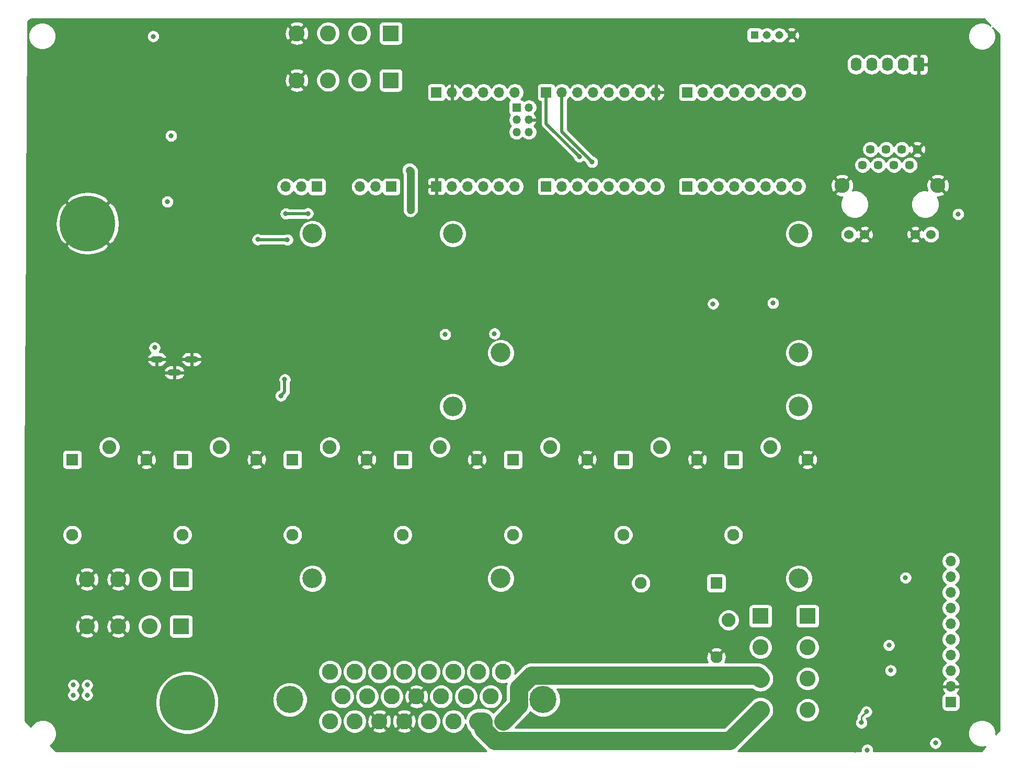
<source format=gbr>
%TF.GenerationSoftware,KiCad,Pcbnew,(5.1.10)-1*%
%TF.CreationDate,2022-11-19T08:35:39-06:00*%
%TF.ProjectId,RC10,52433130-2e6b-4696-9361-645f70636258,rev?*%
%TF.SameCoordinates,Original*%
%TF.FileFunction,Copper,L4,Bot*%
%TF.FilePolarity,Positive*%
%FSLAX46Y46*%
G04 Gerber Fmt 4.6, Leading zero omitted, Abs format (unit mm)*
G04 Created by KiCad (PCBNEW (5.1.10)-1) date 2022-11-19 08:35:39*
%MOMM*%
%LPD*%
G01*
G04 APERTURE LIST*
%TA.AperFunction,ComponentPad*%
%ADD10O,2.200000X1.100000*%
%TD*%
%TA.AperFunction,ComponentPad*%
%ADD11O,2.000000X1.100000*%
%TD*%
%TA.AperFunction,ComponentPad*%
%ADD12C,2.600000*%
%TD*%
%TA.AperFunction,ComponentPad*%
%ADD13R,2.600000X2.600000*%
%TD*%
%TA.AperFunction,ComponentPad*%
%ADD14O,1.740000X2.190000*%
%TD*%
%TA.AperFunction,ComponentPad*%
%ADD15C,3.200000*%
%TD*%
%TA.AperFunction,ComponentPad*%
%ADD16O,1.700000X1.700000*%
%TD*%
%TA.AperFunction,ComponentPad*%
%ADD17R,1.700000X1.700000*%
%TD*%
%TA.AperFunction,ComponentPad*%
%ADD18C,1.950000*%
%TD*%
%TA.AperFunction,ComponentPad*%
%ADD19C,2.250000*%
%TD*%
%TA.AperFunction,ComponentPad*%
%ADD20R,1.950000X1.950000*%
%TD*%
%TA.AperFunction,ComponentPad*%
%ADD21C,9.000000*%
%TD*%
%TA.AperFunction,ComponentPad*%
%ADD22C,1.308000*%
%TD*%
%TA.AperFunction,ComponentPad*%
%ADD23R,1.308000X1.308000*%
%TD*%
%TA.AperFunction,ComponentPad*%
%ADD24O,1.350000X1.350000*%
%TD*%
%TA.AperFunction,ComponentPad*%
%ADD25R,1.350000X1.350000*%
%TD*%
%TA.AperFunction,ComponentPad*%
%ADD26C,2.445000*%
%TD*%
%TA.AperFunction,ComponentPad*%
%ADD27C,1.530000*%
%TD*%
%TA.AperFunction,ComponentPad*%
%ADD28C,1.446000*%
%TD*%
%TA.AperFunction,ComponentPad*%
%ADD29C,4.395000*%
%TD*%
%TA.AperFunction,ComponentPad*%
%ADD30C,2.625000*%
%TD*%
%TA.AperFunction,ViaPad*%
%ADD31C,0.800000*%
%TD*%
%TA.AperFunction,Conductor*%
%ADD32C,1.270000*%
%TD*%
%TA.AperFunction,Conductor*%
%ADD33C,0.508000*%
%TD*%
%TA.AperFunction,Conductor*%
%ADD34C,3.000000*%
%TD*%
%TA.AperFunction,Conductor*%
%ADD35C,0.254000*%
%TD*%
%TA.AperFunction,Conductor*%
%ADD36C,0.100000*%
%TD*%
G04 APERTURE END LIST*
D10*
%TO.P,J9,S3*%
%TO.N,GND*%
X44780200Y-77969000D03*
%TO.P,J9,S2*%
X47580200Y-75819000D03*
D11*
%TO.P,J9,S1*%
X41980200Y-75819000D03*
%TD*%
D12*
%TO.P,KF3,4*%
%TO.N,GND*%
X64617600Y-30608400D03*
X64617600Y-22988400D03*
%TO.P,KF3,3*%
%TO.N,+3V3*%
X69697600Y-30608400D03*
X69697600Y-22988400D03*
%TO.P,KF3,2*%
%TO.N,Net-(KF3-Pad2)*%
X74777600Y-30608400D03*
X74777600Y-22988400D03*
D13*
%TO.P,KF3,1*%
%TO.N,Net-(KF3-Pad1)*%
X79857600Y-30608400D03*
X79857600Y-22988400D03*
%TD*%
D12*
%TO.P,KF2,4*%
%TO.N,Net-(J8-Pad22)*%
X147321400Y-132689600D03*
X139701400Y-132689600D03*
%TO.P,KF2,3*%
%TO.N,Net-(J8-Pad23)*%
X147321400Y-127609600D03*
X139701400Y-127609600D03*
%TO.P,KF2,2*%
%TO.N,Net-(J8-Pad15)*%
X147321400Y-122529600D03*
X139701400Y-122529600D03*
D13*
%TO.P,KF2,1*%
%TO.N,Net-(J8-Pad8)*%
X147321400Y-117449600D03*
X139701400Y-117449600D03*
%TD*%
D12*
%TO.P,KF1,4*%
%TO.N,GND*%
X30657800Y-119102000D03*
X30657800Y-111482000D03*
%TO.P,KF1,3*%
X35737800Y-119102000D03*
X35737800Y-111482000D03*
%TO.P,KF1,2*%
%TO.N,12V_In*%
X40817800Y-119102000D03*
X40817800Y-111482000D03*
D13*
%TO.P,KF1,1*%
X45897800Y-119102000D03*
X45897800Y-111482000D03*
%TD*%
D14*
%TO.P,J13,5*%
%TO.N,IO37*%
X155168600Y-28041600D03*
%TO.P,J13,4*%
%TO.N,IO36*%
X157708600Y-28041600D03*
%TO.P,J13,3*%
%TO.N,IO14*%
X160248600Y-28041600D03*
%TO.P,J13,2*%
%TO.N,IO15*%
X162788600Y-28041600D03*
%TO.P,J13,1*%
%TO.N,GND*%
%TA.AperFunction,ComponentPad*%
G36*
G01*
X166198600Y-27196599D02*
X166198600Y-28886601D01*
G75*
G02*
X165948601Y-29136600I-249999J0D01*
G01*
X164708599Y-29136600D01*
G75*
G02*
X164458600Y-28886601I0J249999D01*
G01*
X164458600Y-27196599D01*
G75*
G02*
X164708599Y-26946600I249999J0D01*
G01*
X165948601Y-26946600D01*
G75*
G02*
X166198600Y-27196599I0J-249999D01*
G01*
G37*
%TD.AperFunction*%
%TD*%
D15*
%TO.P,REF\u002A\u002A,8*%
%TO.N,N/C*%
X145887800Y-83485600D03*
X89887800Y-83485600D03*
X89887800Y-55485600D03*
X145887800Y-55485600D03*
X145887800Y-111365600D03*
X67147800Y-111365600D03*
X67147800Y-55485600D03*
X145887800Y-74785600D03*
X97627800Y-74785600D03*
X97627800Y-111365600D03*
%TD*%
D16*
%TO.P,J19,10*%
%TO.N,Net-(J19-Pad10)*%
X170510200Y-108534200D03*
%TO.P,J19,9*%
%TO.N,Net-(J19-Pad9)*%
X170510200Y-111074200D03*
%TO.P,J19,8*%
%TO.N,AIN1*%
X170510200Y-113614200D03*
%TO.P,J19,7*%
%TO.N,AIN0*%
X170510200Y-116154200D03*
%TO.P,J19,6*%
%TO.N,Net-(J19-Pad6)*%
X170510200Y-118694200D03*
%TO.P,J19,5*%
%TO.N,+5V*%
X170510200Y-121234200D03*
%TO.P,J19,4*%
%TO.N,Net-(IC3-Pad5)*%
X170510200Y-123774200D03*
%TO.P,J19,3*%
%TO.N,Net-(IC3-Pad6)*%
X170510200Y-126314200D03*
%TO.P,J19,2*%
%TO.N,GND*%
X170510200Y-128854200D03*
D17*
%TO.P,J19,1*%
%TO.N,+5V*%
X170510200Y-131394200D03*
%TD*%
D16*
%TO.P,J18,3*%
%TO.N,TX_CH340*%
X74853800Y-47852800D03*
%TO.P,J18,2*%
%TO.N,RX_ESP*%
X77393800Y-47852800D03*
D17*
%TO.P,J18,1*%
%TO.N,TX_Teensy*%
X79933800Y-47852800D03*
%TD*%
D16*
%TO.P,J10,3*%
%TO.N,RX_CH340*%
X62814200Y-47852800D03*
%TO.P,J10,2*%
%TO.N,TX_ESP*%
X65354200Y-47852800D03*
D17*
%TO.P,J10,1*%
%TO.N,RX_Teensy*%
X67894200Y-47852800D03*
%TD*%
D18*
%TO.P,RLY3,4*%
%TO.N,R3*%
X63948732Y-104280600D03*
%TO.P,RLY3,3*%
%TO.N,GND*%
X75948732Y-92080600D03*
D19*
%TO.P,RLY3,2*%
%TO.N,+12V*%
X69948732Y-90080600D03*
D20*
%TO.P,RLY3,1*%
%TO.N,Net-(RLY3-Pad1)*%
X63948732Y-92080600D03*
%TD*%
D21*
%TO.P,J17,1*%
%TO.N,12V_In*%
X46863000Y-131470400D03*
%TD*%
%TO.P,J14,1*%
%TO.N,GND*%
X30759400Y-53797200D03*
%TD*%
D22*
%TO.P,J21,4*%
%TO.N,GND*%
X144732000Y-23291800D03*
%TO.P,J21,3*%
%TO.N,Net-(J21-Pad3)*%
X142732000Y-23291800D03*
%TO.P,J21,2*%
%TO.N,IO36*%
X140732000Y-23291800D03*
D23*
%TO.P,J21,1*%
%TO.N,IO37*%
X138732000Y-23291800D03*
%TD*%
D16*
%TO.P,J16,8*%
%TO.N,GND*%
X122783600Y-32562800D03*
%TO.P,J16,7*%
%TO.N,Net-(J16-Pad7)*%
X120243600Y-32562800D03*
%TO.P,J16,6*%
%TO.N,IO14*%
X117703600Y-32562800D03*
%TO.P,J16,5*%
%TO.N,IO15*%
X115163600Y-32562800D03*
%TO.P,J16,4*%
%TO.N,Net-(J16-Pad4)*%
X112623600Y-32562800D03*
%TO.P,J16,3*%
%TO.N,Net-(J16-Pad3)*%
X110083600Y-32562800D03*
%TO.P,J16,2*%
%TO.N,SDA*%
X107543600Y-32562800D03*
D17*
%TO.P,J16,1*%
%TO.N,SCL*%
X105003600Y-32562800D03*
%TD*%
D16*
%TO.P,J15,6*%
%TO.N,Net-(J15-Pad6)*%
X99923600Y-32562800D03*
%TO.P,J15,5*%
%TO.N,CTX1*%
X97383600Y-32562800D03*
%TO.P,J15,4*%
%TO.N,CRX1*%
X94843600Y-32562800D03*
%TO.P,J15,3*%
%TO.N,Net-(J15-Pad3)*%
X92303600Y-32562800D03*
%TO.P,J15,2*%
%TO.N,GND*%
X89763600Y-32562800D03*
D17*
%TO.P,J15,1*%
%TO.N,+5V*%
X87223600Y-32562800D03*
%TD*%
D16*
%TO.P,J6,8*%
%TO.N,Net-(J6-Pad8)*%
X122783600Y-47802800D03*
%TO.P,J6,7*%
%TO.N,RLY5*%
X120243600Y-47802800D03*
%TO.P,J6,6*%
%TO.N,RLY4*%
X117703600Y-47802800D03*
%TO.P,J6,5*%
%TO.N,RLY3*%
X115163600Y-47802800D03*
%TO.P,J6,4*%
%TO.N,RLY2*%
X112623600Y-47802800D03*
%TO.P,J6,3*%
%TO.N,RLY1*%
X110083600Y-47802800D03*
%TO.P,J6,2*%
%TO.N,Net-(J6-Pad2)*%
X107543600Y-47802800D03*
D17*
%TO.P,J6,1*%
%TO.N,Net-(J6-Pad1)*%
X105003600Y-47802800D03*
%TD*%
D16*
%TO.P,J4,6*%
%TO.N,Net-(J4-Pad6)*%
X99923600Y-47802800D03*
%TO.P,J4,5*%
%TO.N,Net-(J4-Pad5)*%
X97383600Y-47802800D03*
%TO.P,J4,4*%
%TO.N,Net-(J4-Pad4)*%
X94843600Y-47802800D03*
%TO.P,J4,3*%
%TO.N,TX_Teensy*%
X92303600Y-47802800D03*
%TO.P,J4,2*%
%TO.N,RX_Teensy*%
X89763600Y-47802800D03*
D17*
%TO.P,J4,1*%
%TO.N,GND*%
X87223600Y-47802800D03*
%TD*%
D24*
%TO.P,J11,6*%
%TO.N,Net-(J11-Pad6)*%
X102193600Y-39001200D03*
%TO.P,J11,5*%
%TO.N,Net-(J11-Pad5)*%
X100193600Y-39001200D03*
%TO.P,J11,4*%
%TO.N,GND*%
X102193600Y-37001200D03*
%TO.P,J11,3*%
%TO.N,Net-(J11-Pad3)*%
X100193600Y-37001200D03*
%TO.P,J11,2*%
%TO.N,Net-(J11-Pad2)*%
X102193600Y-35001200D03*
D25*
%TO.P,J11,1*%
%TO.N,Net-(J11-Pad1)*%
X100193600Y-35001200D03*
%TD*%
D16*
%TO.P,J7,8*%
%TO.N,Net-(J7-Pad8)*%
X145643600Y-32562800D03*
%TO.P,J7,7*%
%TO.N,Net-(J7-Pad7)*%
X143103600Y-32562800D03*
%TO.P,J7,6*%
%TO.N,Net-(J7-Pad6)*%
X140563600Y-32562800D03*
%TO.P,J7,5*%
%TO.N,IO36*%
X138023600Y-32562800D03*
%TO.P,J7,4*%
%TO.N,IO37*%
X135483600Y-32562800D03*
%TO.P,J7,3*%
%TO.N,Net-(J7-Pad3)*%
X132943600Y-32562800D03*
%TO.P,J7,2*%
%TO.N,Net-(J7-Pad2)*%
X130403600Y-32562800D03*
D17*
%TO.P,J7,1*%
%TO.N,Net-(J7-Pad1)*%
X127863600Y-32562800D03*
%TD*%
D16*
%TO.P,J5,8*%
%TO.N,Net-(J5-Pad8)*%
X145643600Y-47802800D03*
%TO.P,J5,7*%
%TO.N,Net-(J5-Pad7)*%
X143103600Y-47802800D03*
%TO.P,J5,6*%
%TO.N,Net-(J5-Pad6)*%
X140563600Y-47802800D03*
%TO.P,J5,5*%
%TO.N,FlowPin2*%
X138023600Y-47802800D03*
%TO.P,J5,4*%
%TO.N,FlowPin1*%
X135483600Y-47802800D03*
%TO.P,J5,3*%
%TO.N,RLY8*%
X132943600Y-47802800D03*
%TO.P,J5,2*%
%TO.N,RLY7*%
X130403600Y-47802800D03*
D17*
%TO.P,J5,1*%
%TO.N,RLY6*%
X127863600Y-47802800D03*
%TD*%
D18*
%TO.P,RLY7,4*%
%TO.N,R7*%
X135305800Y-104280600D03*
%TO.P,RLY7,3*%
%TO.N,GND*%
X147305800Y-92080600D03*
D19*
%TO.P,RLY7,2*%
%TO.N,+12V*%
X141305800Y-90080600D03*
D20*
%TO.P,RLY7,1*%
%TO.N,Net-(RLY7-Pad1)*%
X135305800Y-92080600D03*
%TD*%
D18*
%TO.P,RLY6,4*%
%TO.N,R6*%
X117466530Y-104280600D03*
%TO.P,RLY6,3*%
%TO.N,GND*%
X129466530Y-92080600D03*
D19*
%TO.P,RLY6,2*%
%TO.N,+12V*%
X123466530Y-90080600D03*
D20*
%TO.P,RLY6,1*%
%TO.N,Net-(RLY6-Pad1)*%
X117466530Y-92080600D03*
%TD*%
D18*
%TO.P,RLY5,4*%
%TO.N,R5*%
X99627264Y-104280600D03*
%TO.P,RLY5,3*%
%TO.N,GND*%
X111627264Y-92080600D03*
D19*
%TO.P,RLY5,2*%
%TO.N,+12V*%
X105627264Y-90080600D03*
D20*
%TO.P,RLY5,1*%
%TO.N,Net-(RLY5-Pad1)*%
X99627264Y-92080600D03*
%TD*%
D18*
%TO.P,RLY4,4*%
%TO.N,R4*%
X81787998Y-104280600D03*
%TO.P,RLY4,3*%
%TO.N,GND*%
X93787998Y-92080600D03*
D19*
%TO.P,RLY4,2*%
%TO.N,+12V*%
X87787998Y-90080600D03*
D20*
%TO.P,RLY4,1*%
%TO.N,Net-(RLY4-Pad1)*%
X81787998Y-92080600D03*
%TD*%
D18*
%TO.P,RLY2,4*%
%TO.N,R2*%
X46109466Y-104280600D03*
%TO.P,RLY2,3*%
%TO.N,GND*%
X58109466Y-92080600D03*
D19*
%TO.P,RLY2,2*%
%TO.N,+12V*%
X52109466Y-90080600D03*
D20*
%TO.P,RLY2,1*%
%TO.N,Net-(RLY2-Pad1)*%
X46109466Y-92080600D03*
%TD*%
D18*
%TO.P,RLY1,4*%
%TO.N,R1*%
X28270200Y-104280600D03*
%TO.P,RLY1,3*%
%TO.N,GND*%
X40270200Y-92080600D03*
D19*
%TO.P,RLY1,2*%
%TO.N,+12V*%
X34270200Y-90080600D03*
D20*
%TO.P,RLY1,1*%
%TO.N,Net-(RLY1-Pad1)*%
X28270200Y-92080600D03*
%TD*%
D18*
%TO.P,RLY8,4*%
%TO.N,R8*%
X120337200Y-112115600D03*
%TO.P,RLY8,3*%
%TO.N,GND*%
X132537200Y-124115600D03*
D19*
%TO.P,RLY8,2*%
%TO.N,+12V*%
X134537200Y-118115600D03*
D20*
%TO.P,RLY8,1*%
%TO.N,Net-(RLY8-Pad1)*%
X132537200Y-112115600D03*
%TD*%
D26*
%TO.P,J12,MH2*%
%TO.N,GND*%
X168400000Y-47648400D03*
%TO.P,J12,MH1*%
X152910000Y-47648400D03*
D27*
%TO.P,J12,12*%
%TO.N,Net-(J12-Pad12)*%
X167280000Y-55598400D03*
%TO.P,J12,11*%
%TO.N,GND*%
X164740000Y-55598400D03*
%TO.P,J12,10*%
X156570000Y-55598400D03*
%TO.P,J12,9*%
%TO.N,Net-(J11-Pad3)*%
X154030000Y-55598400D03*
D28*
%TO.P,J12,8*%
%TO.N,GND*%
X165100000Y-41808400D03*
%TO.P,J12,7*%
%TO.N,Net-(J12-Pad7)*%
X163830000Y-44348400D03*
%TO.P,J12,6*%
%TO.N,Net-(J11-Pad2)*%
X162560000Y-41808400D03*
%TO.P,J12,5*%
%TO.N,Net-(C8-Pad1)*%
X161290000Y-44348400D03*
%TO.P,J12,4*%
X160020000Y-41808400D03*
%TO.P,J12,3*%
%TO.N,Net-(J11-Pad1)*%
X158750000Y-44348400D03*
%TO.P,J12,2*%
%TO.N,Net-(J11-Pad5)*%
X157480000Y-41808400D03*
%TO.P,J12,1*%
%TO.N,Net-(J11-Pad6)*%
X156210000Y-44348400D03*
%TD*%
D29*
%TO.P,J8,MH2*%
%TO.N,Net-(J8-PadMH2)*%
X104500000Y-131000000D03*
%TO.P,J8,MH1*%
%TO.N,Net-(J8-PadMH1)*%
X63500000Y-131000000D03*
D30*
%TO.P,J8,23*%
%TO.N,Net-(J8-Pad23)*%
X98000000Y-134500000D03*
%TO.P,J8,22*%
%TO.N,Net-(J8-Pad22)*%
X94000000Y-134500000D03*
%TO.P,J8,21*%
%TO.N,AIN0*%
X90000000Y-134500000D03*
%TO.P,J8,20*%
%TO.N,AIN1*%
X86000000Y-134500000D03*
%TO.P,J8,19*%
%TO.N,GND*%
X82000000Y-134500000D03*
%TO.P,J8,18*%
X78000000Y-134500000D03*
%TO.P,J8,17*%
%TO.N,12V_In*%
X74000000Y-134500000D03*
%TO.P,J8,16*%
X70000000Y-134500000D03*
%TO.P,J8,15*%
%TO.N,Net-(J8-Pad15)*%
X96000000Y-130500000D03*
%TO.P,J8,14*%
%TO.N,Sensor1*%
X92000000Y-130500000D03*
%TO.P,J8,13*%
%TO.N,Sensor2*%
X88000000Y-130500000D03*
%TO.P,J8,12*%
%TO.N,GND*%
X84000000Y-130500000D03*
%TO.P,J8,11*%
%TO.N,+5V*%
X80000000Y-130500000D03*
%TO.P,J8,10*%
X76000000Y-130500000D03*
%TO.P,J8,9*%
%TO.N,R1*%
X72000000Y-130500000D03*
%TO.P,J8,8*%
%TO.N,Net-(J8-Pad8)*%
X98000000Y-126500000D03*
%TO.P,J8,7*%
%TO.N,R8*%
X94000000Y-126500000D03*
%TO.P,J8,6*%
%TO.N,R7*%
X90000000Y-126500000D03*
%TO.P,J8,5*%
%TO.N,R6*%
X86000000Y-126500000D03*
%TO.P,J8,4*%
%TO.N,R5*%
X82000000Y-126500000D03*
%TO.P,J8,3*%
%TO.N,R4*%
X78000000Y-126500000D03*
%TO.P,J8,2*%
%TO.N,R3*%
X74000000Y-126500000D03*
%TO.P,J8,1*%
%TO.N,R2*%
X70000000Y-126500000D03*
%TD*%
D31*
%TO.N,GND*%
X36880800Y-78181200D03*
X35229800Y-73304400D03*
X171907200Y-48717200D03*
X54711600Y-39547800D03*
X42926000Y-40995600D03*
X40208200Y-35839400D03*
X132809000Y-54203600D03*
X142664200Y-54203600D03*
X40462200Y-50596800D03*
X26695400Y-30251400D03*
X84505800Y-64490600D03*
X114424065Y-119300865D03*
X128523996Y-28854400D03*
X77876400Y-63017400D03*
X75565000Y-59055000D03*
X80898998Y-76098400D03*
X81153000Y-68376800D03*
X57175400Y-50063400D03*
X138912600Y-84251800D03*
X86563200Y-75311000D03*
X78079600Y-79756000D03*
X99161600Y-59537600D03*
X166116000Y-137972800D03*
X32207200Y-61544200D03*
X155041600Y-139192000D03*
X161035798Y-116179398D03*
X113512600Y-29006800D03*
%TO.N,+12V*%
X96621600Y-71678800D03*
X28473400Y-128625600D03*
X30683200Y-128625600D03*
X43662600Y-50292000D03*
X28473400Y-130251200D03*
X30683200Y-130251200D03*
%TO.N,+5V*%
X160477200Y-122174000D03*
X41376600Y-23495000D03*
X44272200Y-39598600D03*
X88620600Y-71805800D03*
X41605200Y-73939400D03*
X171678600Y-52298600D03*
X141732004Y-66725800D03*
X132015218Y-66841382D03*
X163169600Y-111226600D03*
X168021000Y-138023600D03*
X156972000Y-139141200D03*
%TO.N,GND*%
X91744800Y-23596600D03*
X92989400Y-28270200D03*
X83515200Y-37058600D03*
X156006800Y-129971800D03*
%TO.N,+5V*%
X160754163Y-126264087D03*
%TO.N,+3V3*%
X83032600Y-51612800D03*
X82880200Y-45186600D03*
%TO.N,SCL*%
X110355937Y-42983863D03*
%TO.N,SDA*%
X112436037Y-43856210D03*
%TO.N,EN*%
X62054717Y-81739810D03*
X62673807Y-79103454D03*
%TO.N,IO0*%
X58293000Y-56413400D03*
X63106609Y-56462340D03*
%TO.N,TX_CH340*%
X66421000Y-52197000D03*
X62839600Y-52247800D03*
%TO.N,AIN1*%
X156032200Y-134721600D03*
X156845000Y-132943600D03*
%TD*%
D32*
%TO.N,+3V3*%
X83032600Y-51612800D02*
X83032600Y-45339000D01*
X83032600Y-45339000D02*
X82880200Y-45186600D01*
D33*
%TO.N,SCL*%
X105003600Y-37631526D02*
X110355937Y-42983863D01*
X105003600Y-32562800D02*
X105003600Y-37631526D01*
%TO.N,SDA*%
X107543600Y-38963773D02*
X112436037Y-43856210D01*
X107543600Y-32562800D02*
X107543600Y-38963773D01*
D34*
%TO.N,Net-(J8-Pad23)*%
X100602499Y-131897501D02*
X98000000Y-134500000D01*
X100602499Y-129129199D02*
X100602499Y-131897501D01*
X102629199Y-127102499D02*
X100602499Y-129129199D01*
X139194299Y-127102499D02*
X102629199Y-127102499D01*
X139701400Y-127609600D02*
X139194299Y-127102499D01*
%TO.N,Net-(J8-Pad22)*%
X134690992Y-137700008D02*
X139701400Y-132689600D01*
X96674512Y-137700008D02*
X134690992Y-137700008D01*
X94799992Y-135825488D02*
X96674512Y-137700008D01*
X94799992Y-134500000D02*
X94799992Y-135825488D01*
X94000000Y-134500000D02*
X94799992Y-134500000D01*
D33*
%TO.N,EN*%
X62673807Y-79103454D02*
X62673807Y-81120720D01*
X62673807Y-81120720D02*
X62054717Y-81739810D01*
%TO.N,IO0*%
X63106609Y-56462340D02*
X58341940Y-56462340D01*
X58341940Y-56462340D02*
X58293000Y-56413400D01*
%TO.N,TX_CH340*%
X66370200Y-52247800D02*
X66421000Y-52197000D01*
X62839600Y-52247800D02*
X66370200Y-52247800D01*
D35*
%TO.N,AIN1*%
X156032200Y-133756400D02*
X156845000Y-132943600D01*
X156032200Y-134721600D02*
X156032200Y-133756400D01*
%TD*%
%TO.N,GND*%
X176960700Y-21731271D02*
X176598069Y-21488969D01*
X176191325Y-21320490D01*
X175759528Y-21234600D01*
X175319272Y-21234600D01*
X174887475Y-21320490D01*
X174480731Y-21488969D01*
X174114671Y-21733562D01*
X173803362Y-22044871D01*
X173558769Y-22410931D01*
X173390290Y-22817675D01*
X173304400Y-23249472D01*
X173304400Y-23689728D01*
X173390290Y-24121525D01*
X173558769Y-24528269D01*
X173803362Y-24894329D01*
X174114671Y-25205638D01*
X174480731Y-25450231D01*
X174887475Y-25618710D01*
X175319272Y-25704600D01*
X175759528Y-25704600D01*
X176191325Y-25618710D01*
X176598069Y-25450231D01*
X176964129Y-25205638D01*
X177275438Y-24894329D01*
X177520031Y-24528269D01*
X177688510Y-24121525D01*
X177774400Y-23689728D01*
X177774400Y-23249472D01*
X177688510Y-22817675D01*
X177520031Y-22410931D01*
X177323373Y-22116611D01*
X178340000Y-23196777D01*
X178340001Y-135933297D01*
X177749000Y-136643291D01*
X177749000Y-136246472D01*
X177663110Y-135814675D01*
X177494631Y-135407931D01*
X177250038Y-135041871D01*
X176938729Y-134730562D01*
X176572669Y-134485969D01*
X176165925Y-134317490D01*
X175734128Y-134231600D01*
X175293872Y-134231600D01*
X174862075Y-134317490D01*
X174455331Y-134485969D01*
X174089271Y-134730562D01*
X173777962Y-135041871D01*
X173533369Y-135407931D01*
X173364890Y-135814675D01*
X173279000Y-136246472D01*
X173279000Y-136686728D01*
X173364890Y-137118525D01*
X173533369Y-137525269D01*
X173777962Y-137891329D01*
X174089271Y-138202638D01*
X174455331Y-138447231D01*
X174862075Y-138615710D01*
X175293872Y-138701600D01*
X175734128Y-138701600D01*
X176095492Y-138629720D01*
X175504253Y-139340000D01*
X157987733Y-139340000D01*
X158007000Y-139243139D01*
X158007000Y-139039261D01*
X157967226Y-138839302D01*
X157889205Y-138650944D01*
X157775937Y-138481426D01*
X157631774Y-138337263D01*
X157462256Y-138223995D01*
X157273898Y-138145974D01*
X157073939Y-138106200D01*
X156870061Y-138106200D01*
X156670102Y-138145974D01*
X156481744Y-138223995D01*
X156312226Y-138337263D01*
X156168063Y-138481426D01*
X156054795Y-138650944D01*
X155976774Y-138839302D01*
X155937000Y-139039261D01*
X155937000Y-139243139D01*
X155956267Y-139340000D01*
X136058075Y-139340000D01*
X136207969Y-139216985D01*
X136274829Y-139135516D01*
X137488684Y-137921661D01*
X166986000Y-137921661D01*
X166986000Y-138125539D01*
X167025774Y-138325498D01*
X167103795Y-138513856D01*
X167217063Y-138683374D01*
X167361226Y-138827537D01*
X167530744Y-138940805D01*
X167719102Y-139018826D01*
X167919061Y-139058600D01*
X168122939Y-139058600D01*
X168322898Y-139018826D01*
X168511256Y-138940805D01*
X168680774Y-138827537D01*
X168824937Y-138683374D01*
X168938205Y-138513856D01*
X169016226Y-138325498D01*
X169056000Y-138125539D01*
X169056000Y-137921661D01*
X169016226Y-137721702D01*
X168938205Y-137533344D01*
X168824937Y-137363826D01*
X168680774Y-137219663D01*
X168511256Y-137106395D01*
X168322898Y-137028374D01*
X168122939Y-136988600D01*
X167919061Y-136988600D01*
X167719102Y-137028374D01*
X167530744Y-137106395D01*
X167361226Y-137219663D01*
X167217063Y-137363826D01*
X167103795Y-137533344D01*
X167025774Y-137721702D01*
X166986000Y-137921661D01*
X137488684Y-137921661D01*
X141285235Y-134125111D01*
X141485176Y-133881482D01*
X141683426Y-133510583D01*
X141805507Y-133108134D01*
X141846729Y-132689600D01*
X141827959Y-132499019D01*
X145386400Y-132499019D01*
X145386400Y-132880181D01*
X145460761Y-133254019D01*
X145606625Y-133606166D01*
X145818387Y-133923091D01*
X146087909Y-134192613D01*
X146404834Y-134404375D01*
X146756981Y-134550239D01*
X147130819Y-134624600D01*
X147511981Y-134624600D01*
X147536811Y-134619661D01*
X154997200Y-134619661D01*
X154997200Y-134823539D01*
X155036974Y-135023498D01*
X155114995Y-135211856D01*
X155228263Y-135381374D01*
X155372426Y-135525537D01*
X155541944Y-135638805D01*
X155730302Y-135716826D01*
X155930261Y-135756600D01*
X156134139Y-135756600D01*
X156334098Y-135716826D01*
X156522456Y-135638805D01*
X156691974Y-135525537D01*
X156836137Y-135381374D01*
X156949405Y-135211856D01*
X157027426Y-135023498D01*
X157067200Y-134823539D01*
X157067200Y-134619661D01*
X157027426Y-134419702D01*
X156949405Y-134231344D01*
X156836137Y-134061826D01*
X156820271Y-134045960D01*
X156887630Y-133978600D01*
X156946939Y-133978600D01*
X157146898Y-133938826D01*
X157335256Y-133860805D01*
X157504774Y-133747537D01*
X157648937Y-133603374D01*
X157762205Y-133433856D01*
X157840226Y-133245498D01*
X157880000Y-133045539D01*
X157880000Y-132841661D01*
X157840226Y-132641702D01*
X157762205Y-132453344D01*
X157648937Y-132283826D01*
X157504774Y-132139663D01*
X157335256Y-132026395D01*
X157146898Y-131948374D01*
X156946939Y-131908600D01*
X156743061Y-131908600D01*
X156543102Y-131948374D01*
X156354744Y-132026395D01*
X156185226Y-132139663D01*
X156041063Y-132283826D01*
X155927795Y-132453344D01*
X155849774Y-132641702D01*
X155810000Y-132841661D01*
X155810000Y-132900970D01*
X155519849Y-133191121D01*
X155490779Y-133214978D01*
X155466922Y-133244048D01*
X155466921Y-133244049D01*
X155395555Y-133331008D01*
X155324799Y-133463385D01*
X155281227Y-133607022D01*
X155266514Y-133756400D01*
X155270201Y-133793833D01*
X155270201Y-134019888D01*
X155228263Y-134061826D01*
X155114995Y-134231344D01*
X155036974Y-134419702D01*
X154997200Y-134619661D01*
X147536811Y-134619661D01*
X147885819Y-134550239D01*
X148237966Y-134404375D01*
X148554891Y-134192613D01*
X148824413Y-133923091D01*
X149036175Y-133606166D01*
X149182039Y-133254019D01*
X149256400Y-132880181D01*
X149256400Y-132499019D01*
X149182039Y-132125181D01*
X149036175Y-131773034D01*
X148824413Y-131456109D01*
X148554891Y-131186587D01*
X148237966Y-130974825D01*
X147885819Y-130828961D01*
X147511981Y-130754600D01*
X147130819Y-130754600D01*
X146756981Y-130828961D01*
X146404834Y-130974825D01*
X146087909Y-131186587D01*
X145818387Y-131456109D01*
X145606625Y-131773034D01*
X145460761Y-132125181D01*
X145386400Y-132499019D01*
X141827959Y-132499019D01*
X141805507Y-132271067D01*
X141683426Y-131868618D01*
X141485176Y-131497719D01*
X141218377Y-131172623D01*
X140893281Y-130905824D01*
X140522382Y-130707574D01*
X140119933Y-130585493D01*
X139701400Y-130544271D01*
X139282866Y-130585493D01*
X138880417Y-130707574D01*
X138509518Y-130905824D01*
X138265889Y-131105765D01*
X133806647Y-135565008D01*
X99954337Y-135565008D01*
X102038012Y-133481334D01*
X102119476Y-133414478D01*
X102187979Y-133331008D01*
X102361349Y-133119755D01*
X102386276Y-133089382D01*
X102455017Y-132960776D01*
X102694387Y-133200146D01*
X103158308Y-133510129D01*
X103673790Y-133723648D01*
X104221023Y-133832500D01*
X104778977Y-133832500D01*
X105326210Y-133723648D01*
X105841692Y-133510129D01*
X106305613Y-133200146D01*
X106700146Y-132805613D01*
X107010129Y-132341692D01*
X107223648Y-131826210D01*
X107332500Y-131278977D01*
X107332500Y-130721023D01*
X107297328Y-130544200D01*
X169022128Y-130544200D01*
X169022128Y-132244200D01*
X169034388Y-132368682D01*
X169070698Y-132488380D01*
X169129663Y-132598694D01*
X169209015Y-132695385D01*
X169305706Y-132774737D01*
X169416020Y-132833702D01*
X169535718Y-132870012D01*
X169660200Y-132882272D01*
X171360200Y-132882272D01*
X171484682Y-132870012D01*
X171604380Y-132833702D01*
X171714694Y-132774737D01*
X171811385Y-132695385D01*
X171890737Y-132598694D01*
X171949702Y-132488380D01*
X171986012Y-132368682D01*
X171998272Y-132244200D01*
X171998272Y-130544200D01*
X171986012Y-130419718D01*
X171949702Y-130300020D01*
X171890737Y-130189706D01*
X171811385Y-130093015D01*
X171714694Y-130013663D01*
X171604380Y-129954698D01*
X171523734Y-129930234D01*
X171607788Y-129854469D01*
X171781841Y-129621120D01*
X171907025Y-129358299D01*
X171951676Y-129211090D01*
X171830355Y-128981200D01*
X170637200Y-128981200D01*
X170637200Y-129001200D01*
X170383200Y-129001200D01*
X170383200Y-128981200D01*
X169190045Y-128981200D01*
X169068724Y-129211090D01*
X169113375Y-129358299D01*
X169238559Y-129621120D01*
X169412612Y-129854469D01*
X169496666Y-129930234D01*
X169416020Y-129954698D01*
X169305706Y-130013663D01*
X169209015Y-130093015D01*
X169129663Y-130189706D01*
X169070698Y-130300020D01*
X169034388Y-130419718D01*
X169022128Y-130544200D01*
X107297328Y-130544200D01*
X107223648Y-130173790D01*
X107010129Y-129658308D01*
X106728953Y-129237499D01*
X138319582Y-129237499D01*
X138509519Y-129393376D01*
X138880418Y-129591625D01*
X139282866Y-129713707D01*
X139701399Y-129754929D01*
X140119933Y-129713707D01*
X140522382Y-129591625D01*
X140893281Y-129393376D01*
X141218377Y-129126577D01*
X141485176Y-128801481D01*
X141683425Y-128430582D01*
X141805507Y-128028133D01*
X141846729Y-127609599D01*
X141827959Y-127419019D01*
X145386400Y-127419019D01*
X145386400Y-127800181D01*
X145460761Y-128174019D01*
X145606625Y-128526166D01*
X145818387Y-128843091D01*
X146087909Y-129112613D01*
X146404834Y-129324375D01*
X146756981Y-129470239D01*
X147130819Y-129544600D01*
X147511981Y-129544600D01*
X147885819Y-129470239D01*
X148237966Y-129324375D01*
X148554891Y-129112613D01*
X148824413Y-128843091D01*
X149036175Y-128526166D01*
X149182039Y-128174019D01*
X149256400Y-127800181D01*
X149256400Y-127419019D01*
X149182039Y-127045181D01*
X149036175Y-126693034D01*
X148824413Y-126376109D01*
X148610452Y-126162148D01*
X159719163Y-126162148D01*
X159719163Y-126366026D01*
X159758937Y-126565985D01*
X159836958Y-126754343D01*
X159950226Y-126923861D01*
X160094389Y-127068024D01*
X160263907Y-127181292D01*
X160452265Y-127259313D01*
X160652224Y-127299087D01*
X160856102Y-127299087D01*
X161056061Y-127259313D01*
X161244419Y-127181292D01*
X161413937Y-127068024D01*
X161558100Y-126923861D01*
X161671368Y-126754343D01*
X161749389Y-126565985D01*
X161789163Y-126366026D01*
X161789163Y-126162148D01*
X161749389Y-125962189D01*
X161671368Y-125773831D01*
X161558100Y-125604313D01*
X161413937Y-125460150D01*
X161244419Y-125346882D01*
X161056061Y-125268861D01*
X160856102Y-125229087D01*
X160652224Y-125229087D01*
X160452265Y-125268861D01*
X160263907Y-125346882D01*
X160094389Y-125460150D01*
X159950226Y-125604313D01*
X159836958Y-125773831D01*
X159758937Y-125962189D01*
X159719163Y-126162148D01*
X148610452Y-126162148D01*
X148554891Y-126106587D01*
X148237966Y-125894825D01*
X147885819Y-125748961D01*
X147511981Y-125674600D01*
X147130819Y-125674600D01*
X146756981Y-125748961D01*
X146404834Y-125894825D01*
X146087909Y-126106587D01*
X145818387Y-126376109D01*
X145606625Y-126693034D01*
X145460761Y-127045181D01*
X145386400Y-127419019D01*
X141827959Y-127419019D01*
X141805507Y-127191066D01*
X141683425Y-126788618D01*
X141485176Y-126417719D01*
X141285235Y-126174090D01*
X140778136Y-125666991D01*
X140711276Y-125585522D01*
X140386180Y-125318722D01*
X140015281Y-125120473D01*
X139612832Y-124998391D01*
X139299181Y-124967499D01*
X139299171Y-124967499D01*
X139194299Y-124957170D01*
X139089427Y-124967499D01*
X133897812Y-124967499D01*
X133916629Y-124960834D01*
X134055020Y-124675480D01*
X134135083Y-124368610D01*
X134153740Y-124052016D01*
X134110274Y-123737867D01*
X134006356Y-123438233D01*
X133916629Y-123270366D01*
X133654784Y-123177621D01*
X132716805Y-124115600D01*
X132730948Y-124129743D01*
X132551343Y-124309348D01*
X132537200Y-124295205D01*
X132523058Y-124309348D01*
X132343453Y-124129743D01*
X132357595Y-124115600D01*
X131419616Y-123177621D01*
X131157771Y-123270366D01*
X131019380Y-123555720D01*
X130939317Y-123862590D01*
X130920660Y-124179184D01*
X130964126Y-124493333D01*
X131068044Y-124792967D01*
X131157771Y-124960834D01*
X131176588Y-124967499D01*
X102734073Y-124967499D01*
X102629199Y-124957170D01*
X102524324Y-124967499D01*
X102524317Y-124967499D01*
X102248200Y-124994694D01*
X102210665Y-124998391D01*
X102028736Y-125053579D01*
X101808217Y-125120473D01*
X101437318Y-125318722D01*
X101437316Y-125318723D01*
X101437317Y-125318723D01*
X101193689Y-125518663D01*
X101193686Y-125518666D01*
X101112222Y-125585522D01*
X101045366Y-125666986D01*
X99929364Y-126782989D01*
X99947500Y-126691812D01*
X99947500Y-126308188D01*
X99872659Y-125931935D01*
X99725852Y-125577513D01*
X99512722Y-125258541D01*
X99241459Y-124987278D01*
X98922487Y-124774148D01*
X98568065Y-124627341D01*
X98191812Y-124552500D01*
X97808188Y-124552500D01*
X97431935Y-124627341D01*
X97077513Y-124774148D01*
X96758541Y-124987278D01*
X96487278Y-125258541D01*
X96274148Y-125577513D01*
X96127341Y-125931935D01*
X96052500Y-126308188D01*
X96052500Y-126691812D01*
X96127341Y-127068065D01*
X96274148Y-127422487D01*
X96487278Y-127741459D01*
X96758541Y-128012722D01*
X97077513Y-128225852D01*
X97431935Y-128372659D01*
X97808188Y-128447500D01*
X98191812Y-128447500D01*
X98568065Y-128372659D01*
X98605647Y-128357092D01*
X98498391Y-128710667D01*
X98467499Y-129024318D01*
X98467499Y-129024327D01*
X98457170Y-129129199D01*
X98467499Y-129234071D01*
X98467499Y-131013155D01*
X96416165Y-133064490D01*
X96399996Y-133084192D01*
X96316969Y-132983023D01*
X95991873Y-132716223D01*
X95620974Y-132517974D01*
X95218525Y-132395892D01*
X94904874Y-132365000D01*
X94799992Y-132354670D01*
X94695110Y-132365000D01*
X93895118Y-132365000D01*
X93581467Y-132395892D01*
X93179018Y-132517974D01*
X92808119Y-132716223D01*
X92483023Y-132983023D01*
X92216223Y-133308119D01*
X92017974Y-133679018D01*
X91899824Y-134068504D01*
X91872659Y-133931935D01*
X91725852Y-133577513D01*
X91512722Y-133258541D01*
X91241459Y-132987278D01*
X90922487Y-132774148D01*
X90568065Y-132627341D01*
X90191812Y-132552500D01*
X89808188Y-132552500D01*
X89431935Y-132627341D01*
X89077513Y-132774148D01*
X88758541Y-132987278D01*
X88487278Y-133258541D01*
X88274148Y-133577513D01*
X88127341Y-133931935D01*
X88052500Y-134308188D01*
X88052500Y-134691812D01*
X88127341Y-135068065D01*
X88274148Y-135422487D01*
X88487278Y-135741459D01*
X88758541Y-136012722D01*
X89077513Y-136225852D01*
X89431935Y-136372659D01*
X89808188Y-136447500D01*
X90191812Y-136447500D01*
X90568065Y-136372659D01*
X90922487Y-136225852D01*
X91241459Y-136012722D01*
X91512722Y-135741459D01*
X91725852Y-135422487D01*
X91872659Y-135068065D01*
X91899824Y-134931496D01*
X92017974Y-135320982D01*
X92216223Y-135691881D01*
X92483023Y-136016977D01*
X92690274Y-136187064D01*
X92695884Y-136244021D01*
X92814488Y-136635000D01*
X92817967Y-136646470D01*
X93016216Y-137017369D01*
X93216157Y-137260998D01*
X93216160Y-137261001D01*
X93283016Y-137342465D01*
X93364479Y-137409320D01*
X95090679Y-139135521D01*
X95157535Y-139216985D01*
X95238999Y-139283841D01*
X95239002Y-139283844D01*
X95307428Y-139340000D01*
X25620569Y-139340000D01*
X24691150Y-138423141D01*
X24945129Y-138253438D01*
X25256438Y-137942129D01*
X25501031Y-137576069D01*
X25669510Y-137169325D01*
X25755400Y-136737528D01*
X25755400Y-136297272D01*
X25669510Y-135865475D01*
X25501031Y-135458731D01*
X25256438Y-135092671D01*
X24945129Y-134781362D01*
X24579069Y-134536769D01*
X24172325Y-134368290D01*
X23740528Y-134282400D01*
X23300272Y-134282400D01*
X22868475Y-134368290D01*
X22461731Y-134536769D01*
X22095671Y-134781362D01*
X21784362Y-135092671D01*
X21597916Y-135371708D01*
X20660000Y-134446467D01*
X20660000Y-128523661D01*
X27438400Y-128523661D01*
X27438400Y-128727539D01*
X27478174Y-128927498D01*
X27556195Y-129115856D01*
X27669463Y-129285374D01*
X27813626Y-129429537D01*
X27826890Y-129438400D01*
X27813626Y-129447263D01*
X27669463Y-129591426D01*
X27556195Y-129760944D01*
X27478174Y-129949302D01*
X27438400Y-130149261D01*
X27438400Y-130353139D01*
X27478174Y-130553098D01*
X27556195Y-130741456D01*
X27669463Y-130910974D01*
X27813626Y-131055137D01*
X27983144Y-131168405D01*
X28171502Y-131246426D01*
X28371461Y-131286200D01*
X28575339Y-131286200D01*
X28775298Y-131246426D01*
X28963656Y-131168405D01*
X29133174Y-131055137D01*
X29277337Y-130910974D01*
X29390605Y-130741456D01*
X29468626Y-130553098D01*
X29508400Y-130353139D01*
X29508400Y-130149261D01*
X29468626Y-129949302D01*
X29390605Y-129760944D01*
X29277337Y-129591426D01*
X29133174Y-129447263D01*
X29119910Y-129438400D01*
X29133174Y-129429537D01*
X29277337Y-129285374D01*
X29390605Y-129115856D01*
X29468626Y-128927498D01*
X29508400Y-128727539D01*
X29508400Y-128523661D01*
X29648200Y-128523661D01*
X29648200Y-128727539D01*
X29687974Y-128927498D01*
X29765995Y-129115856D01*
X29879263Y-129285374D01*
X30023426Y-129429537D01*
X30036690Y-129438400D01*
X30023426Y-129447263D01*
X29879263Y-129591426D01*
X29765995Y-129760944D01*
X29687974Y-129949302D01*
X29648200Y-130149261D01*
X29648200Y-130353139D01*
X29687974Y-130553098D01*
X29765995Y-130741456D01*
X29879263Y-130910974D01*
X30023426Y-131055137D01*
X30192944Y-131168405D01*
X30381302Y-131246426D01*
X30581261Y-131286200D01*
X30785139Y-131286200D01*
X30985098Y-131246426D01*
X31173456Y-131168405D01*
X31342974Y-131055137D01*
X31433464Y-130964647D01*
X41728000Y-130964647D01*
X41728000Y-131976153D01*
X41925335Y-132968224D01*
X42312422Y-133902735D01*
X42874385Y-134743772D01*
X43589628Y-135459015D01*
X44430665Y-136020978D01*
X45365176Y-136408065D01*
X46357247Y-136605400D01*
X47368753Y-136605400D01*
X48360824Y-136408065D01*
X49295335Y-136020978D01*
X50136372Y-135459015D01*
X50851615Y-134743772D01*
X51142662Y-134308188D01*
X68052500Y-134308188D01*
X68052500Y-134691812D01*
X68127341Y-135068065D01*
X68274148Y-135422487D01*
X68487278Y-135741459D01*
X68758541Y-136012722D01*
X69077513Y-136225852D01*
X69431935Y-136372659D01*
X69808188Y-136447500D01*
X70191812Y-136447500D01*
X70568065Y-136372659D01*
X70922487Y-136225852D01*
X71241459Y-136012722D01*
X71512722Y-135741459D01*
X71725852Y-135422487D01*
X71872659Y-135068065D01*
X71947500Y-134691812D01*
X71947500Y-134308188D01*
X72052500Y-134308188D01*
X72052500Y-134691812D01*
X72127341Y-135068065D01*
X72274148Y-135422487D01*
X72487278Y-135741459D01*
X72758541Y-136012722D01*
X73077513Y-136225852D01*
X73431935Y-136372659D01*
X73808188Y-136447500D01*
X74191812Y-136447500D01*
X74568065Y-136372659D01*
X74922487Y-136225852D01*
X75241459Y-136012722D01*
X75396053Y-135858128D01*
X76821477Y-135858128D01*
X76954919Y-136154496D01*
X77297776Y-136326590D01*
X77667620Y-136428490D01*
X78050236Y-136456279D01*
X78430921Y-136408889D01*
X78795048Y-136288142D01*
X79045081Y-136154496D01*
X79178523Y-135858128D01*
X80821477Y-135858128D01*
X80954919Y-136154496D01*
X81297776Y-136326590D01*
X81667620Y-136428490D01*
X82050236Y-136456279D01*
X82430921Y-136408889D01*
X82795048Y-136288142D01*
X83045081Y-136154496D01*
X83178523Y-135858128D01*
X82000000Y-134679605D01*
X80821477Y-135858128D01*
X79178523Y-135858128D01*
X78000000Y-134679605D01*
X76821477Y-135858128D01*
X75396053Y-135858128D01*
X75512722Y-135741459D01*
X75725852Y-135422487D01*
X75872659Y-135068065D01*
X75947500Y-134691812D01*
X75947500Y-134550236D01*
X76043721Y-134550236D01*
X76091111Y-134930921D01*
X76211858Y-135295048D01*
X76345504Y-135545081D01*
X76641872Y-135678523D01*
X77820395Y-134500000D01*
X78179605Y-134500000D01*
X79358128Y-135678523D01*
X79654496Y-135545081D01*
X79826590Y-135202224D01*
X79928490Y-134832380D01*
X79948981Y-134550236D01*
X80043721Y-134550236D01*
X80091111Y-134930921D01*
X80211858Y-135295048D01*
X80345504Y-135545081D01*
X80641872Y-135678523D01*
X81820395Y-134500000D01*
X82179605Y-134500000D01*
X83358128Y-135678523D01*
X83654496Y-135545081D01*
X83826590Y-135202224D01*
X83928490Y-134832380D01*
X83956279Y-134449764D01*
X83938655Y-134308188D01*
X84052500Y-134308188D01*
X84052500Y-134691812D01*
X84127341Y-135068065D01*
X84274148Y-135422487D01*
X84487278Y-135741459D01*
X84758541Y-136012722D01*
X85077513Y-136225852D01*
X85431935Y-136372659D01*
X85808188Y-136447500D01*
X86191812Y-136447500D01*
X86568065Y-136372659D01*
X86922487Y-136225852D01*
X87241459Y-136012722D01*
X87512722Y-135741459D01*
X87725852Y-135422487D01*
X87872659Y-135068065D01*
X87947500Y-134691812D01*
X87947500Y-134308188D01*
X87872659Y-133931935D01*
X87725852Y-133577513D01*
X87512722Y-133258541D01*
X87241459Y-132987278D01*
X86922487Y-132774148D01*
X86568065Y-132627341D01*
X86191812Y-132552500D01*
X85808188Y-132552500D01*
X85431935Y-132627341D01*
X85077513Y-132774148D01*
X84758541Y-132987278D01*
X84487278Y-133258541D01*
X84274148Y-133577513D01*
X84127341Y-133931935D01*
X84052500Y-134308188D01*
X83938655Y-134308188D01*
X83908889Y-134069079D01*
X83788142Y-133704952D01*
X83654496Y-133454919D01*
X83358128Y-133321477D01*
X82179605Y-134500000D01*
X81820395Y-134500000D01*
X80641872Y-133321477D01*
X80345504Y-133454919D01*
X80173410Y-133797776D01*
X80071510Y-134167620D01*
X80043721Y-134550236D01*
X79948981Y-134550236D01*
X79956279Y-134449764D01*
X79908889Y-134069079D01*
X79788142Y-133704952D01*
X79654496Y-133454919D01*
X79358128Y-133321477D01*
X78179605Y-134500000D01*
X77820395Y-134500000D01*
X76641872Y-133321477D01*
X76345504Y-133454919D01*
X76173410Y-133797776D01*
X76071510Y-134167620D01*
X76043721Y-134550236D01*
X75947500Y-134550236D01*
X75947500Y-134308188D01*
X75872659Y-133931935D01*
X75725852Y-133577513D01*
X75512722Y-133258541D01*
X75396053Y-133141872D01*
X76821477Y-133141872D01*
X78000000Y-134320395D01*
X79178523Y-133141872D01*
X80821477Y-133141872D01*
X82000000Y-134320395D01*
X83178523Y-133141872D01*
X83045081Y-132845504D01*
X82702224Y-132673410D01*
X82332380Y-132571510D01*
X81949764Y-132543721D01*
X81569079Y-132591111D01*
X81204952Y-132711858D01*
X80954919Y-132845504D01*
X80821477Y-133141872D01*
X79178523Y-133141872D01*
X79045081Y-132845504D01*
X78702224Y-132673410D01*
X78332380Y-132571510D01*
X77949764Y-132543721D01*
X77569079Y-132591111D01*
X77204952Y-132711858D01*
X76954919Y-132845504D01*
X76821477Y-133141872D01*
X75396053Y-133141872D01*
X75241459Y-132987278D01*
X74922487Y-132774148D01*
X74568065Y-132627341D01*
X74191812Y-132552500D01*
X73808188Y-132552500D01*
X73431935Y-132627341D01*
X73077513Y-132774148D01*
X72758541Y-132987278D01*
X72487278Y-133258541D01*
X72274148Y-133577513D01*
X72127341Y-133931935D01*
X72052500Y-134308188D01*
X71947500Y-134308188D01*
X71872659Y-133931935D01*
X71725852Y-133577513D01*
X71512722Y-133258541D01*
X71241459Y-132987278D01*
X70922487Y-132774148D01*
X70568065Y-132627341D01*
X70191812Y-132552500D01*
X69808188Y-132552500D01*
X69431935Y-132627341D01*
X69077513Y-132774148D01*
X68758541Y-132987278D01*
X68487278Y-133258541D01*
X68274148Y-133577513D01*
X68127341Y-133931935D01*
X68052500Y-134308188D01*
X51142662Y-134308188D01*
X51413578Y-133902735D01*
X51800665Y-132968224D01*
X51998000Y-131976153D01*
X51998000Y-130964647D01*
X51949541Y-130721023D01*
X60667500Y-130721023D01*
X60667500Y-131278977D01*
X60776352Y-131826210D01*
X60989871Y-132341692D01*
X61299854Y-132805613D01*
X61694387Y-133200146D01*
X62158308Y-133510129D01*
X62673790Y-133723648D01*
X63221023Y-133832500D01*
X63778977Y-133832500D01*
X64326210Y-133723648D01*
X64841692Y-133510129D01*
X65305613Y-133200146D01*
X65700146Y-132805613D01*
X66010129Y-132341692D01*
X66223648Y-131826210D01*
X66332500Y-131278977D01*
X66332500Y-130721023D01*
X66250382Y-130308188D01*
X70052500Y-130308188D01*
X70052500Y-130691812D01*
X70127341Y-131068065D01*
X70274148Y-131422487D01*
X70487278Y-131741459D01*
X70758541Y-132012722D01*
X71077513Y-132225852D01*
X71431935Y-132372659D01*
X71808188Y-132447500D01*
X72191812Y-132447500D01*
X72568065Y-132372659D01*
X72922487Y-132225852D01*
X73241459Y-132012722D01*
X73512722Y-131741459D01*
X73725852Y-131422487D01*
X73872659Y-131068065D01*
X73947500Y-130691812D01*
X73947500Y-130308188D01*
X74052500Y-130308188D01*
X74052500Y-130691812D01*
X74127341Y-131068065D01*
X74274148Y-131422487D01*
X74487278Y-131741459D01*
X74758541Y-132012722D01*
X75077513Y-132225852D01*
X75431935Y-132372659D01*
X75808188Y-132447500D01*
X76191812Y-132447500D01*
X76568065Y-132372659D01*
X76922487Y-132225852D01*
X77241459Y-132012722D01*
X77512722Y-131741459D01*
X77725852Y-131422487D01*
X77872659Y-131068065D01*
X77947500Y-130691812D01*
X77947500Y-130308188D01*
X78052500Y-130308188D01*
X78052500Y-130691812D01*
X78127341Y-131068065D01*
X78274148Y-131422487D01*
X78487278Y-131741459D01*
X78758541Y-132012722D01*
X79077513Y-132225852D01*
X79431935Y-132372659D01*
X79808188Y-132447500D01*
X80191812Y-132447500D01*
X80568065Y-132372659D01*
X80922487Y-132225852D01*
X81241459Y-132012722D01*
X81396053Y-131858128D01*
X82821477Y-131858128D01*
X82954919Y-132154496D01*
X83297776Y-132326590D01*
X83667620Y-132428490D01*
X84050236Y-132456279D01*
X84430921Y-132408889D01*
X84795048Y-132288142D01*
X85045081Y-132154496D01*
X85178523Y-131858128D01*
X84000000Y-130679605D01*
X82821477Y-131858128D01*
X81396053Y-131858128D01*
X81512722Y-131741459D01*
X81725852Y-131422487D01*
X81872659Y-131068065D01*
X81947500Y-130691812D01*
X81947500Y-130550236D01*
X82043721Y-130550236D01*
X82091111Y-130930921D01*
X82211858Y-131295048D01*
X82345504Y-131545081D01*
X82641872Y-131678523D01*
X83820395Y-130500000D01*
X84179605Y-130500000D01*
X85358128Y-131678523D01*
X85654496Y-131545081D01*
X85826590Y-131202224D01*
X85928490Y-130832380D01*
X85956279Y-130449764D01*
X85938655Y-130308188D01*
X86052500Y-130308188D01*
X86052500Y-130691812D01*
X86127341Y-131068065D01*
X86274148Y-131422487D01*
X86487278Y-131741459D01*
X86758541Y-132012722D01*
X87077513Y-132225852D01*
X87431935Y-132372659D01*
X87808188Y-132447500D01*
X88191812Y-132447500D01*
X88568065Y-132372659D01*
X88922487Y-132225852D01*
X89241459Y-132012722D01*
X89512722Y-131741459D01*
X89725852Y-131422487D01*
X89872659Y-131068065D01*
X89947500Y-130691812D01*
X89947500Y-130308188D01*
X90052500Y-130308188D01*
X90052500Y-130691812D01*
X90127341Y-131068065D01*
X90274148Y-131422487D01*
X90487278Y-131741459D01*
X90758541Y-132012722D01*
X91077513Y-132225852D01*
X91431935Y-132372659D01*
X91808188Y-132447500D01*
X92191812Y-132447500D01*
X92568065Y-132372659D01*
X92922487Y-132225852D01*
X93241459Y-132012722D01*
X93512722Y-131741459D01*
X93725852Y-131422487D01*
X93872659Y-131068065D01*
X93947500Y-130691812D01*
X93947500Y-130308188D01*
X94052500Y-130308188D01*
X94052500Y-130691812D01*
X94127341Y-131068065D01*
X94274148Y-131422487D01*
X94487278Y-131741459D01*
X94758541Y-132012722D01*
X95077513Y-132225852D01*
X95431935Y-132372659D01*
X95808188Y-132447500D01*
X96191812Y-132447500D01*
X96568065Y-132372659D01*
X96922487Y-132225852D01*
X97241459Y-132012722D01*
X97512722Y-131741459D01*
X97725852Y-131422487D01*
X97872659Y-131068065D01*
X97947500Y-130691812D01*
X97947500Y-130308188D01*
X97872659Y-129931935D01*
X97725852Y-129577513D01*
X97512722Y-129258541D01*
X97241459Y-128987278D01*
X96922487Y-128774148D01*
X96568065Y-128627341D01*
X96191812Y-128552500D01*
X95808188Y-128552500D01*
X95431935Y-128627341D01*
X95077513Y-128774148D01*
X94758541Y-128987278D01*
X94487278Y-129258541D01*
X94274148Y-129577513D01*
X94127341Y-129931935D01*
X94052500Y-130308188D01*
X93947500Y-130308188D01*
X93872659Y-129931935D01*
X93725852Y-129577513D01*
X93512722Y-129258541D01*
X93241459Y-128987278D01*
X92922487Y-128774148D01*
X92568065Y-128627341D01*
X92191812Y-128552500D01*
X91808188Y-128552500D01*
X91431935Y-128627341D01*
X91077513Y-128774148D01*
X90758541Y-128987278D01*
X90487278Y-129258541D01*
X90274148Y-129577513D01*
X90127341Y-129931935D01*
X90052500Y-130308188D01*
X89947500Y-130308188D01*
X89872659Y-129931935D01*
X89725852Y-129577513D01*
X89512722Y-129258541D01*
X89241459Y-128987278D01*
X88922487Y-128774148D01*
X88568065Y-128627341D01*
X88191812Y-128552500D01*
X87808188Y-128552500D01*
X87431935Y-128627341D01*
X87077513Y-128774148D01*
X86758541Y-128987278D01*
X86487278Y-129258541D01*
X86274148Y-129577513D01*
X86127341Y-129931935D01*
X86052500Y-130308188D01*
X85938655Y-130308188D01*
X85908889Y-130069079D01*
X85788142Y-129704952D01*
X85654496Y-129454919D01*
X85358128Y-129321477D01*
X84179605Y-130500000D01*
X83820395Y-130500000D01*
X82641872Y-129321477D01*
X82345504Y-129454919D01*
X82173410Y-129797776D01*
X82071510Y-130167620D01*
X82043721Y-130550236D01*
X81947500Y-130550236D01*
X81947500Y-130308188D01*
X81872659Y-129931935D01*
X81725852Y-129577513D01*
X81512722Y-129258541D01*
X81396053Y-129141872D01*
X82821477Y-129141872D01*
X84000000Y-130320395D01*
X85178523Y-129141872D01*
X85045081Y-128845504D01*
X84702224Y-128673410D01*
X84332380Y-128571510D01*
X83949764Y-128543721D01*
X83569079Y-128591111D01*
X83204952Y-128711858D01*
X82954919Y-128845504D01*
X82821477Y-129141872D01*
X81396053Y-129141872D01*
X81241459Y-128987278D01*
X80922487Y-128774148D01*
X80568065Y-128627341D01*
X80191812Y-128552500D01*
X79808188Y-128552500D01*
X79431935Y-128627341D01*
X79077513Y-128774148D01*
X78758541Y-128987278D01*
X78487278Y-129258541D01*
X78274148Y-129577513D01*
X78127341Y-129931935D01*
X78052500Y-130308188D01*
X77947500Y-130308188D01*
X77872659Y-129931935D01*
X77725852Y-129577513D01*
X77512722Y-129258541D01*
X77241459Y-128987278D01*
X76922487Y-128774148D01*
X76568065Y-128627341D01*
X76191812Y-128552500D01*
X75808188Y-128552500D01*
X75431935Y-128627341D01*
X75077513Y-128774148D01*
X74758541Y-128987278D01*
X74487278Y-129258541D01*
X74274148Y-129577513D01*
X74127341Y-129931935D01*
X74052500Y-130308188D01*
X73947500Y-130308188D01*
X73872659Y-129931935D01*
X73725852Y-129577513D01*
X73512722Y-129258541D01*
X73241459Y-128987278D01*
X72922487Y-128774148D01*
X72568065Y-128627341D01*
X72191812Y-128552500D01*
X71808188Y-128552500D01*
X71431935Y-128627341D01*
X71077513Y-128774148D01*
X70758541Y-128987278D01*
X70487278Y-129258541D01*
X70274148Y-129577513D01*
X70127341Y-129931935D01*
X70052500Y-130308188D01*
X66250382Y-130308188D01*
X66223648Y-130173790D01*
X66010129Y-129658308D01*
X65700146Y-129194387D01*
X65305613Y-128799854D01*
X64841692Y-128489871D01*
X64326210Y-128276352D01*
X63778977Y-128167500D01*
X63221023Y-128167500D01*
X62673790Y-128276352D01*
X62158308Y-128489871D01*
X61694387Y-128799854D01*
X61299854Y-129194387D01*
X60989871Y-129658308D01*
X60776352Y-130173790D01*
X60667500Y-130721023D01*
X51949541Y-130721023D01*
X51800665Y-129972576D01*
X51413578Y-129038065D01*
X50851615Y-128197028D01*
X50136372Y-127481785D01*
X49295335Y-126919822D01*
X48360824Y-126532735D01*
X47368753Y-126335400D01*
X46357247Y-126335400D01*
X45365176Y-126532735D01*
X44430665Y-126919822D01*
X43589628Y-127481785D01*
X42874385Y-128197028D01*
X42312422Y-129038065D01*
X41925335Y-129972576D01*
X41728000Y-130964647D01*
X31433464Y-130964647D01*
X31487137Y-130910974D01*
X31600405Y-130741456D01*
X31678426Y-130553098D01*
X31718200Y-130353139D01*
X31718200Y-130149261D01*
X31678426Y-129949302D01*
X31600405Y-129760944D01*
X31487137Y-129591426D01*
X31342974Y-129447263D01*
X31329710Y-129438400D01*
X31342974Y-129429537D01*
X31487137Y-129285374D01*
X31600405Y-129115856D01*
X31678426Y-128927498D01*
X31718200Y-128727539D01*
X31718200Y-128523661D01*
X31678426Y-128323702D01*
X31600405Y-128135344D01*
X31487137Y-127965826D01*
X31342974Y-127821663D01*
X31173456Y-127708395D01*
X30985098Y-127630374D01*
X30785139Y-127590600D01*
X30581261Y-127590600D01*
X30381302Y-127630374D01*
X30192944Y-127708395D01*
X30023426Y-127821663D01*
X29879263Y-127965826D01*
X29765995Y-128135344D01*
X29687974Y-128323702D01*
X29648200Y-128523661D01*
X29508400Y-128523661D01*
X29468626Y-128323702D01*
X29390605Y-128135344D01*
X29277337Y-127965826D01*
X29133174Y-127821663D01*
X28963656Y-127708395D01*
X28775298Y-127630374D01*
X28575339Y-127590600D01*
X28371461Y-127590600D01*
X28171502Y-127630374D01*
X27983144Y-127708395D01*
X27813626Y-127821663D01*
X27669463Y-127965826D01*
X27556195Y-128135344D01*
X27478174Y-128323702D01*
X27438400Y-128523661D01*
X20660000Y-128523661D01*
X20660000Y-126308188D01*
X68052500Y-126308188D01*
X68052500Y-126691812D01*
X68127341Y-127068065D01*
X68274148Y-127422487D01*
X68487278Y-127741459D01*
X68758541Y-128012722D01*
X69077513Y-128225852D01*
X69431935Y-128372659D01*
X69808188Y-128447500D01*
X70191812Y-128447500D01*
X70568065Y-128372659D01*
X70922487Y-128225852D01*
X71241459Y-128012722D01*
X71512722Y-127741459D01*
X71725852Y-127422487D01*
X71872659Y-127068065D01*
X71947500Y-126691812D01*
X71947500Y-126308188D01*
X72052500Y-126308188D01*
X72052500Y-126691812D01*
X72127341Y-127068065D01*
X72274148Y-127422487D01*
X72487278Y-127741459D01*
X72758541Y-128012722D01*
X73077513Y-128225852D01*
X73431935Y-128372659D01*
X73808188Y-128447500D01*
X74191812Y-128447500D01*
X74568065Y-128372659D01*
X74922487Y-128225852D01*
X75241459Y-128012722D01*
X75512722Y-127741459D01*
X75725852Y-127422487D01*
X75872659Y-127068065D01*
X75947500Y-126691812D01*
X75947500Y-126308188D01*
X76052500Y-126308188D01*
X76052500Y-126691812D01*
X76127341Y-127068065D01*
X76274148Y-127422487D01*
X76487278Y-127741459D01*
X76758541Y-128012722D01*
X77077513Y-128225852D01*
X77431935Y-128372659D01*
X77808188Y-128447500D01*
X78191812Y-128447500D01*
X78568065Y-128372659D01*
X78922487Y-128225852D01*
X79241459Y-128012722D01*
X79512722Y-127741459D01*
X79725852Y-127422487D01*
X79872659Y-127068065D01*
X79947500Y-126691812D01*
X79947500Y-126308188D01*
X80052500Y-126308188D01*
X80052500Y-126691812D01*
X80127341Y-127068065D01*
X80274148Y-127422487D01*
X80487278Y-127741459D01*
X80758541Y-128012722D01*
X81077513Y-128225852D01*
X81431935Y-128372659D01*
X81808188Y-128447500D01*
X82191812Y-128447500D01*
X82568065Y-128372659D01*
X82922487Y-128225852D01*
X83241459Y-128012722D01*
X83512722Y-127741459D01*
X83725852Y-127422487D01*
X83872659Y-127068065D01*
X83947500Y-126691812D01*
X83947500Y-126308188D01*
X84052500Y-126308188D01*
X84052500Y-126691812D01*
X84127341Y-127068065D01*
X84274148Y-127422487D01*
X84487278Y-127741459D01*
X84758541Y-128012722D01*
X85077513Y-128225852D01*
X85431935Y-128372659D01*
X85808188Y-128447500D01*
X86191812Y-128447500D01*
X86568065Y-128372659D01*
X86922487Y-128225852D01*
X87241459Y-128012722D01*
X87512722Y-127741459D01*
X87725852Y-127422487D01*
X87872659Y-127068065D01*
X87947500Y-126691812D01*
X87947500Y-126308188D01*
X88052500Y-126308188D01*
X88052500Y-126691812D01*
X88127341Y-127068065D01*
X88274148Y-127422487D01*
X88487278Y-127741459D01*
X88758541Y-128012722D01*
X89077513Y-128225852D01*
X89431935Y-128372659D01*
X89808188Y-128447500D01*
X90191812Y-128447500D01*
X90568065Y-128372659D01*
X90922487Y-128225852D01*
X91241459Y-128012722D01*
X91512722Y-127741459D01*
X91725852Y-127422487D01*
X91872659Y-127068065D01*
X91947500Y-126691812D01*
X91947500Y-126308188D01*
X92052500Y-126308188D01*
X92052500Y-126691812D01*
X92127341Y-127068065D01*
X92274148Y-127422487D01*
X92487278Y-127741459D01*
X92758541Y-128012722D01*
X93077513Y-128225852D01*
X93431935Y-128372659D01*
X93808188Y-128447500D01*
X94191812Y-128447500D01*
X94568065Y-128372659D01*
X94922487Y-128225852D01*
X95241459Y-128012722D01*
X95512722Y-127741459D01*
X95725852Y-127422487D01*
X95872659Y-127068065D01*
X95947500Y-126691812D01*
X95947500Y-126308188D01*
X95872659Y-125931935D01*
X95725852Y-125577513D01*
X95512722Y-125258541D01*
X95241459Y-124987278D01*
X94922487Y-124774148D01*
X94568065Y-124627341D01*
X94191812Y-124552500D01*
X93808188Y-124552500D01*
X93431935Y-124627341D01*
X93077513Y-124774148D01*
X92758541Y-124987278D01*
X92487278Y-125258541D01*
X92274148Y-125577513D01*
X92127341Y-125931935D01*
X92052500Y-126308188D01*
X91947500Y-126308188D01*
X91872659Y-125931935D01*
X91725852Y-125577513D01*
X91512722Y-125258541D01*
X91241459Y-124987278D01*
X90922487Y-124774148D01*
X90568065Y-124627341D01*
X90191812Y-124552500D01*
X89808188Y-124552500D01*
X89431935Y-124627341D01*
X89077513Y-124774148D01*
X88758541Y-124987278D01*
X88487278Y-125258541D01*
X88274148Y-125577513D01*
X88127341Y-125931935D01*
X88052500Y-126308188D01*
X87947500Y-126308188D01*
X87872659Y-125931935D01*
X87725852Y-125577513D01*
X87512722Y-125258541D01*
X87241459Y-124987278D01*
X86922487Y-124774148D01*
X86568065Y-124627341D01*
X86191812Y-124552500D01*
X85808188Y-124552500D01*
X85431935Y-124627341D01*
X85077513Y-124774148D01*
X84758541Y-124987278D01*
X84487278Y-125258541D01*
X84274148Y-125577513D01*
X84127341Y-125931935D01*
X84052500Y-126308188D01*
X83947500Y-126308188D01*
X83872659Y-125931935D01*
X83725852Y-125577513D01*
X83512722Y-125258541D01*
X83241459Y-124987278D01*
X82922487Y-124774148D01*
X82568065Y-124627341D01*
X82191812Y-124552500D01*
X81808188Y-124552500D01*
X81431935Y-124627341D01*
X81077513Y-124774148D01*
X80758541Y-124987278D01*
X80487278Y-125258541D01*
X80274148Y-125577513D01*
X80127341Y-125931935D01*
X80052500Y-126308188D01*
X79947500Y-126308188D01*
X79872659Y-125931935D01*
X79725852Y-125577513D01*
X79512722Y-125258541D01*
X79241459Y-124987278D01*
X78922487Y-124774148D01*
X78568065Y-124627341D01*
X78191812Y-124552500D01*
X77808188Y-124552500D01*
X77431935Y-124627341D01*
X77077513Y-124774148D01*
X76758541Y-124987278D01*
X76487278Y-125258541D01*
X76274148Y-125577513D01*
X76127341Y-125931935D01*
X76052500Y-126308188D01*
X75947500Y-126308188D01*
X75872659Y-125931935D01*
X75725852Y-125577513D01*
X75512722Y-125258541D01*
X75241459Y-124987278D01*
X74922487Y-124774148D01*
X74568065Y-124627341D01*
X74191812Y-124552500D01*
X73808188Y-124552500D01*
X73431935Y-124627341D01*
X73077513Y-124774148D01*
X72758541Y-124987278D01*
X72487278Y-125258541D01*
X72274148Y-125577513D01*
X72127341Y-125931935D01*
X72052500Y-126308188D01*
X71947500Y-126308188D01*
X71872659Y-125931935D01*
X71725852Y-125577513D01*
X71512722Y-125258541D01*
X71241459Y-124987278D01*
X70922487Y-124774148D01*
X70568065Y-124627341D01*
X70191812Y-124552500D01*
X69808188Y-124552500D01*
X69431935Y-124627341D01*
X69077513Y-124774148D01*
X68758541Y-124987278D01*
X68487278Y-125258541D01*
X68274148Y-125577513D01*
X68127341Y-125931935D01*
X68052500Y-126308188D01*
X20660000Y-126308188D01*
X20660000Y-122998016D01*
X131599221Y-122998016D01*
X132537200Y-123935995D01*
X133475179Y-122998016D01*
X133382434Y-122736171D01*
X133097080Y-122597780D01*
X132790210Y-122517717D01*
X132473616Y-122499060D01*
X132159467Y-122542526D01*
X131859833Y-122646444D01*
X131691966Y-122736171D01*
X131599221Y-122998016D01*
X20660000Y-122998016D01*
X20660000Y-122339019D01*
X137766400Y-122339019D01*
X137766400Y-122720181D01*
X137840761Y-123094019D01*
X137986625Y-123446166D01*
X138198387Y-123763091D01*
X138467909Y-124032613D01*
X138784834Y-124244375D01*
X139136981Y-124390239D01*
X139510819Y-124464600D01*
X139891981Y-124464600D01*
X140265819Y-124390239D01*
X140617966Y-124244375D01*
X140934891Y-124032613D01*
X141204413Y-123763091D01*
X141416175Y-123446166D01*
X141562039Y-123094019D01*
X141636400Y-122720181D01*
X141636400Y-122339019D01*
X145386400Y-122339019D01*
X145386400Y-122720181D01*
X145460761Y-123094019D01*
X145606625Y-123446166D01*
X145818387Y-123763091D01*
X146087909Y-124032613D01*
X146404834Y-124244375D01*
X146756981Y-124390239D01*
X147130819Y-124464600D01*
X147511981Y-124464600D01*
X147885819Y-124390239D01*
X148237966Y-124244375D01*
X148554891Y-124032613D01*
X148824413Y-123763091D01*
X149036175Y-123446166D01*
X149182039Y-123094019D01*
X149256400Y-122720181D01*
X149256400Y-122339019D01*
X149203299Y-122072061D01*
X159442200Y-122072061D01*
X159442200Y-122275939D01*
X159481974Y-122475898D01*
X159559995Y-122664256D01*
X159673263Y-122833774D01*
X159817426Y-122977937D01*
X159986944Y-123091205D01*
X160175302Y-123169226D01*
X160375261Y-123209000D01*
X160579139Y-123209000D01*
X160779098Y-123169226D01*
X160967456Y-123091205D01*
X161136974Y-122977937D01*
X161281137Y-122833774D01*
X161394405Y-122664256D01*
X161472426Y-122475898D01*
X161512200Y-122275939D01*
X161512200Y-122072061D01*
X161472426Y-121872102D01*
X161394405Y-121683744D01*
X161281137Y-121514226D01*
X161136974Y-121370063D01*
X160967456Y-121256795D01*
X160779098Y-121178774D01*
X160579139Y-121139000D01*
X160375261Y-121139000D01*
X160175302Y-121178774D01*
X159986944Y-121256795D01*
X159817426Y-121370063D01*
X159673263Y-121514226D01*
X159559995Y-121683744D01*
X159481974Y-121872102D01*
X159442200Y-122072061D01*
X149203299Y-122072061D01*
X149182039Y-121965181D01*
X149036175Y-121613034D01*
X148824413Y-121296109D01*
X148554891Y-121026587D01*
X148237966Y-120814825D01*
X147885819Y-120668961D01*
X147511981Y-120594600D01*
X147130819Y-120594600D01*
X146756981Y-120668961D01*
X146404834Y-120814825D01*
X146087909Y-121026587D01*
X145818387Y-121296109D01*
X145606625Y-121613034D01*
X145460761Y-121965181D01*
X145386400Y-122339019D01*
X141636400Y-122339019D01*
X141562039Y-121965181D01*
X141416175Y-121613034D01*
X141204413Y-121296109D01*
X140934891Y-121026587D01*
X140617966Y-120814825D01*
X140265819Y-120668961D01*
X139891981Y-120594600D01*
X139510819Y-120594600D01*
X139136981Y-120668961D01*
X138784834Y-120814825D01*
X138467909Y-121026587D01*
X138198387Y-121296109D01*
X137986625Y-121613034D01*
X137840761Y-121965181D01*
X137766400Y-122339019D01*
X20660000Y-122339019D01*
X20660000Y-120451224D01*
X29488181Y-120451224D01*
X29620117Y-120746312D01*
X29960845Y-120917159D01*
X30328357Y-121018250D01*
X30708529Y-121045701D01*
X31086751Y-120998457D01*
X31448490Y-120878333D01*
X31695483Y-120746312D01*
X31827419Y-120451224D01*
X34568181Y-120451224D01*
X34700117Y-120746312D01*
X35040845Y-120917159D01*
X35408357Y-121018250D01*
X35788529Y-121045701D01*
X36166751Y-120998457D01*
X36528490Y-120878333D01*
X36775483Y-120746312D01*
X36907419Y-120451224D01*
X35737800Y-119281605D01*
X34568181Y-120451224D01*
X31827419Y-120451224D01*
X30657800Y-119281605D01*
X29488181Y-120451224D01*
X20660000Y-120451224D01*
X20660000Y-119152729D01*
X28714099Y-119152729D01*
X28761343Y-119530951D01*
X28881467Y-119892690D01*
X29013488Y-120139683D01*
X29308576Y-120271619D01*
X30478195Y-119102000D01*
X30837405Y-119102000D01*
X32007024Y-120271619D01*
X32302112Y-120139683D01*
X32472959Y-119798955D01*
X32574050Y-119431443D01*
X32594175Y-119152729D01*
X33794099Y-119152729D01*
X33841343Y-119530951D01*
X33961467Y-119892690D01*
X34093488Y-120139683D01*
X34388576Y-120271619D01*
X35558195Y-119102000D01*
X35917405Y-119102000D01*
X37087024Y-120271619D01*
X37382112Y-120139683D01*
X37552959Y-119798955D01*
X37654050Y-119431443D01*
X37681501Y-119051271D01*
X37664032Y-118911419D01*
X38882800Y-118911419D01*
X38882800Y-119292581D01*
X38957161Y-119666419D01*
X39103025Y-120018566D01*
X39314787Y-120335491D01*
X39584309Y-120605013D01*
X39901234Y-120816775D01*
X40253381Y-120962639D01*
X40627219Y-121037000D01*
X41008381Y-121037000D01*
X41382219Y-120962639D01*
X41734366Y-120816775D01*
X42051291Y-120605013D01*
X42320813Y-120335491D01*
X42532575Y-120018566D01*
X42678439Y-119666419D01*
X42752800Y-119292581D01*
X42752800Y-118911419D01*
X42678439Y-118537581D01*
X42532575Y-118185434D01*
X42320813Y-117868509D01*
X42254304Y-117802000D01*
X43959728Y-117802000D01*
X43959728Y-120402000D01*
X43971988Y-120526482D01*
X44008298Y-120646180D01*
X44067263Y-120756494D01*
X44146615Y-120853185D01*
X44243306Y-120932537D01*
X44353620Y-120991502D01*
X44473318Y-121027812D01*
X44597800Y-121040072D01*
X47197800Y-121040072D01*
X47322282Y-121027812D01*
X47441980Y-120991502D01*
X47552294Y-120932537D01*
X47648985Y-120853185D01*
X47728337Y-120756494D01*
X47787302Y-120646180D01*
X47823612Y-120526482D01*
X47835872Y-120402000D01*
X47835872Y-117942255D01*
X132777200Y-117942255D01*
X132777200Y-118288945D01*
X132844836Y-118628973D01*
X132977508Y-118949273D01*
X133170119Y-119237535D01*
X133415265Y-119482681D01*
X133703527Y-119675292D01*
X134023827Y-119807964D01*
X134363855Y-119875600D01*
X134710545Y-119875600D01*
X135050573Y-119807964D01*
X135370873Y-119675292D01*
X135659135Y-119482681D01*
X135904281Y-119237535D01*
X136096892Y-118949273D01*
X136229564Y-118628973D01*
X136297200Y-118288945D01*
X136297200Y-117942255D01*
X136229564Y-117602227D01*
X136096892Y-117281927D01*
X135904281Y-116993665D01*
X135659135Y-116748519D01*
X135370873Y-116555908D01*
X135050573Y-116423236D01*
X134710545Y-116355600D01*
X134363855Y-116355600D01*
X134023827Y-116423236D01*
X133703527Y-116555908D01*
X133415265Y-116748519D01*
X133170119Y-116993665D01*
X132977508Y-117281927D01*
X132844836Y-117602227D01*
X132777200Y-117942255D01*
X47835872Y-117942255D01*
X47835872Y-117802000D01*
X47823612Y-117677518D01*
X47787302Y-117557820D01*
X47728337Y-117447506D01*
X47648985Y-117350815D01*
X47552294Y-117271463D01*
X47441980Y-117212498D01*
X47322282Y-117176188D01*
X47197800Y-117163928D01*
X44597800Y-117163928D01*
X44473318Y-117176188D01*
X44353620Y-117212498D01*
X44243306Y-117271463D01*
X44146615Y-117350815D01*
X44067263Y-117447506D01*
X44008298Y-117557820D01*
X43971988Y-117677518D01*
X43959728Y-117802000D01*
X42254304Y-117802000D01*
X42051291Y-117598987D01*
X41734366Y-117387225D01*
X41382219Y-117241361D01*
X41008381Y-117167000D01*
X40627219Y-117167000D01*
X40253381Y-117241361D01*
X39901234Y-117387225D01*
X39584309Y-117598987D01*
X39314787Y-117868509D01*
X39103025Y-118185434D01*
X38957161Y-118537581D01*
X38882800Y-118911419D01*
X37664032Y-118911419D01*
X37634257Y-118673049D01*
X37514133Y-118311310D01*
X37382112Y-118064317D01*
X37087024Y-117932381D01*
X35917405Y-119102000D01*
X35558195Y-119102000D01*
X34388576Y-117932381D01*
X34093488Y-118064317D01*
X33922641Y-118405045D01*
X33821550Y-118772557D01*
X33794099Y-119152729D01*
X32594175Y-119152729D01*
X32601501Y-119051271D01*
X32554257Y-118673049D01*
X32434133Y-118311310D01*
X32302112Y-118064317D01*
X32007024Y-117932381D01*
X30837405Y-119102000D01*
X30478195Y-119102000D01*
X29308576Y-117932381D01*
X29013488Y-118064317D01*
X28842641Y-118405045D01*
X28741550Y-118772557D01*
X28714099Y-119152729D01*
X20660000Y-119152729D01*
X20660000Y-117752776D01*
X29488181Y-117752776D01*
X30657800Y-118922395D01*
X31827419Y-117752776D01*
X34568181Y-117752776D01*
X35737800Y-118922395D01*
X36907419Y-117752776D01*
X36775483Y-117457688D01*
X36434755Y-117286841D01*
X36067243Y-117185750D01*
X35687071Y-117158299D01*
X35308849Y-117205543D01*
X34947110Y-117325667D01*
X34700117Y-117457688D01*
X34568181Y-117752776D01*
X31827419Y-117752776D01*
X31695483Y-117457688D01*
X31354755Y-117286841D01*
X30987243Y-117185750D01*
X30607071Y-117158299D01*
X30228849Y-117205543D01*
X29867110Y-117325667D01*
X29620117Y-117457688D01*
X29488181Y-117752776D01*
X20660000Y-117752776D01*
X20660000Y-116149600D01*
X137763328Y-116149600D01*
X137763328Y-118749600D01*
X137775588Y-118874082D01*
X137811898Y-118993780D01*
X137870863Y-119104094D01*
X137950215Y-119200785D01*
X138046906Y-119280137D01*
X138157220Y-119339102D01*
X138276918Y-119375412D01*
X138401400Y-119387672D01*
X141001400Y-119387672D01*
X141125882Y-119375412D01*
X141245580Y-119339102D01*
X141355894Y-119280137D01*
X141452585Y-119200785D01*
X141531937Y-119104094D01*
X141590902Y-118993780D01*
X141627212Y-118874082D01*
X141639472Y-118749600D01*
X141639472Y-116149600D01*
X145383328Y-116149600D01*
X145383328Y-118749600D01*
X145395588Y-118874082D01*
X145431898Y-118993780D01*
X145490863Y-119104094D01*
X145570215Y-119200785D01*
X145666906Y-119280137D01*
X145777220Y-119339102D01*
X145896918Y-119375412D01*
X146021400Y-119387672D01*
X148621400Y-119387672D01*
X148745882Y-119375412D01*
X148865580Y-119339102D01*
X148975894Y-119280137D01*
X149072585Y-119200785D01*
X149151937Y-119104094D01*
X149210902Y-118993780D01*
X149247212Y-118874082D01*
X149259472Y-118749600D01*
X149259472Y-116149600D01*
X149247212Y-116025118D01*
X149210902Y-115905420D01*
X149151937Y-115795106D01*
X149072585Y-115698415D01*
X148975894Y-115619063D01*
X148865580Y-115560098D01*
X148745882Y-115523788D01*
X148621400Y-115511528D01*
X146021400Y-115511528D01*
X145896918Y-115523788D01*
X145777220Y-115560098D01*
X145666906Y-115619063D01*
X145570215Y-115698415D01*
X145490863Y-115795106D01*
X145431898Y-115905420D01*
X145395588Y-116025118D01*
X145383328Y-116149600D01*
X141639472Y-116149600D01*
X141627212Y-116025118D01*
X141590902Y-115905420D01*
X141531937Y-115795106D01*
X141452585Y-115698415D01*
X141355894Y-115619063D01*
X141245580Y-115560098D01*
X141125882Y-115523788D01*
X141001400Y-115511528D01*
X138401400Y-115511528D01*
X138276918Y-115523788D01*
X138157220Y-115560098D01*
X138046906Y-115619063D01*
X137950215Y-115698415D01*
X137870863Y-115795106D01*
X137811898Y-115905420D01*
X137775588Y-116025118D01*
X137763328Y-116149600D01*
X20660000Y-116149600D01*
X20660000Y-112831224D01*
X29488181Y-112831224D01*
X29620117Y-113126312D01*
X29960845Y-113297159D01*
X30328357Y-113398250D01*
X30708529Y-113425701D01*
X31086751Y-113378457D01*
X31448490Y-113258333D01*
X31695483Y-113126312D01*
X31827419Y-112831224D01*
X34568181Y-112831224D01*
X34700117Y-113126312D01*
X35040845Y-113297159D01*
X35408357Y-113398250D01*
X35788529Y-113425701D01*
X36166751Y-113378457D01*
X36528490Y-113258333D01*
X36775483Y-113126312D01*
X36907419Y-112831224D01*
X35737800Y-111661605D01*
X34568181Y-112831224D01*
X31827419Y-112831224D01*
X30657800Y-111661605D01*
X29488181Y-112831224D01*
X20660000Y-112831224D01*
X20660000Y-111532729D01*
X28714099Y-111532729D01*
X28761343Y-111910951D01*
X28881467Y-112272690D01*
X29013488Y-112519683D01*
X29308576Y-112651619D01*
X30478195Y-111482000D01*
X30837405Y-111482000D01*
X32007024Y-112651619D01*
X32302112Y-112519683D01*
X32472959Y-112178955D01*
X32574050Y-111811443D01*
X32594175Y-111532729D01*
X33794099Y-111532729D01*
X33841343Y-111910951D01*
X33961467Y-112272690D01*
X34093488Y-112519683D01*
X34388576Y-112651619D01*
X35558195Y-111482000D01*
X35917405Y-111482000D01*
X37087024Y-112651619D01*
X37382112Y-112519683D01*
X37552959Y-112178955D01*
X37654050Y-111811443D01*
X37681501Y-111431271D01*
X37664032Y-111291419D01*
X38882800Y-111291419D01*
X38882800Y-111672581D01*
X38957161Y-112046419D01*
X39103025Y-112398566D01*
X39314787Y-112715491D01*
X39584309Y-112985013D01*
X39901234Y-113196775D01*
X40253381Y-113342639D01*
X40627219Y-113417000D01*
X41008381Y-113417000D01*
X41382219Y-113342639D01*
X41734366Y-113196775D01*
X42051291Y-112985013D01*
X42320813Y-112715491D01*
X42532575Y-112398566D01*
X42678439Y-112046419D01*
X42752800Y-111672581D01*
X42752800Y-111291419D01*
X42678439Y-110917581D01*
X42532575Y-110565434D01*
X42320813Y-110248509D01*
X42254304Y-110182000D01*
X43959728Y-110182000D01*
X43959728Y-112782000D01*
X43971988Y-112906482D01*
X44008298Y-113026180D01*
X44067263Y-113136494D01*
X44146615Y-113233185D01*
X44243306Y-113312537D01*
X44353620Y-113371502D01*
X44473318Y-113407812D01*
X44597800Y-113420072D01*
X47197800Y-113420072D01*
X47322282Y-113407812D01*
X47441980Y-113371502D01*
X47552294Y-113312537D01*
X47648985Y-113233185D01*
X47728337Y-113136494D01*
X47787302Y-113026180D01*
X47823612Y-112906482D01*
X47835872Y-112782000D01*
X47835872Y-111145472D01*
X64912800Y-111145472D01*
X64912800Y-111585728D01*
X64998690Y-112017525D01*
X65167169Y-112424269D01*
X65411762Y-112790329D01*
X65723071Y-113101638D01*
X66089131Y-113346231D01*
X66495875Y-113514710D01*
X66927672Y-113600600D01*
X67367928Y-113600600D01*
X67799725Y-113514710D01*
X68206469Y-113346231D01*
X68572529Y-113101638D01*
X68883838Y-112790329D01*
X69128431Y-112424269D01*
X69296910Y-112017525D01*
X69382800Y-111585728D01*
X69382800Y-111145472D01*
X95392800Y-111145472D01*
X95392800Y-111585728D01*
X95478690Y-112017525D01*
X95647169Y-112424269D01*
X95891762Y-112790329D01*
X96203071Y-113101638D01*
X96569131Y-113346231D01*
X96975875Y-113514710D01*
X97407672Y-113600600D01*
X97847928Y-113600600D01*
X98279725Y-113514710D01*
X98686469Y-113346231D01*
X99052529Y-113101638D01*
X99363838Y-112790329D01*
X99608431Y-112424269D01*
X99776910Y-112017525D01*
X99788943Y-111957029D01*
X118727200Y-111957029D01*
X118727200Y-112274171D01*
X118789071Y-112585220D01*
X118910437Y-112878221D01*
X119086631Y-113141915D01*
X119310885Y-113366169D01*
X119574579Y-113542363D01*
X119867580Y-113663729D01*
X120178629Y-113725600D01*
X120495771Y-113725600D01*
X120806820Y-113663729D01*
X121099821Y-113542363D01*
X121363515Y-113366169D01*
X121587769Y-113141915D01*
X121763963Y-112878221D01*
X121885329Y-112585220D01*
X121947200Y-112274171D01*
X121947200Y-111957029D01*
X121885329Y-111645980D01*
X121763963Y-111352979D01*
X121622057Y-111140600D01*
X130924128Y-111140600D01*
X130924128Y-113090600D01*
X130936388Y-113215082D01*
X130972698Y-113334780D01*
X131031663Y-113445094D01*
X131111015Y-113541785D01*
X131207706Y-113621137D01*
X131318020Y-113680102D01*
X131437718Y-113716412D01*
X131562200Y-113728672D01*
X133512200Y-113728672D01*
X133636682Y-113716412D01*
X133756380Y-113680102D01*
X133866694Y-113621137D01*
X133963385Y-113541785D01*
X134042737Y-113445094D01*
X134101702Y-113334780D01*
X134138012Y-113215082D01*
X134150272Y-113090600D01*
X134150272Y-111145472D01*
X143652800Y-111145472D01*
X143652800Y-111585728D01*
X143738690Y-112017525D01*
X143907169Y-112424269D01*
X144151762Y-112790329D01*
X144463071Y-113101638D01*
X144829131Y-113346231D01*
X145235875Y-113514710D01*
X145667672Y-113600600D01*
X146107928Y-113600600D01*
X146539725Y-113514710D01*
X146946469Y-113346231D01*
X147312529Y-113101638D01*
X147623838Y-112790329D01*
X147868431Y-112424269D01*
X148036910Y-112017525D01*
X148122800Y-111585728D01*
X148122800Y-111145472D01*
X148118661Y-111124661D01*
X162134600Y-111124661D01*
X162134600Y-111328539D01*
X162174374Y-111528498D01*
X162252395Y-111716856D01*
X162365663Y-111886374D01*
X162509826Y-112030537D01*
X162679344Y-112143805D01*
X162867702Y-112221826D01*
X163067661Y-112261600D01*
X163271539Y-112261600D01*
X163471498Y-112221826D01*
X163659856Y-112143805D01*
X163829374Y-112030537D01*
X163973537Y-111886374D01*
X164086805Y-111716856D01*
X164164826Y-111528498D01*
X164204600Y-111328539D01*
X164204600Y-111124661D01*
X164164826Y-110924702D01*
X164086805Y-110736344D01*
X163973537Y-110566826D01*
X163829374Y-110422663D01*
X163659856Y-110309395D01*
X163471498Y-110231374D01*
X163271539Y-110191600D01*
X163067661Y-110191600D01*
X162867702Y-110231374D01*
X162679344Y-110309395D01*
X162509826Y-110422663D01*
X162365663Y-110566826D01*
X162252395Y-110736344D01*
X162174374Y-110924702D01*
X162134600Y-111124661D01*
X148118661Y-111124661D01*
X148036910Y-110713675D01*
X147868431Y-110306931D01*
X147623838Y-109940871D01*
X147312529Y-109629562D01*
X146946469Y-109384969D01*
X146539725Y-109216490D01*
X146107928Y-109130600D01*
X145667672Y-109130600D01*
X145235875Y-109216490D01*
X144829131Y-109384969D01*
X144463071Y-109629562D01*
X144151762Y-109940871D01*
X143907169Y-110306931D01*
X143738690Y-110713675D01*
X143652800Y-111145472D01*
X134150272Y-111145472D01*
X134150272Y-111140600D01*
X134138012Y-111016118D01*
X134101702Y-110896420D01*
X134042737Y-110786106D01*
X133963385Y-110689415D01*
X133866694Y-110610063D01*
X133756380Y-110551098D01*
X133636682Y-110514788D01*
X133512200Y-110502528D01*
X131562200Y-110502528D01*
X131437718Y-110514788D01*
X131318020Y-110551098D01*
X131207706Y-110610063D01*
X131111015Y-110689415D01*
X131031663Y-110786106D01*
X130972698Y-110896420D01*
X130936388Y-111016118D01*
X130924128Y-111140600D01*
X121622057Y-111140600D01*
X121587769Y-111089285D01*
X121363515Y-110865031D01*
X121099821Y-110688837D01*
X120806820Y-110567471D01*
X120495771Y-110505600D01*
X120178629Y-110505600D01*
X119867580Y-110567471D01*
X119574579Y-110688837D01*
X119310885Y-110865031D01*
X119086631Y-111089285D01*
X118910437Y-111352979D01*
X118789071Y-111645980D01*
X118727200Y-111957029D01*
X99788943Y-111957029D01*
X99862800Y-111585728D01*
X99862800Y-111145472D01*
X99776910Y-110713675D01*
X99608431Y-110306931D01*
X99363838Y-109940871D01*
X99052529Y-109629562D01*
X98686469Y-109384969D01*
X98279725Y-109216490D01*
X97847928Y-109130600D01*
X97407672Y-109130600D01*
X96975875Y-109216490D01*
X96569131Y-109384969D01*
X96203071Y-109629562D01*
X95891762Y-109940871D01*
X95647169Y-110306931D01*
X95478690Y-110713675D01*
X95392800Y-111145472D01*
X69382800Y-111145472D01*
X69296910Y-110713675D01*
X69128431Y-110306931D01*
X68883838Y-109940871D01*
X68572529Y-109629562D01*
X68206469Y-109384969D01*
X67799725Y-109216490D01*
X67367928Y-109130600D01*
X66927672Y-109130600D01*
X66495875Y-109216490D01*
X66089131Y-109384969D01*
X65723071Y-109629562D01*
X65411762Y-109940871D01*
X65167169Y-110306931D01*
X64998690Y-110713675D01*
X64912800Y-111145472D01*
X47835872Y-111145472D01*
X47835872Y-110182000D01*
X47823612Y-110057518D01*
X47787302Y-109937820D01*
X47728337Y-109827506D01*
X47648985Y-109730815D01*
X47552294Y-109651463D01*
X47441980Y-109592498D01*
X47322282Y-109556188D01*
X47197800Y-109543928D01*
X44597800Y-109543928D01*
X44473318Y-109556188D01*
X44353620Y-109592498D01*
X44243306Y-109651463D01*
X44146615Y-109730815D01*
X44067263Y-109827506D01*
X44008298Y-109937820D01*
X43971988Y-110057518D01*
X43959728Y-110182000D01*
X42254304Y-110182000D01*
X42051291Y-109978987D01*
X41734366Y-109767225D01*
X41382219Y-109621361D01*
X41008381Y-109547000D01*
X40627219Y-109547000D01*
X40253381Y-109621361D01*
X39901234Y-109767225D01*
X39584309Y-109978987D01*
X39314787Y-110248509D01*
X39103025Y-110565434D01*
X38957161Y-110917581D01*
X38882800Y-111291419D01*
X37664032Y-111291419D01*
X37634257Y-111053049D01*
X37514133Y-110691310D01*
X37382112Y-110444317D01*
X37087024Y-110312381D01*
X35917405Y-111482000D01*
X35558195Y-111482000D01*
X34388576Y-110312381D01*
X34093488Y-110444317D01*
X33922641Y-110785045D01*
X33821550Y-111152557D01*
X33794099Y-111532729D01*
X32594175Y-111532729D01*
X32601501Y-111431271D01*
X32554257Y-111053049D01*
X32434133Y-110691310D01*
X32302112Y-110444317D01*
X32007024Y-110312381D01*
X30837405Y-111482000D01*
X30478195Y-111482000D01*
X29308576Y-110312381D01*
X29013488Y-110444317D01*
X28842641Y-110785045D01*
X28741550Y-111152557D01*
X28714099Y-111532729D01*
X20660000Y-111532729D01*
X20660000Y-110132776D01*
X29488181Y-110132776D01*
X30657800Y-111302395D01*
X31827419Y-110132776D01*
X34568181Y-110132776D01*
X35737800Y-111302395D01*
X36907419Y-110132776D01*
X36775483Y-109837688D01*
X36434755Y-109666841D01*
X36067243Y-109565750D01*
X35687071Y-109538299D01*
X35308849Y-109585543D01*
X34947110Y-109705667D01*
X34700117Y-109837688D01*
X34568181Y-110132776D01*
X31827419Y-110132776D01*
X31695483Y-109837688D01*
X31354755Y-109666841D01*
X30987243Y-109565750D01*
X30607071Y-109538299D01*
X30228849Y-109585543D01*
X29867110Y-109705667D01*
X29620117Y-109837688D01*
X29488181Y-110132776D01*
X20660000Y-110132776D01*
X20660000Y-108387940D01*
X169025200Y-108387940D01*
X169025200Y-108680460D01*
X169082268Y-108967358D01*
X169194210Y-109237611D01*
X169356725Y-109480832D01*
X169563568Y-109687675D01*
X169737960Y-109804200D01*
X169563568Y-109920725D01*
X169356725Y-110127568D01*
X169194210Y-110370789D01*
X169082268Y-110641042D01*
X169025200Y-110927940D01*
X169025200Y-111220460D01*
X169082268Y-111507358D01*
X169194210Y-111777611D01*
X169356725Y-112020832D01*
X169563568Y-112227675D01*
X169737960Y-112344200D01*
X169563568Y-112460725D01*
X169356725Y-112667568D01*
X169194210Y-112910789D01*
X169082268Y-113181042D01*
X169025200Y-113467940D01*
X169025200Y-113760460D01*
X169082268Y-114047358D01*
X169194210Y-114317611D01*
X169356725Y-114560832D01*
X169563568Y-114767675D01*
X169737960Y-114884200D01*
X169563568Y-115000725D01*
X169356725Y-115207568D01*
X169194210Y-115450789D01*
X169082268Y-115721042D01*
X169025200Y-116007940D01*
X169025200Y-116300460D01*
X169082268Y-116587358D01*
X169194210Y-116857611D01*
X169356725Y-117100832D01*
X169563568Y-117307675D01*
X169737960Y-117424200D01*
X169563568Y-117540725D01*
X169356725Y-117747568D01*
X169194210Y-117990789D01*
X169082268Y-118261042D01*
X169025200Y-118547940D01*
X169025200Y-118840460D01*
X169082268Y-119127358D01*
X169194210Y-119397611D01*
X169356725Y-119640832D01*
X169563568Y-119847675D01*
X169737960Y-119964200D01*
X169563568Y-120080725D01*
X169356725Y-120287568D01*
X169194210Y-120530789D01*
X169082268Y-120801042D01*
X169025200Y-121087940D01*
X169025200Y-121380460D01*
X169082268Y-121667358D01*
X169194210Y-121937611D01*
X169356725Y-122180832D01*
X169563568Y-122387675D01*
X169737960Y-122504200D01*
X169563568Y-122620725D01*
X169356725Y-122827568D01*
X169194210Y-123070789D01*
X169082268Y-123341042D01*
X169025200Y-123627940D01*
X169025200Y-123920460D01*
X169082268Y-124207358D01*
X169194210Y-124477611D01*
X169356725Y-124720832D01*
X169563568Y-124927675D01*
X169737960Y-125044200D01*
X169563568Y-125160725D01*
X169356725Y-125367568D01*
X169194210Y-125610789D01*
X169082268Y-125881042D01*
X169025200Y-126167940D01*
X169025200Y-126460460D01*
X169082268Y-126747358D01*
X169194210Y-127017611D01*
X169356725Y-127260832D01*
X169563568Y-127467675D01*
X169745734Y-127589395D01*
X169628845Y-127659022D01*
X169412612Y-127853931D01*
X169238559Y-128087280D01*
X169113375Y-128350101D01*
X169068724Y-128497310D01*
X169190045Y-128727200D01*
X170383200Y-128727200D01*
X170383200Y-128707200D01*
X170637200Y-128707200D01*
X170637200Y-128727200D01*
X171830355Y-128727200D01*
X171951676Y-128497310D01*
X171907025Y-128350101D01*
X171781841Y-128087280D01*
X171607788Y-127853931D01*
X171391555Y-127659022D01*
X171274666Y-127589395D01*
X171456832Y-127467675D01*
X171663675Y-127260832D01*
X171826190Y-127017611D01*
X171938132Y-126747358D01*
X171995200Y-126460460D01*
X171995200Y-126167940D01*
X171938132Y-125881042D01*
X171826190Y-125610789D01*
X171663675Y-125367568D01*
X171456832Y-125160725D01*
X171282440Y-125044200D01*
X171456832Y-124927675D01*
X171663675Y-124720832D01*
X171826190Y-124477611D01*
X171938132Y-124207358D01*
X171995200Y-123920460D01*
X171995200Y-123627940D01*
X171938132Y-123341042D01*
X171826190Y-123070789D01*
X171663675Y-122827568D01*
X171456832Y-122620725D01*
X171282440Y-122504200D01*
X171456832Y-122387675D01*
X171663675Y-122180832D01*
X171826190Y-121937611D01*
X171938132Y-121667358D01*
X171995200Y-121380460D01*
X171995200Y-121087940D01*
X171938132Y-120801042D01*
X171826190Y-120530789D01*
X171663675Y-120287568D01*
X171456832Y-120080725D01*
X171282440Y-119964200D01*
X171456832Y-119847675D01*
X171663675Y-119640832D01*
X171826190Y-119397611D01*
X171938132Y-119127358D01*
X171995200Y-118840460D01*
X171995200Y-118547940D01*
X171938132Y-118261042D01*
X171826190Y-117990789D01*
X171663675Y-117747568D01*
X171456832Y-117540725D01*
X171282440Y-117424200D01*
X171456832Y-117307675D01*
X171663675Y-117100832D01*
X171826190Y-116857611D01*
X171938132Y-116587358D01*
X171995200Y-116300460D01*
X171995200Y-116007940D01*
X171938132Y-115721042D01*
X171826190Y-115450789D01*
X171663675Y-115207568D01*
X171456832Y-115000725D01*
X171282440Y-114884200D01*
X171456832Y-114767675D01*
X171663675Y-114560832D01*
X171826190Y-114317611D01*
X171938132Y-114047358D01*
X171995200Y-113760460D01*
X171995200Y-113467940D01*
X171938132Y-113181042D01*
X171826190Y-112910789D01*
X171663675Y-112667568D01*
X171456832Y-112460725D01*
X171282440Y-112344200D01*
X171456832Y-112227675D01*
X171663675Y-112020832D01*
X171826190Y-111777611D01*
X171938132Y-111507358D01*
X171995200Y-111220460D01*
X171995200Y-110927940D01*
X171938132Y-110641042D01*
X171826190Y-110370789D01*
X171663675Y-110127568D01*
X171456832Y-109920725D01*
X171282440Y-109804200D01*
X171456832Y-109687675D01*
X171663675Y-109480832D01*
X171826190Y-109237611D01*
X171938132Y-108967358D01*
X171995200Y-108680460D01*
X171995200Y-108387940D01*
X171938132Y-108101042D01*
X171826190Y-107830789D01*
X171663675Y-107587568D01*
X171456832Y-107380725D01*
X171213611Y-107218210D01*
X170943358Y-107106268D01*
X170656460Y-107049200D01*
X170363940Y-107049200D01*
X170077042Y-107106268D01*
X169806789Y-107218210D01*
X169563568Y-107380725D01*
X169356725Y-107587568D01*
X169194210Y-107830789D01*
X169082268Y-108101042D01*
X169025200Y-108387940D01*
X20660000Y-108387940D01*
X20660000Y-104122029D01*
X26660200Y-104122029D01*
X26660200Y-104439171D01*
X26722071Y-104750220D01*
X26843437Y-105043221D01*
X27019631Y-105306915D01*
X27243885Y-105531169D01*
X27507579Y-105707363D01*
X27800580Y-105828729D01*
X28111629Y-105890600D01*
X28428771Y-105890600D01*
X28739820Y-105828729D01*
X29032821Y-105707363D01*
X29296515Y-105531169D01*
X29520769Y-105306915D01*
X29696963Y-105043221D01*
X29818329Y-104750220D01*
X29880200Y-104439171D01*
X29880200Y-104122029D01*
X44499466Y-104122029D01*
X44499466Y-104439171D01*
X44561337Y-104750220D01*
X44682703Y-105043221D01*
X44858897Y-105306915D01*
X45083151Y-105531169D01*
X45346845Y-105707363D01*
X45639846Y-105828729D01*
X45950895Y-105890600D01*
X46268037Y-105890600D01*
X46579086Y-105828729D01*
X46872087Y-105707363D01*
X47135781Y-105531169D01*
X47360035Y-105306915D01*
X47536229Y-105043221D01*
X47657595Y-104750220D01*
X47719466Y-104439171D01*
X47719466Y-104122029D01*
X62338732Y-104122029D01*
X62338732Y-104439171D01*
X62400603Y-104750220D01*
X62521969Y-105043221D01*
X62698163Y-105306915D01*
X62922417Y-105531169D01*
X63186111Y-105707363D01*
X63479112Y-105828729D01*
X63790161Y-105890600D01*
X64107303Y-105890600D01*
X64418352Y-105828729D01*
X64711353Y-105707363D01*
X64975047Y-105531169D01*
X65199301Y-105306915D01*
X65375495Y-105043221D01*
X65496861Y-104750220D01*
X65558732Y-104439171D01*
X65558732Y-104122029D01*
X80177998Y-104122029D01*
X80177998Y-104439171D01*
X80239869Y-104750220D01*
X80361235Y-105043221D01*
X80537429Y-105306915D01*
X80761683Y-105531169D01*
X81025377Y-105707363D01*
X81318378Y-105828729D01*
X81629427Y-105890600D01*
X81946569Y-105890600D01*
X82257618Y-105828729D01*
X82550619Y-105707363D01*
X82814313Y-105531169D01*
X83038567Y-105306915D01*
X83214761Y-105043221D01*
X83336127Y-104750220D01*
X83397998Y-104439171D01*
X83397998Y-104122029D01*
X98017264Y-104122029D01*
X98017264Y-104439171D01*
X98079135Y-104750220D01*
X98200501Y-105043221D01*
X98376695Y-105306915D01*
X98600949Y-105531169D01*
X98864643Y-105707363D01*
X99157644Y-105828729D01*
X99468693Y-105890600D01*
X99785835Y-105890600D01*
X100096884Y-105828729D01*
X100389885Y-105707363D01*
X100653579Y-105531169D01*
X100877833Y-105306915D01*
X101054027Y-105043221D01*
X101175393Y-104750220D01*
X101237264Y-104439171D01*
X101237264Y-104122029D01*
X115856530Y-104122029D01*
X115856530Y-104439171D01*
X115918401Y-104750220D01*
X116039767Y-105043221D01*
X116215961Y-105306915D01*
X116440215Y-105531169D01*
X116703909Y-105707363D01*
X116996910Y-105828729D01*
X117307959Y-105890600D01*
X117625101Y-105890600D01*
X117936150Y-105828729D01*
X118229151Y-105707363D01*
X118492845Y-105531169D01*
X118717099Y-105306915D01*
X118893293Y-105043221D01*
X119014659Y-104750220D01*
X119076530Y-104439171D01*
X119076530Y-104122029D01*
X133695800Y-104122029D01*
X133695800Y-104439171D01*
X133757671Y-104750220D01*
X133879037Y-105043221D01*
X134055231Y-105306915D01*
X134279485Y-105531169D01*
X134543179Y-105707363D01*
X134836180Y-105828729D01*
X135147229Y-105890600D01*
X135464371Y-105890600D01*
X135775420Y-105828729D01*
X136068421Y-105707363D01*
X136332115Y-105531169D01*
X136556369Y-105306915D01*
X136732563Y-105043221D01*
X136853929Y-104750220D01*
X136915800Y-104439171D01*
X136915800Y-104122029D01*
X136853929Y-103810980D01*
X136732563Y-103517979D01*
X136556369Y-103254285D01*
X136332115Y-103030031D01*
X136068421Y-102853837D01*
X135775420Y-102732471D01*
X135464371Y-102670600D01*
X135147229Y-102670600D01*
X134836180Y-102732471D01*
X134543179Y-102853837D01*
X134279485Y-103030031D01*
X134055231Y-103254285D01*
X133879037Y-103517979D01*
X133757671Y-103810980D01*
X133695800Y-104122029D01*
X119076530Y-104122029D01*
X119014659Y-103810980D01*
X118893293Y-103517979D01*
X118717099Y-103254285D01*
X118492845Y-103030031D01*
X118229151Y-102853837D01*
X117936150Y-102732471D01*
X117625101Y-102670600D01*
X117307959Y-102670600D01*
X116996910Y-102732471D01*
X116703909Y-102853837D01*
X116440215Y-103030031D01*
X116215961Y-103254285D01*
X116039767Y-103517979D01*
X115918401Y-103810980D01*
X115856530Y-104122029D01*
X101237264Y-104122029D01*
X101175393Y-103810980D01*
X101054027Y-103517979D01*
X100877833Y-103254285D01*
X100653579Y-103030031D01*
X100389885Y-102853837D01*
X100096884Y-102732471D01*
X99785835Y-102670600D01*
X99468693Y-102670600D01*
X99157644Y-102732471D01*
X98864643Y-102853837D01*
X98600949Y-103030031D01*
X98376695Y-103254285D01*
X98200501Y-103517979D01*
X98079135Y-103810980D01*
X98017264Y-104122029D01*
X83397998Y-104122029D01*
X83336127Y-103810980D01*
X83214761Y-103517979D01*
X83038567Y-103254285D01*
X82814313Y-103030031D01*
X82550619Y-102853837D01*
X82257618Y-102732471D01*
X81946569Y-102670600D01*
X81629427Y-102670600D01*
X81318378Y-102732471D01*
X81025377Y-102853837D01*
X80761683Y-103030031D01*
X80537429Y-103254285D01*
X80361235Y-103517979D01*
X80239869Y-103810980D01*
X80177998Y-104122029D01*
X65558732Y-104122029D01*
X65496861Y-103810980D01*
X65375495Y-103517979D01*
X65199301Y-103254285D01*
X64975047Y-103030031D01*
X64711353Y-102853837D01*
X64418352Y-102732471D01*
X64107303Y-102670600D01*
X63790161Y-102670600D01*
X63479112Y-102732471D01*
X63186111Y-102853837D01*
X62922417Y-103030031D01*
X62698163Y-103254285D01*
X62521969Y-103517979D01*
X62400603Y-103810980D01*
X62338732Y-104122029D01*
X47719466Y-104122029D01*
X47657595Y-103810980D01*
X47536229Y-103517979D01*
X47360035Y-103254285D01*
X47135781Y-103030031D01*
X46872087Y-102853837D01*
X46579086Y-102732471D01*
X46268037Y-102670600D01*
X45950895Y-102670600D01*
X45639846Y-102732471D01*
X45346845Y-102853837D01*
X45083151Y-103030031D01*
X44858897Y-103254285D01*
X44682703Y-103517979D01*
X44561337Y-103810980D01*
X44499466Y-104122029D01*
X29880200Y-104122029D01*
X29818329Y-103810980D01*
X29696963Y-103517979D01*
X29520769Y-103254285D01*
X29296515Y-103030031D01*
X29032821Y-102853837D01*
X28739820Y-102732471D01*
X28428771Y-102670600D01*
X28111629Y-102670600D01*
X27800580Y-102732471D01*
X27507579Y-102853837D01*
X27243885Y-103030031D01*
X27019631Y-103254285D01*
X26843437Y-103517979D01*
X26722071Y-103810980D01*
X26660200Y-104122029D01*
X20660000Y-104122029D01*
X20660000Y-93186672D01*
X20672077Y-91105600D01*
X26657128Y-91105600D01*
X26657128Y-93055600D01*
X26669388Y-93180082D01*
X26705698Y-93299780D01*
X26764663Y-93410094D01*
X26844015Y-93506785D01*
X26940706Y-93586137D01*
X27051020Y-93645102D01*
X27170718Y-93681412D01*
X27295200Y-93693672D01*
X29245200Y-93693672D01*
X29369682Y-93681412D01*
X29489380Y-93645102D01*
X29599694Y-93586137D01*
X29696385Y-93506785D01*
X29775737Y-93410094D01*
X29834702Y-93299780D01*
X29865520Y-93198184D01*
X39332221Y-93198184D01*
X39424966Y-93460029D01*
X39710320Y-93598420D01*
X40017190Y-93678483D01*
X40333784Y-93697140D01*
X40647933Y-93653674D01*
X40947567Y-93549756D01*
X41115434Y-93460029D01*
X41208179Y-93198184D01*
X40270200Y-92260205D01*
X39332221Y-93198184D01*
X29865520Y-93198184D01*
X29871012Y-93180082D01*
X29883272Y-93055600D01*
X29883272Y-92144184D01*
X38653660Y-92144184D01*
X38697126Y-92458333D01*
X38801044Y-92757967D01*
X38890771Y-92925834D01*
X39152616Y-93018579D01*
X40090595Y-92080600D01*
X40449805Y-92080600D01*
X41387784Y-93018579D01*
X41649629Y-92925834D01*
X41788020Y-92640480D01*
X41868083Y-92333610D01*
X41886740Y-92017016D01*
X41843274Y-91702867D01*
X41739356Y-91403233D01*
X41649629Y-91235366D01*
X41387784Y-91142621D01*
X40449805Y-92080600D01*
X40090595Y-92080600D01*
X39152616Y-91142621D01*
X38890771Y-91235366D01*
X38752380Y-91520720D01*
X38672317Y-91827590D01*
X38653660Y-92144184D01*
X29883272Y-92144184D01*
X29883272Y-91105600D01*
X29871012Y-90981118D01*
X29834702Y-90861420D01*
X29775737Y-90751106D01*
X29696385Y-90654415D01*
X29599694Y-90575063D01*
X29489380Y-90516098D01*
X29369682Y-90479788D01*
X29245200Y-90467528D01*
X27295200Y-90467528D01*
X27170718Y-90479788D01*
X27051020Y-90516098D01*
X26940706Y-90575063D01*
X26844015Y-90654415D01*
X26764663Y-90751106D01*
X26705698Y-90861420D01*
X26669388Y-90981118D01*
X26657128Y-91105600D01*
X20672077Y-91105600D01*
X20679031Y-89907255D01*
X32510200Y-89907255D01*
X32510200Y-90253945D01*
X32577836Y-90593973D01*
X32710508Y-90914273D01*
X32903119Y-91202535D01*
X33148265Y-91447681D01*
X33436527Y-91640292D01*
X33756827Y-91772964D01*
X34096855Y-91840600D01*
X34443545Y-91840600D01*
X34783573Y-91772964D01*
X35103873Y-91640292D01*
X35392135Y-91447681D01*
X35637281Y-91202535D01*
X35797322Y-90963016D01*
X39332221Y-90963016D01*
X40270200Y-91900995D01*
X41065595Y-91105600D01*
X44496394Y-91105600D01*
X44496394Y-93055600D01*
X44508654Y-93180082D01*
X44544964Y-93299780D01*
X44603929Y-93410094D01*
X44683281Y-93506785D01*
X44779972Y-93586137D01*
X44890286Y-93645102D01*
X45009984Y-93681412D01*
X45134466Y-93693672D01*
X47084466Y-93693672D01*
X47208948Y-93681412D01*
X47328646Y-93645102D01*
X47438960Y-93586137D01*
X47535651Y-93506785D01*
X47615003Y-93410094D01*
X47673968Y-93299780D01*
X47704786Y-93198184D01*
X57171487Y-93198184D01*
X57264232Y-93460029D01*
X57549586Y-93598420D01*
X57856456Y-93678483D01*
X58173050Y-93697140D01*
X58487199Y-93653674D01*
X58786833Y-93549756D01*
X58954700Y-93460029D01*
X59047445Y-93198184D01*
X58109466Y-92260205D01*
X57171487Y-93198184D01*
X47704786Y-93198184D01*
X47710278Y-93180082D01*
X47722538Y-93055600D01*
X47722538Y-92144184D01*
X56492926Y-92144184D01*
X56536392Y-92458333D01*
X56640310Y-92757967D01*
X56730037Y-92925834D01*
X56991882Y-93018579D01*
X57929861Y-92080600D01*
X58289071Y-92080600D01*
X59227050Y-93018579D01*
X59488895Y-92925834D01*
X59627286Y-92640480D01*
X59707349Y-92333610D01*
X59726006Y-92017016D01*
X59682540Y-91702867D01*
X59578622Y-91403233D01*
X59488895Y-91235366D01*
X59227050Y-91142621D01*
X58289071Y-92080600D01*
X57929861Y-92080600D01*
X56991882Y-91142621D01*
X56730037Y-91235366D01*
X56591646Y-91520720D01*
X56511583Y-91827590D01*
X56492926Y-92144184D01*
X47722538Y-92144184D01*
X47722538Y-91105600D01*
X47710278Y-90981118D01*
X47673968Y-90861420D01*
X47615003Y-90751106D01*
X47535651Y-90654415D01*
X47438960Y-90575063D01*
X47328646Y-90516098D01*
X47208948Y-90479788D01*
X47084466Y-90467528D01*
X45134466Y-90467528D01*
X45009984Y-90479788D01*
X44890286Y-90516098D01*
X44779972Y-90575063D01*
X44683281Y-90654415D01*
X44603929Y-90751106D01*
X44544964Y-90861420D01*
X44508654Y-90981118D01*
X44496394Y-91105600D01*
X41065595Y-91105600D01*
X41208179Y-90963016D01*
X41115434Y-90701171D01*
X40830080Y-90562780D01*
X40523210Y-90482717D01*
X40206616Y-90464060D01*
X39892467Y-90507526D01*
X39592833Y-90611444D01*
X39424966Y-90701171D01*
X39332221Y-90963016D01*
X35797322Y-90963016D01*
X35829892Y-90914273D01*
X35962564Y-90593973D01*
X36030200Y-90253945D01*
X36030200Y-89907255D01*
X50349466Y-89907255D01*
X50349466Y-90253945D01*
X50417102Y-90593973D01*
X50549774Y-90914273D01*
X50742385Y-91202535D01*
X50987531Y-91447681D01*
X51275793Y-91640292D01*
X51596093Y-91772964D01*
X51936121Y-91840600D01*
X52282811Y-91840600D01*
X52622839Y-91772964D01*
X52943139Y-91640292D01*
X53231401Y-91447681D01*
X53476547Y-91202535D01*
X53636588Y-90963016D01*
X57171487Y-90963016D01*
X58109466Y-91900995D01*
X58904861Y-91105600D01*
X62335660Y-91105600D01*
X62335660Y-93055600D01*
X62347920Y-93180082D01*
X62384230Y-93299780D01*
X62443195Y-93410094D01*
X62522547Y-93506785D01*
X62619238Y-93586137D01*
X62729552Y-93645102D01*
X62849250Y-93681412D01*
X62973732Y-93693672D01*
X64923732Y-93693672D01*
X65048214Y-93681412D01*
X65167912Y-93645102D01*
X65278226Y-93586137D01*
X65374917Y-93506785D01*
X65454269Y-93410094D01*
X65513234Y-93299780D01*
X65544052Y-93198184D01*
X75010753Y-93198184D01*
X75103498Y-93460029D01*
X75388852Y-93598420D01*
X75695722Y-93678483D01*
X76012316Y-93697140D01*
X76326465Y-93653674D01*
X76626099Y-93549756D01*
X76793966Y-93460029D01*
X76886711Y-93198184D01*
X75948732Y-92260205D01*
X75010753Y-93198184D01*
X65544052Y-93198184D01*
X65549544Y-93180082D01*
X65561804Y-93055600D01*
X65561804Y-92144184D01*
X74332192Y-92144184D01*
X74375658Y-92458333D01*
X74479576Y-92757967D01*
X74569303Y-92925834D01*
X74831148Y-93018579D01*
X75769127Y-92080600D01*
X76128337Y-92080600D01*
X77066316Y-93018579D01*
X77328161Y-92925834D01*
X77466552Y-92640480D01*
X77546615Y-92333610D01*
X77565272Y-92017016D01*
X77521806Y-91702867D01*
X77417888Y-91403233D01*
X77328161Y-91235366D01*
X77066316Y-91142621D01*
X76128337Y-92080600D01*
X75769127Y-92080600D01*
X74831148Y-91142621D01*
X74569303Y-91235366D01*
X74430912Y-91520720D01*
X74350849Y-91827590D01*
X74332192Y-92144184D01*
X65561804Y-92144184D01*
X65561804Y-91105600D01*
X65549544Y-90981118D01*
X65513234Y-90861420D01*
X65454269Y-90751106D01*
X65374917Y-90654415D01*
X65278226Y-90575063D01*
X65167912Y-90516098D01*
X65048214Y-90479788D01*
X64923732Y-90467528D01*
X62973732Y-90467528D01*
X62849250Y-90479788D01*
X62729552Y-90516098D01*
X62619238Y-90575063D01*
X62522547Y-90654415D01*
X62443195Y-90751106D01*
X62384230Y-90861420D01*
X62347920Y-90981118D01*
X62335660Y-91105600D01*
X58904861Y-91105600D01*
X59047445Y-90963016D01*
X58954700Y-90701171D01*
X58669346Y-90562780D01*
X58362476Y-90482717D01*
X58045882Y-90464060D01*
X57731733Y-90507526D01*
X57432099Y-90611444D01*
X57264232Y-90701171D01*
X57171487Y-90963016D01*
X53636588Y-90963016D01*
X53669158Y-90914273D01*
X53801830Y-90593973D01*
X53869466Y-90253945D01*
X53869466Y-89907255D01*
X68188732Y-89907255D01*
X68188732Y-90253945D01*
X68256368Y-90593973D01*
X68389040Y-90914273D01*
X68581651Y-91202535D01*
X68826797Y-91447681D01*
X69115059Y-91640292D01*
X69435359Y-91772964D01*
X69775387Y-91840600D01*
X70122077Y-91840600D01*
X70462105Y-91772964D01*
X70782405Y-91640292D01*
X71070667Y-91447681D01*
X71315813Y-91202535D01*
X71475854Y-90963016D01*
X75010753Y-90963016D01*
X75948732Y-91900995D01*
X76744127Y-91105600D01*
X80174926Y-91105600D01*
X80174926Y-93055600D01*
X80187186Y-93180082D01*
X80223496Y-93299780D01*
X80282461Y-93410094D01*
X80361813Y-93506785D01*
X80458504Y-93586137D01*
X80568818Y-93645102D01*
X80688516Y-93681412D01*
X80812998Y-93693672D01*
X82762998Y-93693672D01*
X82887480Y-93681412D01*
X83007178Y-93645102D01*
X83117492Y-93586137D01*
X83214183Y-93506785D01*
X83293535Y-93410094D01*
X83352500Y-93299780D01*
X83383318Y-93198184D01*
X92850019Y-93198184D01*
X92942764Y-93460029D01*
X93228118Y-93598420D01*
X93534988Y-93678483D01*
X93851582Y-93697140D01*
X94165731Y-93653674D01*
X94465365Y-93549756D01*
X94633232Y-93460029D01*
X94725977Y-93198184D01*
X93787998Y-92260205D01*
X92850019Y-93198184D01*
X83383318Y-93198184D01*
X83388810Y-93180082D01*
X83401070Y-93055600D01*
X83401070Y-92144184D01*
X92171458Y-92144184D01*
X92214924Y-92458333D01*
X92318842Y-92757967D01*
X92408569Y-92925834D01*
X92670414Y-93018579D01*
X93608393Y-92080600D01*
X93967603Y-92080600D01*
X94905582Y-93018579D01*
X95167427Y-92925834D01*
X95305818Y-92640480D01*
X95385881Y-92333610D01*
X95404538Y-92017016D01*
X95361072Y-91702867D01*
X95257154Y-91403233D01*
X95167427Y-91235366D01*
X94905582Y-91142621D01*
X93967603Y-92080600D01*
X93608393Y-92080600D01*
X92670414Y-91142621D01*
X92408569Y-91235366D01*
X92270178Y-91520720D01*
X92190115Y-91827590D01*
X92171458Y-92144184D01*
X83401070Y-92144184D01*
X83401070Y-91105600D01*
X83388810Y-90981118D01*
X83352500Y-90861420D01*
X83293535Y-90751106D01*
X83214183Y-90654415D01*
X83117492Y-90575063D01*
X83007178Y-90516098D01*
X82887480Y-90479788D01*
X82762998Y-90467528D01*
X80812998Y-90467528D01*
X80688516Y-90479788D01*
X80568818Y-90516098D01*
X80458504Y-90575063D01*
X80361813Y-90654415D01*
X80282461Y-90751106D01*
X80223496Y-90861420D01*
X80187186Y-90981118D01*
X80174926Y-91105600D01*
X76744127Y-91105600D01*
X76886711Y-90963016D01*
X76793966Y-90701171D01*
X76508612Y-90562780D01*
X76201742Y-90482717D01*
X75885148Y-90464060D01*
X75570999Y-90507526D01*
X75271365Y-90611444D01*
X75103498Y-90701171D01*
X75010753Y-90963016D01*
X71475854Y-90963016D01*
X71508424Y-90914273D01*
X71641096Y-90593973D01*
X71708732Y-90253945D01*
X71708732Y-89907255D01*
X86027998Y-89907255D01*
X86027998Y-90253945D01*
X86095634Y-90593973D01*
X86228306Y-90914273D01*
X86420917Y-91202535D01*
X86666063Y-91447681D01*
X86954325Y-91640292D01*
X87274625Y-91772964D01*
X87614653Y-91840600D01*
X87961343Y-91840600D01*
X88301371Y-91772964D01*
X88621671Y-91640292D01*
X88909933Y-91447681D01*
X89155079Y-91202535D01*
X89315120Y-90963016D01*
X92850019Y-90963016D01*
X93787998Y-91900995D01*
X94583393Y-91105600D01*
X98014192Y-91105600D01*
X98014192Y-93055600D01*
X98026452Y-93180082D01*
X98062762Y-93299780D01*
X98121727Y-93410094D01*
X98201079Y-93506785D01*
X98297770Y-93586137D01*
X98408084Y-93645102D01*
X98527782Y-93681412D01*
X98652264Y-93693672D01*
X100602264Y-93693672D01*
X100726746Y-93681412D01*
X100846444Y-93645102D01*
X100956758Y-93586137D01*
X101053449Y-93506785D01*
X101132801Y-93410094D01*
X101191766Y-93299780D01*
X101222584Y-93198184D01*
X110689285Y-93198184D01*
X110782030Y-93460029D01*
X111067384Y-93598420D01*
X111374254Y-93678483D01*
X111690848Y-93697140D01*
X112004997Y-93653674D01*
X112304631Y-93549756D01*
X112472498Y-93460029D01*
X112565243Y-93198184D01*
X111627264Y-92260205D01*
X110689285Y-93198184D01*
X101222584Y-93198184D01*
X101228076Y-93180082D01*
X101240336Y-93055600D01*
X101240336Y-92144184D01*
X110010724Y-92144184D01*
X110054190Y-92458333D01*
X110158108Y-92757967D01*
X110247835Y-92925834D01*
X110509680Y-93018579D01*
X111447659Y-92080600D01*
X111806869Y-92080600D01*
X112744848Y-93018579D01*
X113006693Y-92925834D01*
X113145084Y-92640480D01*
X113225147Y-92333610D01*
X113243804Y-92017016D01*
X113200338Y-91702867D01*
X113096420Y-91403233D01*
X113006693Y-91235366D01*
X112744848Y-91142621D01*
X111806869Y-92080600D01*
X111447659Y-92080600D01*
X110509680Y-91142621D01*
X110247835Y-91235366D01*
X110109444Y-91520720D01*
X110029381Y-91827590D01*
X110010724Y-92144184D01*
X101240336Y-92144184D01*
X101240336Y-91105600D01*
X101228076Y-90981118D01*
X101191766Y-90861420D01*
X101132801Y-90751106D01*
X101053449Y-90654415D01*
X100956758Y-90575063D01*
X100846444Y-90516098D01*
X100726746Y-90479788D01*
X100602264Y-90467528D01*
X98652264Y-90467528D01*
X98527782Y-90479788D01*
X98408084Y-90516098D01*
X98297770Y-90575063D01*
X98201079Y-90654415D01*
X98121727Y-90751106D01*
X98062762Y-90861420D01*
X98026452Y-90981118D01*
X98014192Y-91105600D01*
X94583393Y-91105600D01*
X94725977Y-90963016D01*
X94633232Y-90701171D01*
X94347878Y-90562780D01*
X94041008Y-90482717D01*
X93724414Y-90464060D01*
X93410265Y-90507526D01*
X93110631Y-90611444D01*
X92942764Y-90701171D01*
X92850019Y-90963016D01*
X89315120Y-90963016D01*
X89347690Y-90914273D01*
X89480362Y-90593973D01*
X89547998Y-90253945D01*
X89547998Y-89907255D01*
X103867264Y-89907255D01*
X103867264Y-90253945D01*
X103934900Y-90593973D01*
X104067572Y-90914273D01*
X104260183Y-91202535D01*
X104505329Y-91447681D01*
X104793591Y-91640292D01*
X105113891Y-91772964D01*
X105453919Y-91840600D01*
X105800609Y-91840600D01*
X106140637Y-91772964D01*
X106460937Y-91640292D01*
X106749199Y-91447681D01*
X106994345Y-91202535D01*
X107154386Y-90963016D01*
X110689285Y-90963016D01*
X111627264Y-91900995D01*
X112422659Y-91105600D01*
X115853458Y-91105600D01*
X115853458Y-93055600D01*
X115865718Y-93180082D01*
X115902028Y-93299780D01*
X115960993Y-93410094D01*
X116040345Y-93506785D01*
X116137036Y-93586137D01*
X116247350Y-93645102D01*
X116367048Y-93681412D01*
X116491530Y-93693672D01*
X118441530Y-93693672D01*
X118566012Y-93681412D01*
X118685710Y-93645102D01*
X118796024Y-93586137D01*
X118892715Y-93506785D01*
X118972067Y-93410094D01*
X119031032Y-93299780D01*
X119061850Y-93198184D01*
X128528551Y-93198184D01*
X128621296Y-93460029D01*
X128906650Y-93598420D01*
X129213520Y-93678483D01*
X129530114Y-93697140D01*
X129844263Y-93653674D01*
X130143897Y-93549756D01*
X130311764Y-93460029D01*
X130404509Y-93198184D01*
X129466530Y-92260205D01*
X128528551Y-93198184D01*
X119061850Y-93198184D01*
X119067342Y-93180082D01*
X119079602Y-93055600D01*
X119079602Y-92144184D01*
X127849990Y-92144184D01*
X127893456Y-92458333D01*
X127997374Y-92757967D01*
X128087101Y-92925834D01*
X128348946Y-93018579D01*
X129286925Y-92080600D01*
X129646135Y-92080600D01*
X130584114Y-93018579D01*
X130845959Y-92925834D01*
X130984350Y-92640480D01*
X131064413Y-92333610D01*
X131083070Y-92017016D01*
X131039604Y-91702867D01*
X130935686Y-91403233D01*
X130845959Y-91235366D01*
X130584114Y-91142621D01*
X129646135Y-92080600D01*
X129286925Y-92080600D01*
X128348946Y-91142621D01*
X128087101Y-91235366D01*
X127948710Y-91520720D01*
X127868647Y-91827590D01*
X127849990Y-92144184D01*
X119079602Y-92144184D01*
X119079602Y-91105600D01*
X119067342Y-90981118D01*
X119031032Y-90861420D01*
X118972067Y-90751106D01*
X118892715Y-90654415D01*
X118796024Y-90575063D01*
X118685710Y-90516098D01*
X118566012Y-90479788D01*
X118441530Y-90467528D01*
X116491530Y-90467528D01*
X116367048Y-90479788D01*
X116247350Y-90516098D01*
X116137036Y-90575063D01*
X116040345Y-90654415D01*
X115960993Y-90751106D01*
X115902028Y-90861420D01*
X115865718Y-90981118D01*
X115853458Y-91105600D01*
X112422659Y-91105600D01*
X112565243Y-90963016D01*
X112472498Y-90701171D01*
X112187144Y-90562780D01*
X111880274Y-90482717D01*
X111563680Y-90464060D01*
X111249531Y-90507526D01*
X110949897Y-90611444D01*
X110782030Y-90701171D01*
X110689285Y-90963016D01*
X107154386Y-90963016D01*
X107186956Y-90914273D01*
X107319628Y-90593973D01*
X107387264Y-90253945D01*
X107387264Y-89907255D01*
X121706530Y-89907255D01*
X121706530Y-90253945D01*
X121774166Y-90593973D01*
X121906838Y-90914273D01*
X122099449Y-91202535D01*
X122344595Y-91447681D01*
X122632857Y-91640292D01*
X122953157Y-91772964D01*
X123293185Y-91840600D01*
X123639875Y-91840600D01*
X123979903Y-91772964D01*
X124300203Y-91640292D01*
X124588465Y-91447681D01*
X124833611Y-91202535D01*
X124993652Y-90963016D01*
X128528551Y-90963016D01*
X129466530Y-91900995D01*
X130261925Y-91105600D01*
X133692728Y-91105600D01*
X133692728Y-93055600D01*
X133704988Y-93180082D01*
X133741298Y-93299780D01*
X133800263Y-93410094D01*
X133879615Y-93506785D01*
X133976306Y-93586137D01*
X134086620Y-93645102D01*
X134206318Y-93681412D01*
X134330800Y-93693672D01*
X136280800Y-93693672D01*
X136405282Y-93681412D01*
X136524980Y-93645102D01*
X136635294Y-93586137D01*
X136731985Y-93506785D01*
X136811337Y-93410094D01*
X136870302Y-93299780D01*
X136901120Y-93198184D01*
X146367821Y-93198184D01*
X146460566Y-93460029D01*
X146745920Y-93598420D01*
X147052790Y-93678483D01*
X147369384Y-93697140D01*
X147683533Y-93653674D01*
X147983167Y-93549756D01*
X148151034Y-93460029D01*
X148243779Y-93198184D01*
X147305800Y-92260205D01*
X146367821Y-93198184D01*
X136901120Y-93198184D01*
X136906612Y-93180082D01*
X136918872Y-93055600D01*
X136918872Y-92144184D01*
X145689260Y-92144184D01*
X145732726Y-92458333D01*
X145836644Y-92757967D01*
X145926371Y-92925834D01*
X146188216Y-93018579D01*
X147126195Y-92080600D01*
X147485405Y-92080600D01*
X148423384Y-93018579D01*
X148685229Y-92925834D01*
X148823620Y-92640480D01*
X148903683Y-92333610D01*
X148922340Y-92017016D01*
X148878874Y-91702867D01*
X148774956Y-91403233D01*
X148685229Y-91235366D01*
X148423384Y-91142621D01*
X147485405Y-92080600D01*
X147126195Y-92080600D01*
X146188216Y-91142621D01*
X145926371Y-91235366D01*
X145787980Y-91520720D01*
X145707917Y-91827590D01*
X145689260Y-92144184D01*
X136918872Y-92144184D01*
X136918872Y-91105600D01*
X136906612Y-90981118D01*
X136870302Y-90861420D01*
X136811337Y-90751106D01*
X136731985Y-90654415D01*
X136635294Y-90575063D01*
X136524980Y-90516098D01*
X136405282Y-90479788D01*
X136280800Y-90467528D01*
X134330800Y-90467528D01*
X134206318Y-90479788D01*
X134086620Y-90516098D01*
X133976306Y-90575063D01*
X133879615Y-90654415D01*
X133800263Y-90751106D01*
X133741298Y-90861420D01*
X133704988Y-90981118D01*
X133692728Y-91105600D01*
X130261925Y-91105600D01*
X130404509Y-90963016D01*
X130311764Y-90701171D01*
X130026410Y-90562780D01*
X129719540Y-90482717D01*
X129402946Y-90464060D01*
X129088797Y-90507526D01*
X128789163Y-90611444D01*
X128621296Y-90701171D01*
X128528551Y-90963016D01*
X124993652Y-90963016D01*
X125026222Y-90914273D01*
X125158894Y-90593973D01*
X125226530Y-90253945D01*
X125226530Y-89907255D01*
X139545800Y-89907255D01*
X139545800Y-90253945D01*
X139613436Y-90593973D01*
X139746108Y-90914273D01*
X139938719Y-91202535D01*
X140183865Y-91447681D01*
X140472127Y-91640292D01*
X140792427Y-91772964D01*
X141132455Y-91840600D01*
X141479145Y-91840600D01*
X141819173Y-91772964D01*
X142139473Y-91640292D01*
X142427735Y-91447681D01*
X142672881Y-91202535D01*
X142832922Y-90963016D01*
X146367821Y-90963016D01*
X147305800Y-91900995D01*
X148243779Y-90963016D01*
X148151034Y-90701171D01*
X147865680Y-90562780D01*
X147558810Y-90482717D01*
X147242216Y-90464060D01*
X146928067Y-90507526D01*
X146628433Y-90611444D01*
X146460566Y-90701171D01*
X146367821Y-90963016D01*
X142832922Y-90963016D01*
X142865492Y-90914273D01*
X142998164Y-90593973D01*
X143065800Y-90253945D01*
X143065800Y-89907255D01*
X142998164Y-89567227D01*
X142865492Y-89246927D01*
X142672881Y-88958665D01*
X142427735Y-88713519D01*
X142139473Y-88520908D01*
X141819173Y-88388236D01*
X141479145Y-88320600D01*
X141132455Y-88320600D01*
X140792427Y-88388236D01*
X140472127Y-88520908D01*
X140183865Y-88713519D01*
X139938719Y-88958665D01*
X139746108Y-89246927D01*
X139613436Y-89567227D01*
X139545800Y-89907255D01*
X125226530Y-89907255D01*
X125158894Y-89567227D01*
X125026222Y-89246927D01*
X124833611Y-88958665D01*
X124588465Y-88713519D01*
X124300203Y-88520908D01*
X123979903Y-88388236D01*
X123639875Y-88320600D01*
X123293185Y-88320600D01*
X122953157Y-88388236D01*
X122632857Y-88520908D01*
X122344595Y-88713519D01*
X122099449Y-88958665D01*
X121906838Y-89246927D01*
X121774166Y-89567227D01*
X121706530Y-89907255D01*
X107387264Y-89907255D01*
X107319628Y-89567227D01*
X107186956Y-89246927D01*
X106994345Y-88958665D01*
X106749199Y-88713519D01*
X106460937Y-88520908D01*
X106140637Y-88388236D01*
X105800609Y-88320600D01*
X105453919Y-88320600D01*
X105113891Y-88388236D01*
X104793591Y-88520908D01*
X104505329Y-88713519D01*
X104260183Y-88958665D01*
X104067572Y-89246927D01*
X103934900Y-89567227D01*
X103867264Y-89907255D01*
X89547998Y-89907255D01*
X89480362Y-89567227D01*
X89347690Y-89246927D01*
X89155079Y-88958665D01*
X88909933Y-88713519D01*
X88621671Y-88520908D01*
X88301371Y-88388236D01*
X87961343Y-88320600D01*
X87614653Y-88320600D01*
X87274625Y-88388236D01*
X86954325Y-88520908D01*
X86666063Y-88713519D01*
X86420917Y-88958665D01*
X86228306Y-89246927D01*
X86095634Y-89567227D01*
X86027998Y-89907255D01*
X71708732Y-89907255D01*
X71641096Y-89567227D01*
X71508424Y-89246927D01*
X71315813Y-88958665D01*
X71070667Y-88713519D01*
X70782405Y-88520908D01*
X70462105Y-88388236D01*
X70122077Y-88320600D01*
X69775387Y-88320600D01*
X69435359Y-88388236D01*
X69115059Y-88520908D01*
X68826797Y-88713519D01*
X68581651Y-88958665D01*
X68389040Y-89246927D01*
X68256368Y-89567227D01*
X68188732Y-89907255D01*
X53869466Y-89907255D01*
X53801830Y-89567227D01*
X53669158Y-89246927D01*
X53476547Y-88958665D01*
X53231401Y-88713519D01*
X52943139Y-88520908D01*
X52622839Y-88388236D01*
X52282811Y-88320600D01*
X51936121Y-88320600D01*
X51596093Y-88388236D01*
X51275793Y-88520908D01*
X50987531Y-88713519D01*
X50742385Y-88958665D01*
X50549774Y-89246927D01*
X50417102Y-89567227D01*
X50349466Y-89907255D01*
X36030200Y-89907255D01*
X35962564Y-89567227D01*
X35829892Y-89246927D01*
X35637281Y-88958665D01*
X35392135Y-88713519D01*
X35103873Y-88520908D01*
X34783573Y-88388236D01*
X34443545Y-88320600D01*
X34096855Y-88320600D01*
X33756827Y-88388236D01*
X33436527Y-88520908D01*
X33148265Y-88713519D01*
X32903119Y-88958665D01*
X32710508Y-89246927D01*
X32577836Y-89567227D01*
X32510200Y-89907255D01*
X20679031Y-89907255D01*
X20717576Y-83265472D01*
X87652800Y-83265472D01*
X87652800Y-83705728D01*
X87738690Y-84137525D01*
X87907169Y-84544269D01*
X88151762Y-84910329D01*
X88463071Y-85221638D01*
X88829131Y-85466231D01*
X89235875Y-85634710D01*
X89667672Y-85720600D01*
X90107928Y-85720600D01*
X90539725Y-85634710D01*
X90946469Y-85466231D01*
X91312529Y-85221638D01*
X91623838Y-84910329D01*
X91868431Y-84544269D01*
X92036910Y-84137525D01*
X92122800Y-83705728D01*
X92122800Y-83265472D01*
X143652800Y-83265472D01*
X143652800Y-83705728D01*
X143738690Y-84137525D01*
X143907169Y-84544269D01*
X144151762Y-84910329D01*
X144463071Y-85221638D01*
X144829131Y-85466231D01*
X145235875Y-85634710D01*
X145667672Y-85720600D01*
X146107928Y-85720600D01*
X146539725Y-85634710D01*
X146946469Y-85466231D01*
X147312529Y-85221638D01*
X147623838Y-84910329D01*
X147868431Y-84544269D01*
X148036910Y-84137525D01*
X148122800Y-83705728D01*
X148122800Y-83265472D01*
X148036910Y-82833675D01*
X147868431Y-82426931D01*
X147623838Y-82060871D01*
X147312529Y-81749562D01*
X146946469Y-81504969D01*
X146539725Y-81336490D01*
X146107928Y-81250600D01*
X145667672Y-81250600D01*
X145235875Y-81336490D01*
X144829131Y-81504969D01*
X144463071Y-81749562D01*
X144151762Y-82060871D01*
X143907169Y-82426931D01*
X143738690Y-82833675D01*
X143652800Y-83265472D01*
X92122800Y-83265472D01*
X92036910Y-82833675D01*
X91868431Y-82426931D01*
X91623838Y-82060871D01*
X91312529Y-81749562D01*
X90946469Y-81504969D01*
X90539725Y-81336490D01*
X90107928Y-81250600D01*
X89667672Y-81250600D01*
X89235875Y-81336490D01*
X88829131Y-81504969D01*
X88463071Y-81749562D01*
X88151762Y-82060871D01*
X87907169Y-82426931D01*
X87738690Y-82833675D01*
X87652800Y-83265472D01*
X20717576Y-83265472D01*
X20727022Y-81637871D01*
X61019717Y-81637871D01*
X61019717Y-81841749D01*
X61059491Y-82041708D01*
X61137512Y-82230066D01*
X61250780Y-82399584D01*
X61394943Y-82543747D01*
X61564461Y-82657015D01*
X61752819Y-82735036D01*
X61952778Y-82774810D01*
X62156656Y-82774810D01*
X62356615Y-82735036D01*
X62544973Y-82657015D01*
X62714491Y-82543747D01*
X62858654Y-82399584D01*
X62971922Y-82230066D01*
X63049943Y-82041708D01*
X63059847Y-81991915D01*
X63271548Y-81780215D01*
X63305466Y-81752379D01*
X63416560Y-81617011D01*
X63499110Y-81462571D01*
X63537356Y-81336490D01*
X63549943Y-81294996D01*
X63553213Y-81261796D01*
X63562807Y-81164387D01*
X63562807Y-81164381D01*
X63567107Y-81120721D01*
X63562807Y-81077061D01*
X63562807Y-79635922D01*
X63591012Y-79593710D01*
X63669033Y-79405352D01*
X63708807Y-79205393D01*
X63708807Y-79001515D01*
X63669033Y-78801556D01*
X63591012Y-78613198D01*
X63477744Y-78443680D01*
X63333581Y-78299517D01*
X63164063Y-78186249D01*
X62975705Y-78108228D01*
X62775746Y-78068454D01*
X62571868Y-78068454D01*
X62371909Y-78108228D01*
X62183551Y-78186249D01*
X62014033Y-78299517D01*
X61869870Y-78443680D01*
X61756602Y-78613198D01*
X61678581Y-78801556D01*
X61638807Y-79001515D01*
X61638807Y-79205393D01*
X61678581Y-79405352D01*
X61756602Y-79593710D01*
X61784807Y-79635922D01*
X61784808Y-80738221D01*
X61752819Y-80744584D01*
X61564461Y-80822605D01*
X61394943Y-80935873D01*
X61250780Y-81080036D01*
X61137512Y-81249554D01*
X61059491Y-81437912D01*
X61019717Y-81637871D01*
X20727022Y-81637871D01*
X20746517Y-78278744D01*
X43086397Y-78278744D01*
X43086801Y-78305147D01*
X43174350Y-78521754D01*
X43302475Y-78717119D01*
X43466252Y-78883734D01*
X43659387Y-79015196D01*
X43874458Y-79106454D01*
X44103200Y-79154000D01*
X44653200Y-79154000D01*
X44653200Y-78096000D01*
X44907200Y-78096000D01*
X44907200Y-79154000D01*
X45457200Y-79154000D01*
X45685942Y-79106454D01*
X45901013Y-79015196D01*
X46094148Y-78883734D01*
X46257925Y-78717119D01*
X46386050Y-78521754D01*
X46473599Y-78305147D01*
X46474003Y-78278744D01*
X46348561Y-78096000D01*
X44907200Y-78096000D01*
X44653200Y-78096000D01*
X43211839Y-78096000D01*
X43086397Y-78278744D01*
X20746517Y-78278744D01*
X20750112Y-77659256D01*
X43086397Y-77659256D01*
X43211839Y-77842000D01*
X44653200Y-77842000D01*
X44653200Y-76784000D01*
X44907200Y-76784000D01*
X44907200Y-77842000D01*
X46348561Y-77842000D01*
X46474003Y-77659256D01*
X46473599Y-77632853D01*
X46386050Y-77416246D01*
X46257925Y-77220881D01*
X46094148Y-77054266D01*
X45901013Y-76922804D01*
X45685942Y-76831546D01*
X45457200Y-76784000D01*
X44907200Y-76784000D01*
X44653200Y-76784000D01*
X44103200Y-76784000D01*
X43874458Y-76831546D01*
X43659387Y-76922804D01*
X43466252Y-77054266D01*
X43302475Y-77220881D01*
X43174350Y-77416246D01*
X43086801Y-77632853D01*
X43086397Y-77659256D01*
X20750112Y-77659256D01*
X20758995Y-76128744D01*
X40386397Y-76128744D01*
X40386801Y-76155147D01*
X40474350Y-76371754D01*
X40602475Y-76567119D01*
X40766252Y-76733734D01*
X40959387Y-76865196D01*
X41174458Y-76956454D01*
X41403200Y-77004000D01*
X41853200Y-77004000D01*
X41853200Y-75946000D01*
X42107200Y-75946000D01*
X42107200Y-77004000D01*
X42557200Y-77004000D01*
X42785942Y-76956454D01*
X43001013Y-76865196D01*
X43194148Y-76733734D01*
X43357925Y-76567119D01*
X43486050Y-76371754D01*
X43573599Y-76155147D01*
X43574003Y-76128744D01*
X45886397Y-76128744D01*
X45886801Y-76155147D01*
X45974350Y-76371754D01*
X46102475Y-76567119D01*
X46266252Y-76733734D01*
X46459387Y-76865196D01*
X46674458Y-76956454D01*
X46903200Y-77004000D01*
X47453200Y-77004000D01*
X47453200Y-75946000D01*
X47707200Y-75946000D01*
X47707200Y-77004000D01*
X48257200Y-77004000D01*
X48485942Y-76956454D01*
X48701013Y-76865196D01*
X48894148Y-76733734D01*
X49057925Y-76567119D01*
X49186050Y-76371754D01*
X49273599Y-76155147D01*
X49274003Y-76128744D01*
X49148561Y-75946000D01*
X47707200Y-75946000D01*
X47453200Y-75946000D01*
X46011839Y-75946000D01*
X45886397Y-76128744D01*
X43574003Y-76128744D01*
X43448561Y-75946000D01*
X42107200Y-75946000D01*
X41853200Y-75946000D01*
X40511839Y-75946000D01*
X40386397Y-76128744D01*
X20758995Y-76128744D01*
X20762590Y-75509256D01*
X40386397Y-75509256D01*
X40511839Y-75692000D01*
X41853200Y-75692000D01*
X41853200Y-75672000D01*
X42107200Y-75672000D01*
X42107200Y-75692000D01*
X43448561Y-75692000D01*
X43574003Y-75509256D01*
X45886397Y-75509256D01*
X46011839Y-75692000D01*
X47453200Y-75692000D01*
X47453200Y-74634000D01*
X47707200Y-74634000D01*
X47707200Y-75692000D01*
X49148561Y-75692000D01*
X49274003Y-75509256D01*
X49273599Y-75482853D01*
X49186050Y-75266246D01*
X49057925Y-75070881D01*
X48894148Y-74904266D01*
X48701013Y-74772804D01*
X48485942Y-74681546D01*
X48257200Y-74634000D01*
X47707200Y-74634000D01*
X47453200Y-74634000D01*
X46903200Y-74634000D01*
X46674458Y-74681546D01*
X46459387Y-74772804D01*
X46266252Y-74904266D01*
X46102475Y-75070881D01*
X45974350Y-75266246D01*
X45886801Y-75482853D01*
X45886397Y-75509256D01*
X43574003Y-75509256D01*
X43573599Y-75482853D01*
X43486050Y-75266246D01*
X43357925Y-75070881D01*
X43194148Y-74904266D01*
X43001013Y-74772804D01*
X42785942Y-74681546D01*
X42557200Y-74634000D01*
X42374311Y-74634000D01*
X42409137Y-74599174D01*
X42431655Y-74565472D01*
X95392800Y-74565472D01*
X95392800Y-75005728D01*
X95478690Y-75437525D01*
X95647169Y-75844269D01*
X95891762Y-76210329D01*
X96203071Y-76521638D01*
X96569131Y-76766231D01*
X96975875Y-76934710D01*
X97407672Y-77020600D01*
X97847928Y-77020600D01*
X98279725Y-76934710D01*
X98686469Y-76766231D01*
X99052529Y-76521638D01*
X99363838Y-76210329D01*
X99608431Y-75844269D01*
X99776910Y-75437525D01*
X99862800Y-75005728D01*
X99862800Y-74565472D01*
X143652800Y-74565472D01*
X143652800Y-75005728D01*
X143738690Y-75437525D01*
X143907169Y-75844269D01*
X144151762Y-76210329D01*
X144463071Y-76521638D01*
X144829131Y-76766231D01*
X145235875Y-76934710D01*
X145667672Y-77020600D01*
X146107928Y-77020600D01*
X146539725Y-76934710D01*
X146946469Y-76766231D01*
X147312529Y-76521638D01*
X147623838Y-76210329D01*
X147868431Y-75844269D01*
X148036910Y-75437525D01*
X148122800Y-75005728D01*
X148122800Y-74565472D01*
X148036910Y-74133675D01*
X147868431Y-73726931D01*
X147623838Y-73360871D01*
X147312529Y-73049562D01*
X146946469Y-72804969D01*
X146539725Y-72636490D01*
X146107928Y-72550600D01*
X145667672Y-72550600D01*
X145235875Y-72636490D01*
X144829131Y-72804969D01*
X144463071Y-73049562D01*
X144151762Y-73360871D01*
X143907169Y-73726931D01*
X143738690Y-74133675D01*
X143652800Y-74565472D01*
X99862800Y-74565472D01*
X99776910Y-74133675D01*
X99608431Y-73726931D01*
X99363838Y-73360871D01*
X99052529Y-73049562D01*
X98686469Y-72804969D01*
X98279725Y-72636490D01*
X97847928Y-72550600D01*
X97407672Y-72550600D01*
X97049448Y-72621855D01*
X97111856Y-72596005D01*
X97281374Y-72482737D01*
X97425537Y-72338574D01*
X97538805Y-72169056D01*
X97616826Y-71980698D01*
X97656600Y-71780739D01*
X97656600Y-71576861D01*
X97616826Y-71376902D01*
X97538805Y-71188544D01*
X97425537Y-71019026D01*
X97281374Y-70874863D01*
X97111856Y-70761595D01*
X96923498Y-70683574D01*
X96723539Y-70643800D01*
X96519661Y-70643800D01*
X96319702Y-70683574D01*
X96131344Y-70761595D01*
X95961826Y-70874863D01*
X95817663Y-71019026D01*
X95704395Y-71188544D01*
X95626374Y-71376902D01*
X95586600Y-71576861D01*
X95586600Y-71780739D01*
X95626374Y-71980698D01*
X95704395Y-72169056D01*
X95817663Y-72338574D01*
X95961826Y-72482737D01*
X96131344Y-72596005D01*
X96319702Y-72674026D01*
X96519661Y-72713800D01*
X96723539Y-72713800D01*
X96849924Y-72688661D01*
X96569131Y-72804969D01*
X96203071Y-73049562D01*
X95891762Y-73360871D01*
X95647169Y-73726931D01*
X95478690Y-74133675D01*
X95392800Y-74565472D01*
X42431655Y-74565472D01*
X42522405Y-74429656D01*
X42600426Y-74241298D01*
X42640200Y-74041339D01*
X42640200Y-73837461D01*
X42600426Y-73637502D01*
X42522405Y-73449144D01*
X42409137Y-73279626D01*
X42264974Y-73135463D01*
X42095456Y-73022195D01*
X41907098Y-72944174D01*
X41707139Y-72904400D01*
X41503261Y-72904400D01*
X41303302Y-72944174D01*
X41114944Y-73022195D01*
X40945426Y-73135463D01*
X40801263Y-73279626D01*
X40687995Y-73449144D01*
X40609974Y-73637502D01*
X40570200Y-73837461D01*
X40570200Y-74041339D01*
X40609974Y-74241298D01*
X40687995Y-74429656D01*
X40801263Y-74599174D01*
X40945426Y-74743337D01*
X40977821Y-74764982D01*
X40959387Y-74772804D01*
X40766252Y-74904266D01*
X40602475Y-75070881D01*
X40474350Y-75266246D01*
X40386801Y-75482853D01*
X40386397Y-75509256D01*
X20762590Y-75509256D01*
X20784675Y-71703861D01*
X87585600Y-71703861D01*
X87585600Y-71907739D01*
X87625374Y-72107698D01*
X87703395Y-72296056D01*
X87816663Y-72465574D01*
X87960826Y-72609737D01*
X88130344Y-72723005D01*
X88318702Y-72801026D01*
X88518661Y-72840800D01*
X88722539Y-72840800D01*
X88922498Y-72801026D01*
X89110856Y-72723005D01*
X89280374Y-72609737D01*
X89424537Y-72465574D01*
X89537805Y-72296056D01*
X89615826Y-72107698D01*
X89655600Y-71907739D01*
X89655600Y-71703861D01*
X89615826Y-71503902D01*
X89537805Y-71315544D01*
X89424537Y-71146026D01*
X89280374Y-71001863D01*
X89110856Y-70888595D01*
X88922498Y-70810574D01*
X88722539Y-70770800D01*
X88518661Y-70770800D01*
X88318702Y-70810574D01*
X88130344Y-70888595D01*
X87960826Y-71001863D01*
X87816663Y-71146026D01*
X87703395Y-71315544D01*
X87625374Y-71503902D01*
X87585600Y-71703861D01*
X20784675Y-71703861D01*
X20813486Y-66739443D01*
X130980218Y-66739443D01*
X130980218Y-66943321D01*
X131019992Y-67143280D01*
X131098013Y-67331638D01*
X131211281Y-67501156D01*
X131355444Y-67645319D01*
X131524962Y-67758587D01*
X131713320Y-67836608D01*
X131913279Y-67876382D01*
X132117157Y-67876382D01*
X132317116Y-67836608D01*
X132505474Y-67758587D01*
X132674992Y-67645319D01*
X132819155Y-67501156D01*
X132932423Y-67331638D01*
X133010444Y-67143280D01*
X133050218Y-66943321D01*
X133050218Y-66739443D01*
X133027228Y-66623861D01*
X140697004Y-66623861D01*
X140697004Y-66827739D01*
X140736778Y-67027698D01*
X140814799Y-67216056D01*
X140928067Y-67385574D01*
X141072230Y-67529737D01*
X141241748Y-67643005D01*
X141430106Y-67721026D01*
X141630065Y-67760800D01*
X141833943Y-67760800D01*
X142033902Y-67721026D01*
X142222260Y-67643005D01*
X142391778Y-67529737D01*
X142535941Y-67385574D01*
X142649209Y-67216056D01*
X142727230Y-67027698D01*
X142767004Y-66827739D01*
X142767004Y-66623861D01*
X142727230Y-66423902D01*
X142649209Y-66235544D01*
X142535941Y-66066026D01*
X142391778Y-65921863D01*
X142222260Y-65808595D01*
X142033902Y-65730574D01*
X141833943Y-65690800D01*
X141630065Y-65690800D01*
X141430106Y-65730574D01*
X141241748Y-65808595D01*
X141072230Y-65921863D01*
X140928067Y-66066026D01*
X140814799Y-66235544D01*
X140736778Y-66423902D01*
X140697004Y-66623861D01*
X133027228Y-66623861D01*
X133010444Y-66539484D01*
X132932423Y-66351126D01*
X132819155Y-66181608D01*
X132674992Y-66037445D01*
X132505474Y-65924177D01*
X132317116Y-65846156D01*
X132117157Y-65806382D01*
X131913279Y-65806382D01*
X131713320Y-65846156D01*
X131524962Y-65924177D01*
X131355444Y-66037445D01*
X131211281Y-66181608D01*
X131098013Y-66351126D01*
X131019992Y-66539484D01*
X130980218Y-66739443D01*
X20813486Y-66739443D01*
X20867561Y-57422171D01*
X27314034Y-57422171D01*
X27830183Y-58044988D01*
X28715168Y-58534830D01*
X29678714Y-58842607D01*
X30683789Y-58956493D01*
X31691770Y-58872110D01*
X32663920Y-58592701D01*
X33562881Y-58129003D01*
X33688617Y-58044988D01*
X34204766Y-57422171D01*
X30759400Y-53976805D01*
X27314034Y-57422171D01*
X20867561Y-57422171D01*
X20889038Y-53721589D01*
X25600107Y-53721589D01*
X25684490Y-54729570D01*
X25963899Y-55701720D01*
X26427597Y-56600681D01*
X26511612Y-56726417D01*
X27134429Y-57242566D01*
X30579795Y-53797200D01*
X30939005Y-53797200D01*
X34384371Y-57242566D01*
X35007188Y-56726417D01*
X35236867Y-56311461D01*
X57258000Y-56311461D01*
X57258000Y-56515339D01*
X57297774Y-56715298D01*
X57375795Y-56903656D01*
X57489063Y-57073174D01*
X57633226Y-57217337D01*
X57802744Y-57330605D01*
X57991102Y-57408626D01*
X58191061Y-57448400D01*
X58394939Y-57448400D01*
X58594898Y-57408626D01*
X58733198Y-57351340D01*
X62574141Y-57351340D01*
X62616353Y-57379545D01*
X62804711Y-57457566D01*
X63004670Y-57497340D01*
X63208548Y-57497340D01*
X63408507Y-57457566D01*
X63596865Y-57379545D01*
X63766383Y-57266277D01*
X63910546Y-57122114D01*
X64023814Y-56952596D01*
X64101835Y-56764238D01*
X64141609Y-56564279D01*
X64141609Y-56360401D01*
X64101835Y-56160442D01*
X64023814Y-55972084D01*
X63910546Y-55802566D01*
X63766383Y-55658403D01*
X63596865Y-55545135D01*
X63408507Y-55467114D01*
X63208548Y-55427340D01*
X63004670Y-55427340D01*
X62804711Y-55467114D01*
X62616353Y-55545135D01*
X62574141Y-55573340D01*
X58898712Y-55573340D01*
X58783256Y-55496195D01*
X58594898Y-55418174D01*
X58394939Y-55378400D01*
X58191061Y-55378400D01*
X57991102Y-55418174D01*
X57802744Y-55496195D01*
X57633226Y-55609463D01*
X57489063Y-55753626D01*
X57375795Y-55923144D01*
X57297774Y-56111502D01*
X57258000Y-56311461D01*
X35236867Y-56311461D01*
X35497030Y-55841432D01*
X35681003Y-55265472D01*
X64912800Y-55265472D01*
X64912800Y-55705728D01*
X64998690Y-56137525D01*
X65167169Y-56544269D01*
X65411762Y-56910329D01*
X65723071Y-57221638D01*
X66089131Y-57466231D01*
X66495875Y-57634710D01*
X66927672Y-57720600D01*
X67367928Y-57720600D01*
X67799725Y-57634710D01*
X68206469Y-57466231D01*
X68572529Y-57221638D01*
X68883838Y-56910329D01*
X69128431Y-56544269D01*
X69296910Y-56137525D01*
X69382800Y-55705728D01*
X69382800Y-55265472D01*
X87652800Y-55265472D01*
X87652800Y-55705728D01*
X87738690Y-56137525D01*
X87907169Y-56544269D01*
X88151762Y-56910329D01*
X88463071Y-57221638D01*
X88829131Y-57466231D01*
X89235875Y-57634710D01*
X89667672Y-57720600D01*
X90107928Y-57720600D01*
X90539725Y-57634710D01*
X90946469Y-57466231D01*
X91312529Y-57221638D01*
X91623838Y-56910329D01*
X91868431Y-56544269D01*
X92036910Y-56137525D01*
X92122800Y-55705728D01*
X92122800Y-55265472D01*
X143652800Y-55265472D01*
X143652800Y-55705728D01*
X143738690Y-56137525D01*
X143907169Y-56544269D01*
X144151762Y-56910329D01*
X144463071Y-57221638D01*
X144829131Y-57466231D01*
X145235875Y-57634710D01*
X145667672Y-57720600D01*
X146107928Y-57720600D01*
X146539725Y-57634710D01*
X146946469Y-57466231D01*
X147312529Y-57221638D01*
X147623838Y-56910329D01*
X147868431Y-56544269D01*
X148036910Y-56137525D01*
X148122800Y-55705728D01*
X148122800Y-55460512D01*
X152630000Y-55460512D01*
X152630000Y-55736288D01*
X152683801Y-56006765D01*
X152789336Y-56261549D01*
X152942549Y-56490848D01*
X153137552Y-56685851D01*
X153366851Y-56839064D01*
X153621635Y-56944599D01*
X153892112Y-56998400D01*
X154167888Y-56998400D01*
X154438365Y-56944599D01*
X154693149Y-56839064D01*
X154922448Y-56685851D01*
X155042192Y-56566107D01*
X155781898Y-56566107D01*
X155849240Y-56806506D01*
X156098780Y-56923906D01*
X156366427Y-56990367D01*
X156641899Y-57003336D01*
X156914607Y-56962314D01*
X157174072Y-56868878D01*
X157290760Y-56806506D01*
X157358102Y-56566107D01*
X163951898Y-56566107D01*
X164019240Y-56806506D01*
X164268780Y-56923906D01*
X164536427Y-56990367D01*
X164811899Y-57003336D01*
X165084607Y-56962314D01*
X165344072Y-56868878D01*
X165460760Y-56806506D01*
X165528102Y-56566107D01*
X164740000Y-55778005D01*
X163951898Y-56566107D01*
X157358102Y-56566107D01*
X156570000Y-55778005D01*
X155781898Y-56566107D01*
X155042192Y-56566107D01*
X155117451Y-56490848D01*
X155270664Y-56261549D01*
X155297482Y-56196806D01*
X155299522Y-56202472D01*
X155361894Y-56319160D01*
X155602293Y-56386502D01*
X156390395Y-55598400D01*
X156749605Y-55598400D01*
X157537707Y-56386502D01*
X157778106Y-56319160D01*
X157895506Y-56069620D01*
X157961967Y-55801973D01*
X157968166Y-55670299D01*
X163335064Y-55670299D01*
X163376086Y-55943007D01*
X163469522Y-56202472D01*
X163531894Y-56319160D01*
X163772293Y-56386502D01*
X164560395Y-55598400D01*
X164919605Y-55598400D01*
X165707707Y-56386502D01*
X165948106Y-56319160D01*
X166009312Y-56189064D01*
X166039336Y-56261549D01*
X166192549Y-56490848D01*
X166387552Y-56685851D01*
X166616851Y-56839064D01*
X166871635Y-56944599D01*
X167142112Y-56998400D01*
X167417888Y-56998400D01*
X167688365Y-56944599D01*
X167943149Y-56839064D01*
X168172448Y-56685851D01*
X168367451Y-56490848D01*
X168520664Y-56261549D01*
X168626199Y-56006765D01*
X168680000Y-55736288D01*
X168680000Y-55460512D01*
X168626199Y-55190035D01*
X168520664Y-54935251D01*
X168367451Y-54705952D01*
X168172448Y-54510949D01*
X167943149Y-54357736D01*
X167688365Y-54252201D01*
X167417888Y-54198400D01*
X167142112Y-54198400D01*
X166871635Y-54252201D01*
X166616851Y-54357736D01*
X166387552Y-54510949D01*
X166192549Y-54705952D01*
X166039336Y-54935251D01*
X166012518Y-54999994D01*
X166010478Y-54994328D01*
X165948106Y-54877640D01*
X165707707Y-54810298D01*
X164919605Y-55598400D01*
X164560395Y-55598400D01*
X163772293Y-54810298D01*
X163531894Y-54877640D01*
X163414494Y-55127180D01*
X163348033Y-55394827D01*
X163335064Y-55670299D01*
X157968166Y-55670299D01*
X157974936Y-55526501D01*
X157933914Y-55253793D01*
X157840478Y-54994328D01*
X157778106Y-54877640D01*
X157537707Y-54810298D01*
X156749605Y-55598400D01*
X156390395Y-55598400D01*
X155602293Y-54810298D01*
X155361894Y-54877640D01*
X155300688Y-55007736D01*
X155270664Y-54935251D01*
X155117451Y-54705952D01*
X155042192Y-54630693D01*
X155781898Y-54630693D01*
X156570000Y-55418795D01*
X157358102Y-54630693D01*
X163951898Y-54630693D01*
X164740000Y-55418795D01*
X165528102Y-54630693D01*
X165460760Y-54390294D01*
X165211220Y-54272894D01*
X164943573Y-54206433D01*
X164668101Y-54193464D01*
X164395393Y-54234486D01*
X164135928Y-54327922D01*
X164019240Y-54390294D01*
X163951898Y-54630693D01*
X157358102Y-54630693D01*
X157290760Y-54390294D01*
X157041220Y-54272894D01*
X156773573Y-54206433D01*
X156498101Y-54193464D01*
X156225393Y-54234486D01*
X155965928Y-54327922D01*
X155849240Y-54390294D01*
X155781898Y-54630693D01*
X155042192Y-54630693D01*
X154922448Y-54510949D01*
X154693149Y-54357736D01*
X154438365Y-54252201D01*
X154167888Y-54198400D01*
X153892112Y-54198400D01*
X153621635Y-54252201D01*
X153366851Y-54357736D01*
X153137552Y-54510949D01*
X152942549Y-54705952D01*
X152789336Y-54935251D01*
X152683801Y-55190035D01*
X152630000Y-55460512D01*
X148122800Y-55460512D01*
X148122800Y-55265472D01*
X148036910Y-54833675D01*
X147868431Y-54426931D01*
X147623838Y-54060871D01*
X147312529Y-53749562D01*
X146946469Y-53504969D01*
X146539725Y-53336490D01*
X146107928Y-53250600D01*
X145667672Y-53250600D01*
X145235875Y-53336490D01*
X144829131Y-53504969D01*
X144463071Y-53749562D01*
X144151762Y-54060871D01*
X143907169Y-54426931D01*
X143738690Y-54833675D01*
X143652800Y-55265472D01*
X92122800Y-55265472D01*
X92036910Y-54833675D01*
X91868431Y-54426931D01*
X91623838Y-54060871D01*
X91312529Y-53749562D01*
X90946469Y-53504969D01*
X90539725Y-53336490D01*
X90107928Y-53250600D01*
X89667672Y-53250600D01*
X89235875Y-53336490D01*
X88829131Y-53504969D01*
X88463071Y-53749562D01*
X88151762Y-54060871D01*
X87907169Y-54426931D01*
X87738690Y-54833675D01*
X87652800Y-55265472D01*
X69382800Y-55265472D01*
X69296910Y-54833675D01*
X69128431Y-54426931D01*
X68883838Y-54060871D01*
X68572529Y-53749562D01*
X68206469Y-53504969D01*
X67799725Y-53336490D01*
X67367928Y-53250600D01*
X66927672Y-53250600D01*
X66495875Y-53336490D01*
X66089131Y-53504969D01*
X65723071Y-53749562D01*
X65411762Y-54060871D01*
X65167169Y-54426931D01*
X64998690Y-54833675D01*
X64912800Y-55265472D01*
X35681003Y-55265472D01*
X35804807Y-54877886D01*
X35918693Y-53872811D01*
X35834310Y-52864830D01*
X35627669Y-52145861D01*
X61804600Y-52145861D01*
X61804600Y-52349739D01*
X61844374Y-52549698D01*
X61922395Y-52738056D01*
X62035663Y-52907574D01*
X62179826Y-53051737D01*
X62349344Y-53165005D01*
X62537702Y-53243026D01*
X62737661Y-53282800D01*
X62941539Y-53282800D01*
X63141498Y-53243026D01*
X63329856Y-53165005D01*
X63372068Y-53136800D01*
X65985293Y-53136800D01*
X66119102Y-53192226D01*
X66319061Y-53232000D01*
X66522939Y-53232000D01*
X66722898Y-53192226D01*
X66911256Y-53114205D01*
X67080774Y-53000937D01*
X67224937Y-52856774D01*
X67338205Y-52687256D01*
X67416226Y-52498898D01*
X67456000Y-52298939D01*
X67456000Y-52095061D01*
X67416226Y-51895102D01*
X67338205Y-51706744D01*
X67224937Y-51537226D01*
X67080774Y-51393063D01*
X66911256Y-51279795D01*
X66722898Y-51201774D01*
X66522939Y-51162000D01*
X66319061Y-51162000D01*
X66119102Y-51201774D01*
X65930744Y-51279795D01*
X65812504Y-51358800D01*
X63372068Y-51358800D01*
X63329856Y-51330595D01*
X63141498Y-51252574D01*
X62941539Y-51212800D01*
X62737661Y-51212800D01*
X62537702Y-51252574D01*
X62349344Y-51330595D01*
X62179826Y-51443863D01*
X62035663Y-51588026D01*
X61922395Y-51757544D01*
X61844374Y-51945902D01*
X61804600Y-52145861D01*
X35627669Y-52145861D01*
X35554901Y-51892680D01*
X35091203Y-50993719D01*
X35007188Y-50867983D01*
X34384371Y-50351834D01*
X30939005Y-53797200D01*
X30579795Y-53797200D01*
X27134429Y-50351834D01*
X26511612Y-50867983D01*
X26021770Y-51752968D01*
X25713993Y-52716514D01*
X25600107Y-53721589D01*
X20889038Y-53721589D01*
X20909637Y-50172229D01*
X27314034Y-50172229D01*
X30759400Y-53617595D01*
X34186934Y-50190061D01*
X42627600Y-50190061D01*
X42627600Y-50393939D01*
X42667374Y-50593898D01*
X42745395Y-50782256D01*
X42858663Y-50951774D01*
X43002826Y-51095937D01*
X43172344Y-51209205D01*
X43360702Y-51287226D01*
X43560661Y-51327000D01*
X43764539Y-51327000D01*
X43964498Y-51287226D01*
X44152856Y-51209205D01*
X44322374Y-51095937D01*
X44466537Y-50951774D01*
X44579805Y-50782256D01*
X44657826Y-50593898D01*
X44697600Y-50393939D01*
X44697600Y-50190061D01*
X44657826Y-49990102D01*
X44579805Y-49801744D01*
X44466537Y-49632226D01*
X44322374Y-49488063D01*
X44152856Y-49374795D01*
X43964498Y-49296774D01*
X43764539Y-49257000D01*
X43560661Y-49257000D01*
X43360702Y-49296774D01*
X43172344Y-49374795D01*
X43002826Y-49488063D01*
X42858663Y-49632226D01*
X42745395Y-49801744D01*
X42667374Y-49990102D01*
X42627600Y-50190061D01*
X34186934Y-50190061D01*
X34204766Y-50172229D01*
X33688617Y-49549412D01*
X32803632Y-49059570D01*
X31840086Y-48751793D01*
X30835011Y-48637907D01*
X29827030Y-48722290D01*
X28854880Y-49001699D01*
X27955919Y-49465397D01*
X27830183Y-49549412D01*
X27314034Y-50172229D01*
X20909637Y-50172229D01*
X20923946Y-47706540D01*
X61329200Y-47706540D01*
X61329200Y-47999060D01*
X61386268Y-48285958D01*
X61498210Y-48556211D01*
X61660725Y-48799432D01*
X61867568Y-49006275D01*
X62110789Y-49168790D01*
X62381042Y-49280732D01*
X62667940Y-49337800D01*
X62960460Y-49337800D01*
X63247358Y-49280732D01*
X63517611Y-49168790D01*
X63760832Y-49006275D01*
X63967675Y-48799432D01*
X64084200Y-48625040D01*
X64200725Y-48799432D01*
X64407568Y-49006275D01*
X64650789Y-49168790D01*
X64921042Y-49280732D01*
X65207940Y-49337800D01*
X65500460Y-49337800D01*
X65787358Y-49280732D01*
X66057611Y-49168790D01*
X66300832Y-49006275D01*
X66432687Y-48874420D01*
X66454698Y-48946980D01*
X66513663Y-49057294D01*
X66593015Y-49153985D01*
X66689706Y-49233337D01*
X66800020Y-49292302D01*
X66919718Y-49328612D01*
X67044200Y-49340872D01*
X68744200Y-49340872D01*
X68868682Y-49328612D01*
X68988380Y-49292302D01*
X69098694Y-49233337D01*
X69195385Y-49153985D01*
X69274737Y-49057294D01*
X69333702Y-48946980D01*
X69370012Y-48827282D01*
X69382272Y-48702800D01*
X69382272Y-47706540D01*
X73368800Y-47706540D01*
X73368800Y-47999060D01*
X73425868Y-48285958D01*
X73537810Y-48556211D01*
X73700325Y-48799432D01*
X73907168Y-49006275D01*
X74150389Y-49168790D01*
X74420642Y-49280732D01*
X74707540Y-49337800D01*
X75000060Y-49337800D01*
X75286958Y-49280732D01*
X75557211Y-49168790D01*
X75800432Y-49006275D01*
X76007275Y-48799432D01*
X76123800Y-48625040D01*
X76240325Y-48799432D01*
X76447168Y-49006275D01*
X76690389Y-49168790D01*
X76960642Y-49280732D01*
X77247540Y-49337800D01*
X77540060Y-49337800D01*
X77826958Y-49280732D01*
X78097211Y-49168790D01*
X78340432Y-49006275D01*
X78472287Y-48874420D01*
X78494298Y-48946980D01*
X78553263Y-49057294D01*
X78632615Y-49153985D01*
X78729306Y-49233337D01*
X78839620Y-49292302D01*
X78959318Y-49328612D01*
X79083800Y-49340872D01*
X80783800Y-49340872D01*
X80908282Y-49328612D01*
X81027980Y-49292302D01*
X81138294Y-49233337D01*
X81234985Y-49153985D01*
X81314337Y-49057294D01*
X81373302Y-48946980D01*
X81409612Y-48827282D01*
X81421872Y-48702800D01*
X81421872Y-47002800D01*
X81409612Y-46878318D01*
X81373302Y-46758620D01*
X81314337Y-46648306D01*
X81234985Y-46551615D01*
X81138294Y-46472263D01*
X81027980Y-46413298D01*
X80908282Y-46376988D01*
X80783800Y-46364728D01*
X79083800Y-46364728D01*
X78959318Y-46376988D01*
X78839620Y-46413298D01*
X78729306Y-46472263D01*
X78632615Y-46551615D01*
X78553263Y-46648306D01*
X78494298Y-46758620D01*
X78472287Y-46831180D01*
X78340432Y-46699325D01*
X78097211Y-46536810D01*
X77826958Y-46424868D01*
X77540060Y-46367800D01*
X77247540Y-46367800D01*
X76960642Y-46424868D01*
X76690389Y-46536810D01*
X76447168Y-46699325D01*
X76240325Y-46906168D01*
X76123800Y-47080560D01*
X76007275Y-46906168D01*
X75800432Y-46699325D01*
X75557211Y-46536810D01*
X75286958Y-46424868D01*
X75000060Y-46367800D01*
X74707540Y-46367800D01*
X74420642Y-46424868D01*
X74150389Y-46536810D01*
X73907168Y-46699325D01*
X73700325Y-46906168D01*
X73537810Y-47149389D01*
X73425868Y-47419642D01*
X73368800Y-47706540D01*
X69382272Y-47706540D01*
X69382272Y-47002800D01*
X69370012Y-46878318D01*
X69333702Y-46758620D01*
X69274737Y-46648306D01*
X69195385Y-46551615D01*
X69098694Y-46472263D01*
X68988380Y-46413298D01*
X68868682Y-46376988D01*
X68744200Y-46364728D01*
X67044200Y-46364728D01*
X66919718Y-46376988D01*
X66800020Y-46413298D01*
X66689706Y-46472263D01*
X66593015Y-46551615D01*
X66513663Y-46648306D01*
X66454698Y-46758620D01*
X66432687Y-46831180D01*
X66300832Y-46699325D01*
X66057611Y-46536810D01*
X65787358Y-46424868D01*
X65500460Y-46367800D01*
X65207940Y-46367800D01*
X64921042Y-46424868D01*
X64650789Y-46536810D01*
X64407568Y-46699325D01*
X64200725Y-46906168D01*
X64084200Y-47080560D01*
X63967675Y-46906168D01*
X63760832Y-46699325D01*
X63517611Y-46536810D01*
X63247358Y-46424868D01*
X62960460Y-46367800D01*
X62667940Y-46367800D01*
X62381042Y-46424868D01*
X62110789Y-46536810D01*
X61867568Y-46699325D01*
X61660725Y-46906168D01*
X61498210Y-47149389D01*
X61386268Y-47419642D01*
X61329200Y-47706540D01*
X20923946Y-47706540D01*
X20938570Y-45186600D01*
X81604057Y-45186600D01*
X81628577Y-45435563D01*
X81701198Y-45674959D01*
X81762601Y-45789836D01*
X81762600Y-51675179D01*
X81780977Y-51861762D01*
X81853597Y-52101158D01*
X81971525Y-52321787D01*
X82130230Y-52515170D01*
X82323612Y-52673875D01*
X82544241Y-52791803D01*
X82783637Y-52864423D01*
X83032600Y-52888944D01*
X83281562Y-52864423D01*
X83520958Y-52791803D01*
X83741587Y-52673875D01*
X83934970Y-52515170D01*
X84093675Y-52321788D01*
X84211603Y-52101159D01*
X84284223Y-51861763D01*
X84302600Y-51675180D01*
X84302600Y-48652800D01*
X85735528Y-48652800D01*
X85747788Y-48777282D01*
X85784098Y-48896980D01*
X85843063Y-49007294D01*
X85922415Y-49103985D01*
X86019106Y-49183337D01*
X86129420Y-49242302D01*
X86249118Y-49278612D01*
X86373600Y-49290872D01*
X86937850Y-49287800D01*
X87096600Y-49129050D01*
X87096600Y-47929800D01*
X85897350Y-47929800D01*
X85738600Y-48088550D01*
X85735528Y-48652800D01*
X84302600Y-48652800D01*
X84302600Y-46952800D01*
X85735528Y-46952800D01*
X85738600Y-47517050D01*
X85897350Y-47675800D01*
X87096600Y-47675800D01*
X87096600Y-46476550D01*
X87350600Y-46476550D01*
X87350600Y-47675800D01*
X87370600Y-47675800D01*
X87370600Y-47929800D01*
X87350600Y-47929800D01*
X87350600Y-49129050D01*
X87509350Y-49287800D01*
X88073600Y-49290872D01*
X88198082Y-49278612D01*
X88317780Y-49242302D01*
X88428094Y-49183337D01*
X88524785Y-49103985D01*
X88604137Y-49007294D01*
X88663102Y-48896980D01*
X88685113Y-48824420D01*
X88816968Y-48956275D01*
X89060189Y-49118790D01*
X89330442Y-49230732D01*
X89617340Y-49287800D01*
X89909860Y-49287800D01*
X90196758Y-49230732D01*
X90467011Y-49118790D01*
X90710232Y-48956275D01*
X90917075Y-48749432D01*
X91033600Y-48575040D01*
X91150125Y-48749432D01*
X91356968Y-48956275D01*
X91600189Y-49118790D01*
X91870442Y-49230732D01*
X92157340Y-49287800D01*
X92449860Y-49287800D01*
X92736758Y-49230732D01*
X93007011Y-49118790D01*
X93250232Y-48956275D01*
X93457075Y-48749432D01*
X93573600Y-48575040D01*
X93690125Y-48749432D01*
X93896968Y-48956275D01*
X94140189Y-49118790D01*
X94410442Y-49230732D01*
X94697340Y-49287800D01*
X94989860Y-49287800D01*
X95276758Y-49230732D01*
X95547011Y-49118790D01*
X95790232Y-48956275D01*
X95997075Y-48749432D01*
X96113600Y-48575040D01*
X96230125Y-48749432D01*
X96436968Y-48956275D01*
X96680189Y-49118790D01*
X96950442Y-49230732D01*
X97237340Y-49287800D01*
X97529860Y-49287800D01*
X97816758Y-49230732D01*
X98087011Y-49118790D01*
X98330232Y-48956275D01*
X98537075Y-48749432D01*
X98653600Y-48575040D01*
X98770125Y-48749432D01*
X98976968Y-48956275D01*
X99220189Y-49118790D01*
X99490442Y-49230732D01*
X99777340Y-49287800D01*
X100069860Y-49287800D01*
X100356758Y-49230732D01*
X100627011Y-49118790D01*
X100870232Y-48956275D01*
X101077075Y-48749432D01*
X101239590Y-48506211D01*
X101351532Y-48235958D01*
X101408600Y-47949060D01*
X101408600Y-47656540D01*
X101351532Y-47369642D01*
X101239590Y-47099389D01*
X101141643Y-46952800D01*
X103515528Y-46952800D01*
X103515528Y-48652800D01*
X103527788Y-48777282D01*
X103564098Y-48896980D01*
X103623063Y-49007294D01*
X103702415Y-49103985D01*
X103799106Y-49183337D01*
X103909420Y-49242302D01*
X104029118Y-49278612D01*
X104153600Y-49290872D01*
X105853600Y-49290872D01*
X105978082Y-49278612D01*
X106097780Y-49242302D01*
X106208094Y-49183337D01*
X106304785Y-49103985D01*
X106384137Y-49007294D01*
X106443102Y-48896980D01*
X106465113Y-48824420D01*
X106596968Y-48956275D01*
X106840189Y-49118790D01*
X107110442Y-49230732D01*
X107397340Y-49287800D01*
X107689860Y-49287800D01*
X107976758Y-49230732D01*
X108247011Y-49118790D01*
X108490232Y-48956275D01*
X108697075Y-48749432D01*
X108813600Y-48575040D01*
X108930125Y-48749432D01*
X109136968Y-48956275D01*
X109380189Y-49118790D01*
X109650442Y-49230732D01*
X109937340Y-49287800D01*
X110229860Y-49287800D01*
X110516758Y-49230732D01*
X110787011Y-49118790D01*
X111030232Y-48956275D01*
X111237075Y-48749432D01*
X111353600Y-48575040D01*
X111470125Y-48749432D01*
X111676968Y-48956275D01*
X111920189Y-49118790D01*
X112190442Y-49230732D01*
X112477340Y-49287800D01*
X112769860Y-49287800D01*
X113056758Y-49230732D01*
X113327011Y-49118790D01*
X113570232Y-48956275D01*
X113777075Y-48749432D01*
X113893600Y-48575040D01*
X114010125Y-48749432D01*
X114216968Y-48956275D01*
X114460189Y-49118790D01*
X114730442Y-49230732D01*
X115017340Y-49287800D01*
X115309860Y-49287800D01*
X115596758Y-49230732D01*
X115867011Y-49118790D01*
X116110232Y-48956275D01*
X116317075Y-48749432D01*
X116433600Y-48575040D01*
X116550125Y-48749432D01*
X116756968Y-48956275D01*
X117000189Y-49118790D01*
X117270442Y-49230732D01*
X117557340Y-49287800D01*
X117849860Y-49287800D01*
X118136758Y-49230732D01*
X118407011Y-49118790D01*
X118650232Y-48956275D01*
X118857075Y-48749432D01*
X118973600Y-48575040D01*
X119090125Y-48749432D01*
X119296968Y-48956275D01*
X119540189Y-49118790D01*
X119810442Y-49230732D01*
X120097340Y-49287800D01*
X120389860Y-49287800D01*
X120676758Y-49230732D01*
X120947011Y-49118790D01*
X121190232Y-48956275D01*
X121397075Y-48749432D01*
X121513600Y-48575040D01*
X121630125Y-48749432D01*
X121836968Y-48956275D01*
X122080189Y-49118790D01*
X122350442Y-49230732D01*
X122637340Y-49287800D01*
X122929860Y-49287800D01*
X123216758Y-49230732D01*
X123487011Y-49118790D01*
X123730232Y-48956275D01*
X123937075Y-48749432D01*
X124099590Y-48506211D01*
X124211532Y-48235958D01*
X124268600Y-47949060D01*
X124268600Y-47656540D01*
X124211532Y-47369642D01*
X124099590Y-47099389D01*
X124001643Y-46952800D01*
X126375528Y-46952800D01*
X126375528Y-48652800D01*
X126387788Y-48777282D01*
X126424098Y-48896980D01*
X126483063Y-49007294D01*
X126562415Y-49103985D01*
X126659106Y-49183337D01*
X126769420Y-49242302D01*
X126889118Y-49278612D01*
X127013600Y-49290872D01*
X128713600Y-49290872D01*
X128838082Y-49278612D01*
X128957780Y-49242302D01*
X129068094Y-49183337D01*
X129164785Y-49103985D01*
X129244137Y-49007294D01*
X129303102Y-48896980D01*
X129325113Y-48824420D01*
X129456968Y-48956275D01*
X129700189Y-49118790D01*
X129970442Y-49230732D01*
X130257340Y-49287800D01*
X130549860Y-49287800D01*
X130836758Y-49230732D01*
X131107011Y-49118790D01*
X131350232Y-48956275D01*
X131557075Y-48749432D01*
X131673600Y-48575040D01*
X131790125Y-48749432D01*
X131996968Y-48956275D01*
X132240189Y-49118790D01*
X132510442Y-49230732D01*
X132797340Y-49287800D01*
X133089860Y-49287800D01*
X133376758Y-49230732D01*
X133647011Y-49118790D01*
X133890232Y-48956275D01*
X134097075Y-48749432D01*
X134213600Y-48575040D01*
X134330125Y-48749432D01*
X134536968Y-48956275D01*
X134780189Y-49118790D01*
X135050442Y-49230732D01*
X135337340Y-49287800D01*
X135629860Y-49287800D01*
X135916758Y-49230732D01*
X136187011Y-49118790D01*
X136430232Y-48956275D01*
X136637075Y-48749432D01*
X136753600Y-48575040D01*
X136870125Y-48749432D01*
X137076968Y-48956275D01*
X137320189Y-49118790D01*
X137590442Y-49230732D01*
X137877340Y-49287800D01*
X138169860Y-49287800D01*
X138456758Y-49230732D01*
X138727011Y-49118790D01*
X138970232Y-48956275D01*
X139177075Y-48749432D01*
X139293600Y-48575040D01*
X139410125Y-48749432D01*
X139616968Y-48956275D01*
X139860189Y-49118790D01*
X140130442Y-49230732D01*
X140417340Y-49287800D01*
X140709860Y-49287800D01*
X140996758Y-49230732D01*
X141267011Y-49118790D01*
X141510232Y-48956275D01*
X141717075Y-48749432D01*
X141833600Y-48575040D01*
X141950125Y-48749432D01*
X142156968Y-48956275D01*
X142400189Y-49118790D01*
X142670442Y-49230732D01*
X142957340Y-49287800D01*
X143249860Y-49287800D01*
X143536758Y-49230732D01*
X143807011Y-49118790D01*
X144050232Y-48956275D01*
X144257075Y-48749432D01*
X144373600Y-48575040D01*
X144490125Y-48749432D01*
X144696968Y-48956275D01*
X144940189Y-49118790D01*
X145210442Y-49230732D01*
X145497340Y-49287800D01*
X145789860Y-49287800D01*
X146076758Y-49230732D01*
X146347011Y-49118790D01*
X146590232Y-48956275D01*
X146604095Y-48942412D01*
X151795593Y-48942412D01*
X151918194Y-49229570D01*
X152245722Y-49392680D01*
X152598778Y-49488759D01*
X152963795Y-49514113D01*
X153017849Y-49507211D01*
X152937214Y-49627889D01*
X152766851Y-50039182D01*
X152680000Y-50475809D01*
X152680000Y-50920991D01*
X152766851Y-51357618D01*
X152937214Y-51768911D01*
X153184544Y-52139066D01*
X153499334Y-52453856D01*
X153869489Y-52701186D01*
X154280782Y-52871549D01*
X154717409Y-52958400D01*
X155162591Y-52958400D01*
X155599218Y-52871549D01*
X156010511Y-52701186D01*
X156380666Y-52453856D01*
X156695456Y-52139066D01*
X156942786Y-51768911D01*
X157113149Y-51357618D01*
X157200000Y-50920991D01*
X157200000Y-50475809D01*
X164110000Y-50475809D01*
X164110000Y-50920991D01*
X164196851Y-51357618D01*
X164367214Y-51768911D01*
X164614544Y-52139066D01*
X164929334Y-52453856D01*
X165299489Y-52701186D01*
X165710782Y-52871549D01*
X166147409Y-52958400D01*
X166592591Y-52958400D01*
X167029218Y-52871549D01*
X167440511Y-52701186D01*
X167810666Y-52453856D01*
X168067861Y-52196661D01*
X170643600Y-52196661D01*
X170643600Y-52400539D01*
X170683374Y-52600498D01*
X170761395Y-52788856D01*
X170874663Y-52958374D01*
X171018826Y-53102537D01*
X171188344Y-53215805D01*
X171376702Y-53293826D01*
X171576661Y-53333600D01*
X171780539Y-53333600D01*
X171980498Y-53293826D01*
X172168856Y-53215805D01*
X172338374Y-53102537D01*
X172482537Y-52958374D01*
X172595805Y-52788856D01*
X172673826Y-52600498D01*
X172713600Y-52400539D01*
X172713600Y-52196661D01*
X172673826Y-51996702D01*
X172595805Y-51808344D01*
X172482537Y-51638826D01*
X172338374Y-51494663D01*
X172168856Y-51381395D01*
X171980498Y-51303374D01*
X171780539Y-51263600D01*
X171576661Y-51263600D01*
X171376702Y-51303374D01*
X171188344Y-51381395D01*
X171018826Y-51494663D01*
X170874663Y-51638826D01*
X170761395Y-51808344D01*
X170683374Y-51996702D01*
X170643600Y-52196661D01*
X168067861Y-52196661D01*
X168125456Y-52139066D01*
X168372786Y-51768911D01*
X168543149Y-51357618D01*
X168630000Y-50920991D01*
X168630000Y-50475809D01*
X168543149Y-50039182D01*
X168372786Y-49627889D01*
X168289120Y-49502675D01*
X168453795Y-49514113D01*
X168816744Y-49467769D01*
X169163677Y-49351508D01*
X169391806Y-49229570D01*
X169514407Y-48942412D01*
X168400000Y-47828005D01*
X168385858Y-47842148D01*
X168206253Y-47662543D01*
X168220395Y-47648400D01*
X168579605Y-47648400D01*
X169694012Y-48762807D01*
X169981170Y-48640206D01*
X170144280Y-48312678D01*
X170240359Y-47959622D01*
X170265713Y-47594605D01*
X170219369Y-47231656D01*
X170103108Y-46884723D01*
X169981170Y-46656594D01*
X169694012Y-46533993D01*
X168579605Y-47648400D01*
X168220395Y-47648400D01*
X167105988Y-46533993D01*
X166818830Y-46656594D01*
X166655720Y-46984122D01*
X166559641Y-47337178D01*
X166534287Y-47702195D01*
X166580631Y-48065144D01*
X166696892Y-48412077D01*
X166725045Y-48464747D01*
X166592591Y-48438400D01*
X166147409Y-48438400D01*
X165710782Y-48525251D01*
X165299489Y-48695614D01*
X164929334Y-48942944D01*
X164614544Y-49257734D01*
X164367214Y-49627889D01*
X164196851Y-50039182D01*
X164110000Y-50475809D01*
X157200000Y-50475809D01*
X157113149Y-50039182D01*
X156942786Y-49627889D01*
X156695456Y-49257734D01*
X156380666Y-48942944D01*
X156010511Y-48695614D01*
X155599218Y-48525251D01*
X155162591Y-48438400D01*
X154717409Y-48438400D01*
X154577845Y-48466161D01*
X154654280Y-48312678D01*
X154750359Y-47959622D01*
X154775713Y-47594605D01*
X154729369Y-47231656D01*
X154613108Y-46884723D01*
X154491170Y-46656594D01*
X154204012Y-46533993D01*
X153089605Y-47648400D01*
X153103748Y-47662543D01*
X152924143Y-47842148D01*
X152910000Y-47828005D01*
X151795593Y-48942412D01*
X146604095Y-48942412D01*
X146797075Y-48749432D01*
X146959590Y-48506211D01*
X147071532Y-48235958D01*
X147128600Y-47949060D01*
X147128600Y-47702195D01*
X151044287Y-47702195D01*
X151090631Y-48065144D01*
X151206892Y-48412077D01*
X151328830Y-48640206D01*
X151615988Y-48762807D01*
X152730395Y-47648400D01*
X151615988Y-46533993D01*
X151328830Y-46656594D01*
X151165720Y-46984122D01*
X151069641Y-47337178D01*
X151044287Y-47702195D01*
X147128600Y-47702195D01*
X147128600Y-47656540D01*
X147071532Y-47369642D01*
X146959590Y-47099389D01*
X146797075Y-46856168D01*
X146590232Y-46649325D01*
X146347011Y-46486810D01*
X146076758Y-46374868D01*
X145973799Y-46354388D01*
X151795593Y-46354388D01*
X152910000Y-47468795D01*
X154024407Y-46354388D01*
X167285593Y-46354388D01*
X168400000Y-47468795D01*
X169514407Y-46354388D01*
X169391806Y-46067230D01*
X169064278Y-45904120D01*
X168711222Y-45808041D01*
X168346205Y-45782687D01*
X167983256Y-45829031D01*
X167636323Y-45945292D01*
X167408194Y-46067230D01*
X167285593Y-46354388D01*
X154024407Y-46354388D01*
X153901806Y-46067230D01*
X153574278Y-45904120D01*
X153221222Y-45808041D01*
X152856205Y-45782687D01*
X152493256Y-45829031D01*
X152146323Y-45945292D01*
X151918194Y-46067230D01*
X151795593Y-46354388D01*
X145973799Y-46354388D01*
X145789860Y-46317800D01*
X145497340Y-46317800D01*
X145210442Y-46374868D01*
X144940189Y-46486810D01*
X144696968Y-46649325D01*
X144490125Y-46856168D01*
X144373600Y-47030560D01*
X144257075Y-46856168D01*
X144050232Y-46649325D01*
X143807011Y-46486810D01*
X143536758Y-46374868D01*
X143249860Y-46317800D01*
X142957340Y-46317800D01*
X142670442Y-46374868D01*
X142400189Y-46486810D01*
X142156968Y-46649325D01*
X141950125Y-46856168D01*
X141833600Y-47030560D01*
X141717075Y-46856168D01*
X141510232Y-46649325D01*
X141267011Y-46486810D01*
X140996758Y-46374868D01*
X140709860Y-46317800D01*
X140417340Y-46317800D01*
X140130442Y-46374868D01*
X139860189Y-46486810D01*
X139616968Y-46649325D01*
X139410125Y-46856168D01*
X139293600Y-47030560D01*
X139177075Y-46856168D01*
X138970232Y-46649325D01*
X138727011Y-46486810D01*
X138456758Y-46374868D01*
X138169860Y-46317800D01*
X137877340Y-46317800D01*
X137590442Y-46374868D01*
X137320189Y-46486810D01*
X137076968Y-46649325D01*
X136870125Y-46856168D01*
X136753600Y-47030560D01*
X136637075Y-46856168D01*
X136430232Y-46649325D01*
X136187011Y-46486810D01*
X135916758Y-46374868D01*
X135629860Y-46317800D01*
X135337340Y-46317800D01*
X135050442Y-46374868D01*
X134780189Y-46486810D01*
X134536968Y-46649325D01*
X134330125Y-46856168D01*
X134213600Y-47030560D01*
X134097075Y-46856168D01*
X133890232Y-46649325D01*
X133647011Y-46486810D01*
X133376758Y-46374868D01*
X133089860Y-46317800D01*
X132797340Y-46317800D01*
X132510442Y-46374868D01*
X132240189Y-46486810D01*
X131996968Y-46649325D01*
X131790125Y-46856168D01*
X131673600Y-47030560D01*
X131557075Y-46856168D01*
X131350232Y-46649325D01*
X131107011Y-46486810D01*
X130836758Y-46374868D01*
X130549860Y-46317800D01*
X130257340Y-46317800D01*
X129970442Y-46374868D01*
X129700189Y-46486810D01*
X129456968Y-46649325D01*
X129325113Y-46781180D01*
X129303102Y-46708620D01*
X129244137Y-46598306D01*
X129164785Y-46501615D01*
X129068094Y-46422263D01*
X128957780Y-46363298D01*
X128838082Y-46326988D01*
X128713600Y-46314728D01*
X127013600Y-46314728D01*
X126889118Y-46326988D01*
X126769420Y-46363298D01*
X126659106Y-46422263D01*
X126562415Y-46501615D01*
X126483063Y-46598306D01*
X126424098Y-46708620D01*
X126387788Y-46828318D01*
X126375528Y-46952800D01*
X124001643Y-46952800D01*
X123937075Y-46856168D01*
X123730232Y-46649325D01*
X123487011Y-46486810D01*
X123216758Y-46374868D01*
X122929860Y-46317800D01*
X122637340Y-46317800D01*
X122350442Y-46374868D01*
X122080189Y-46486810D01*
X121836968Y-46649325D01*
X121630125Y-46856168D01*
X121513600Y-47030560D01*
X121397075Y-46856168D01*
X121190232Y-46649325D01*
X120947011Y-46486810D01*
X120676758Y-46374868D01*
X120389860Y-46317800D01*
X120097340Y-46317800D01*
X119810442Y-46374868D01*
X119540189Y-46486810D01*
X119296968Y-46649325D01*
X119090125Y-46856168D01*
X118973600Y-47030560D01*
X118857075Y-46856168D01*
X118650232Y-46649325D01*
X118407011Y-46486810D01*
X118136758Y-46374868D01*
X117849860Y-46317800D01*
X117557340Y-46317800D01*
X117270442Y-46374868D01*
X117000189Y-46486810D01*
X116756968Y-46649325D01*
X116550125Y-46856168D01*
X116433600Y-47030560D01*
X116317075Y-46856168D01*
X116110232Y-46649325D01*
X115867011Y-46486810D01*
X115596758Y-46374868D01*
X115309860Y-46317800D01*
X115017340Y-46317800D01*
X114730442Y-46374868D01*
X114460189Y-46486810D01*
X114216968Y-46649325D01*
X114010125Y-46856168D01*
X113893600Y-47030560D01*
X113777075Y-46856168D01*
X113570232Y-46649325D01*
X113327011Y-46486810D01*
X113056758Y-46374868D01*
X112769860Y-46317800D01*
X112477340Y-46317800D01*
X112190442Y-46374868D01*
X111920189Y-46486810D01*
X111676968Y-46649325D01*
X111470125Y-46856168D01*
X111353600Y-47030560D01*
X111237075Y-46856168D01*
X111030232Y-46649325D01*
X110787011Y-46486810D01*
X110516758Y-46374868D01*
X110229860Y-46317800D01*
X109937340Y-46317800D01*
X109650442Y-46374868D01*
X109380189Y-46486810D01*
X109136968Y-46649325D01*
X108930125Y-46856168D01*
X108813600Y-47030560D01*
X108697075Y-46856168D01*
X108490232Y-46649325D01*
X108247011Y-46486810D01*
X107976758Y-46374868D01*
X107689860Y-46317800D01*
X107397340Y-46317800D01*
X107110442Y-46374868D01*
X106840189Y-46486810D01*
X106596968Y-46649325D01*
X106465113Y-46781180D01*
X106443102Y-46708620D01*
X106384137Y-46598306D01*
X106304785Y-46501615D01*
X106208094Y-46422263D01*
X106097780Y-46363298D01*
X105978082Y-46326988D01*
X105853600Y-46314728D01*
X104153600Y-46314728D01*
X104029118Y-46326988D01*
X103909420Y-46363298D01*
X103799106Y-46422263D01*
X103702415Y-46501615D01*
X103623063Y-46598306D01*
X103564098Y-46708620D01*
X103527788Y-46828318D01*
X103515528Y-46952800D01*
X101141643Y-46952800D01*
X101077075Y-46856168D01*
X100870232Y-46649325D01*
X100627011Y-46486810D01*
X100356758Y-46374868D01*
X100069860Y-46317800D01*
X99777340Y-46317800D01*
X99490442Y-46374868D01*
X99220189Y-46486810D01*
X98976968Y-46649325D01*
X98770125Y-46856168D01*
X98653600Y-47030560D01*
X98537075Y-46856168D01*
X98330232Y-46649325D01*
X98087011Y-46486810D01*
X97816758Y-46374868D01*
X97529860Y-46317800D01*
X97237340Y-46317800D01*
X96950442Y-46374868D01*
X96680189Y-46486810D01*
X96436968Y-46649325D01*
X96230125Y-46856168D01*
X96113600Y-47030560D01*
X95997075Y-46856168D01*
X95790232Y-46649325D01*
X95547011Y-46486810D01*
X95276758Y-46374868D01*
X94989860Y-46317800D01*
X94697340Y-46317800D01*
X94410442Y-46374868D01*
X94140189Y-46486810D01*
X93896968Y-46649325D01*
X93690125Y-46856168D01*
X93573600Y-47030560D01*
X93457075Y-46856168D01*
X93250232Y-46649325D01*
X93007011Y-46486810D01*
X92736758Y-46374868D01*
X92449860Y-46317800D01*
X92157340Y-46317800D01*
X91870442Y-46374868D01*
X91600189Y-46486810D01*
X91356968Y-46649325D01*
X91150125Y-46856168D01*
X91033600Y-47030560D01*
X90917075Y-46856168D01*
X90710232Y-46649325D01*
X90467011Y-46486810D01*
X90196758Y-46374868D01*
X89909860Y-46317800D01*
X89617340Y-46317800D01*
X89330442Y-46374868D01*
X89060189Y-46486810D01*
X88816968Y-46649325D01*
X88685113Y-46781180D01*
X88663102Y-46708620D01*
X88604137Y-46598306D01*
X88524785Y-46501615D01*
X88428094Y-46422263D01*
X88317780Y-46363298D01*
X88198082Y-46326988D01*
X88073600Y-46314728D01*
X87509350Y-46317800D01*
X87350600Y-46476550D01*
X87096600Y-46476550D01*
X86937850Y-46317800D01*
X86373600Y-46314728D01*
X86249118Y-46326988D01*
X86129420Y-46363298D01*
X86019106Y-46422263D01*
X85922415Y-46501615D01*
X85843063Y-46598306D01*
X85784098Y-46708620D01*
X85747788Y-46828318D01*
X85735528Y-46952800D01*
X84302600Y-46952800D01*
X84302600Y-45401372D01*
X84308743Y-45338999D01*
X84302600Y-45276627D01*
X84302600Y-45276620D01*
X84284223Y-45090037D01*
X84211603Y-44850641D01*
X84093675Y-44630012D01*
X83934970Y-44436630D01*
X83886509Y-44396859D01*
X83734116Y-44244466D01*
X83589187Y-44125526D01*
X83368559Y-44007598D01*
X83129163Y-43934977D01*
X82880200Y-43910457D01*
X82631237Y-43934977D01*
X82391841Y-44007598D01*
X82171213Y-44125526D01*
X81977830Y-44284230D01*
X81819126Y-44477613D01*
X81701198Y-44698241D01*
X81628577Y-44937637D01*
X81604057Y-45186600D01*
X20938570Y-45186600D01*
X20971593Y-39496661D01*
X43237200Y-39496661D01*
X43237200Y-39700539D01*
X43276974Y-39900498D01*
X43354995Y-40088856D01*
X43468263Y-40258374D01*
X43612426Y-40402537D01*
X43781944Y-40515805D01*
X43970302Y-40593826D01*
X44170261Y-40633600D01*
X44374139Y-40633600D01*
X44574098Y-40593826D01*
X44762456Y-40515805D01*
X44931974Y-40402537D01*
X45076137Y-40258374D01*
X45189405Y-40088856D01*
X45267426Y-39900498D01*
X45307200Y-39700539D01*
X45307200Y-39496661D01*
X45267426Y-39296702D01*
X45189405Y-39108344D01*
X45076137Y-38938826D01*
X44931974Y-38794663D01*
X44762456Y-38681395D01*
X44574098Y-38603374D01*
X44374139Y-38563600D01*
X44170261Y-38563600D01*
X43970302Y-38603374D01*
X43781944Y-38681395D01*
X43612426Y-38794663D01*
X43468263Y-38938826D01*
X43354995Y-39108344D01*
X43276974Y-39296702D01*
X43237200Y-39496661D01*
X20971593Y-39496661D01*
X21015346Y-31957624D01*
X63447981Y-31957624D01*
X63579917Y-32252712D01*
X63920645Y-32423559D01*
X64288157Y-32524650D01*
X64668329Y-32552101D01*
X65046551Y-32504857D01*
X65408290Y-32384733D01*
X65655283Y-32252712D01*
X65787219Y-31957624D01*
X64617600Y-30788005D01*
X63447981Y-31957624D01*
X21015346Y-31957624D01*
X21022882Y-30659129D01*
X62673899Y-30659129D01*
X62721143Y-31037351D01*
X62841267Y-31399090D01*
X62973288Y-31646083D01*
X63268376Y-31778019D01*
X64437995Y-30608400D01*
X64797205Y-30608400D01*
X65966824Y-31778019D01*
X66261912Y-31646083D01*
X66432759Y-31305355D01*
X66533850Y-30937843D01*
X66561301Y-30557671D01*
X66543832Y-30417819D01*
X67762600Y-30417819D01*
X67762600Y-30798981D01*
X67836961Y-31172819D01*
X67982825Y-31524966D01*
X68194587Y-31841891D01*
X68464109Y-32111413D01*
X68781034Y-32323175D01*
X69133181Y-32469039D01*
X69507019Y-32543400D01*
X69888181Y-32543400D01*
X70262019Y-32469039D01*
X70614166Y-32323175D01*
X70931091Y-32111413D01*
X71200613Y-31841891D01*
X71412375Y-31524966D01*
X71558239Y-31172819D01*
X71632600Y-30798981D01*
X71632600Y-30417819D01*
X72842600Y-30417819D01*
X72842600Y-30798981D01*
X72916961Y-31172819D01*
X73062825Y-31524966D01*
X73274587Y-31841891D01*
X73544109Y-32111413D01*
X73861034Y-32323175D01*
X74213181Y-32469039D01*
X74587019Y-32543400D01*
X74968181Y-32543400D01*
X75342019Y-32469039D01*
X75694166Y-32323175D01*
X76011091Y-32111413D01*
X76280613Y-31841891D01*
X76492375Y-31524966D01*
X76638239Y-31172819D01*
X76712600Y-30798981D01*
X76712600Y-30417819D01*
X76638239Y-30043981D01*
X76492375Y-29691834D01*
X76280613Y-29374909D01*
X76214104Y-29308400D01*
X77919528Y-29308400D01*
X77919528Y-31908400D01*
X77931788Y-32032882D01*
X77968098Y-32152580D01*
X78027063Y-32262894D01*
X78106415Y-32359585D01*
X78203106Y-32438937D01*
X78313420Y-32497902D01*
X78433118Y-32534212D01*
X78557600Y-32546472D01*
X81157600Y-32546472D01*
X81282082Y-32534212D01*
X81401780Y-32497902D01*
X81512094Y-32438937D01*
X81608785Y-32359585D01*
X81688137Y-32262894D01*
X81747102Y-32152580D01*
X81783412Y-32032882D01*
X81795672Y-31908400D01*
X81795672Y-31712800D01*
X85735528Y-31712800D01*
X85735528Y-33412800D01*
X85747788Y-33537282D01*
X85784098Y-33656980D01*
X85843063Y-33767294D01*
X85922415Y-33863985D01*
X86019106Y-33943337D01*
X86129420Y-34002302D01*
X86249118Y-34038612D01*
X86373600Y-34050872D01*
X88073600Y-34050872D01*
X88198082Y-34038612D01*
X88317780Y-34002302D01*
X88428094Y-33943337D01*
X88524785Y-33863985D01*
X88604137Y-33767294D01*
X88663102Y-33656980D01*
X88687566Y-33576334D01*
X88763331Y-33660388D01*
X88996680Y-33834441D01*
X89259501Y-33959625D01*
X89406710Y-34004276D01*
X89636600Y-33882955D01*
X89636600Y-32689800D01*
X89616600Y-32689800D01*
X89616600Y-32435800D01*
X89636600Y-32435800D01*
X89636600Y-31242645D01*
X89890600Y-31242645D01*
X89890600Y-32435800D01*
X89910600Y-32435800D01*
X89910600Y-32689800D01*
X89890600Y-32689800D01*
X89890600Y-33882955D01*
X90120490Y-34004276D01*
X90267699Y-33959625D01*
X90530520Y-33834441D01*
X90763869Y-33660388D01*
X90958778Y-33444155D01*
X91028405Y-33327266D01*
X91150125Y-33509432D01*
X91356968Y-33716275D01*
X91600189Y-33878790D01*
X91870442Y-33990732D01*
X92157340Y-34047800D01*
X92449860Y-34047800D01*
X92736758Y-33990732D01*
X93007011Y-33878790D01*
X93250232Y-33716275D01*
X93457075Y-33509432D01*
X93573600Y-33335040D01*
X93690125Y-33509432D01*
X93896968Y-33716275D01*
X94140189Y-33878790D01*
X94410442Y-33990732D01*
X94697340Y-34047800D01*
X94989860Y-34047800D01*
X95276758Y-33990732D01*
X95547011Y-33878790D01*
X95790232Y-33716275D01*
X95997075Y-33509432D01*
X96113600Y-33335040D01*
X96230125Y-33509432D01*
X96436968Y-33716275D01*
X96680189Y-33878790D01*
X96950442Y-33990732D01*
X97237340Y-34047800D01*
X97529860Y-34047800D01*
X97816758Y-33990732D01*
X98087011Y-33878790D01*
X98330232Y-33716275D01*
X98537075Y-33509432D01*
X98653600Y-33335040D01*
X98770125Y-33509432D01*
X98976968Y-33716275D01*
X99133442Y-33820828D01*
X99067415Y-33875015D01*
X98988063Y-33971706D01*
X98929098Y-34082020D01*
X98892788Y-34201718D01*
X98880528Y-34326200D01*
X98880528Y-35676200D01*
X98892788Y-35800682D01*
X98929098Y-35920380D01*
X98988063Y-36030694D01*
X99067415Y-36127385D01*
X99154297Y-36198687D01*
X99032693Y-36380682D01*
X98933942Y-36619087D01*
X98883600Y-36872176D01*
X98883600Y-37130224D01*
X98933942Y-37383313D01*
X99032693Y-37621718D01*
X99176056Y-37836277D01*
X99340979Y-38001200D01*
X99176056Y-38166123D01*
X99032693Y-38380682D01*
X98933942Y-38619087D01*
X98883600Y-38872176D01*
X98883600Y-39130224D01*
X98933942Y-39383313D01*
X99032693Y-39621718D01*
X99176056Y-39836277D01*
X99358523Y-40018744D01*
X99573082Y-40162107D01*
X99811487Y-40260858D01*
X100064576Y-40311200D01*
X100322624Y-40311200D01*
X100575713Y-40260858D01*
X100814118Y-40162107D01*
X101028677Y-40018744D01*
X101193600Y-39853821D01*
X101358523Y-40018744D01*
X101573082Y-40162107D01*
X101811487Y-40260858D01*
X102064576Y-40311200D01*
X102322624Y-40311200D01*
X102575713Y-40260858D01*
X102814118Y-40162107D01*
X103028677Y-40018744D01*
X103211144Y-39836277D01*
X103354507Y-39621718D01*
X103453258Y-39383313D01*
X103503600Y-39130224D01*
X103503600Y-38872176D01*
X103453258Y-38619087D01*
X103354507Y-38380682D01*
X103211144Y-38166123D01*
X103039540Y-37994519D01*
X103171903Y-37872427D01*
X103323073Y-37664829D01*
X103430838Y-37431728D01*
X103461510Y-37330600D01*
X103337824Y-37128200D01*
X102320600Y-37128200D01*
X102320600Y-37148200D01*
X102066600Y-37148200D01*
X102066600Y-37128200D01*
X102046600Y-37128200D01*
X102046600Y-36874200D01*
X102066600Y-36874200D01*
X102066600Y-36854200D01*
X102320600Y-36854200D01*
X102320600Y-36874200D01*
X103337824Y-36874200D01*
X103461510Y-36671800D01*
X103430838Y-36570672D01*
X103323073Y-36337571D01*
X103171903Y-36129973D01*
X103039540Y-36007881D01*
X103211144Y-35836277D01*
X103354507Y-35621718D01*
X103453258Y-35383313D01*
X103503600Y-35130224D01*
X103503600Y-34872176D01*
X103453258Y-34619087D01*
X103354507Y-34380682D01*
X103211144Y-34166123D01*
X103028677Y-33983656D01*
X102814118Y-33840293D01*
X102575713Y-33741542D01*
X102322624Y-33691200D01*
X102064576Y-33691200D01*
X101811487Y-33741542D01*
X101573082Y-33840293D01*
X101391087Y-33961897D01*
X101319785Y-33875015D01*
X101223094Y-33795663D01*
X101112780Y-33736698D01*
X100993082Y-33700388D01*
X100895709Y-33690798D01*
X101077075Y-33509432D01*
X101239590Y-33266211D01*
X101351532Y-32995958D01*
X101408600Y-32709060D01*
X101408600Y-32416540D01*
X101351532Y-32129642D01*
X101239590Y-31859389D01*
X101141643Y-31712800D01*
X103515528Y-31712800D01*
X103515528Y-33412800D01*
X103527788Y-33537282D01*
X103564098Y-33656980D01*
X103623063Y-33767294D01*
X103702415Y-33863985D01*
X103799106Y-33943337D01*
X103909420Y-34002302D01*
X104029118Y-34038612D01*
X104114600Y-34047031D01*
X104114601Y-37587856D01*
X104110300Y-37631526D01*
X104127464Y-37805800D01*
X104178298Y-37973378D01*
X104230197Y-38070473D01*
X104260848Y-38127817D01*
X104371942Y-38263185D01*
X104405859Y-38291020D01*
X109350807Y-43235969D01*
X109360711Y-43285761D01*
X109438732Y-43474119D01*
X109552000Y-43643637D01*
X109696163Y-43787800D01*
X109865681Y-43901068D01*
X110054039Y-43979089D01*
X110253998Y-44018863D01*
X110457876Y-44018863D01*
X110657835Y-43979089D01*
X110846193Y-43901068D01*
X111015711Y-43787800D01*
X111063051Y-43740460D01*
X111430907Y-44108316D01*
X111440811Y-44158108D01*
X111518832Y-44346466D01*
X111632100Y-44515984D01*
X111776263Y-44660147D01*
X111945781Y-44773415D01*
X112134139Y-44851436D01*
X112334098Y-44891210D01*
X112537976Y-44891210D01*
X112737935Y-44851436D01*
X112926293Y-44773415D01*
X113095811Y-44660147D01*
X113239974Y-44515984D01*
X113353242Y-44346466D01*
X113407842Y-44214649D01*
X154852000Y-44214649D01*
X154852000Y-44482151D01*
X154904187Y-44744514D01*
X155006556Y-44991654D01*
X155155172Y-45214075D01*
X155344325Y-45403228D01*
X155566746Y-45551844D01*
X155813886Y-45654213D01*
X156076249Y-45706400D01*
X156343751Y-45706400D01*
X156606114Y-45654213D01*
X156853254Y-45551844D01*
X157075675Y-45403228D01*
X157264828Y-45214075D01*
X157413444Y-44991654D01*
X157480000Y-44830974D01*
X157546556Y-44991654D01*
X157695172Y-45214075D01*
X157884325Y-45403228D01*
X158106746Y-45551844D01*
X158353886Y-45654213D01*
X158616249Y-45706400D01*
X158883751Y-45706400D01*
X159146114Y-45654213D01*
X159393254Y-45551844D01*
X159615675Y-45403228D01*
X159804828Y-45214075D01*
X159953444Y-44991654D01*
X160020000Y-44830974D01*
X160086556Y-44991654D01*
X160235172Y-45214075D01*
X160424325Y-45403228D01*
X160646746Y-45551844D01*
X160893886Y-45654213D01*
X161156249Y-45706400D01*
X161423751Y-45706400D01*
X161686114Y-45654213D01*
X161933254Y-45551844D01*
X162155675Y-45403228D01*
X162344828Y-45214075D01*
X162493444Y-44991654D01*
X162560000Y-44830974D01*
X162626556Y-44991654D01*
X162775172Y-45214075D01*
X162964325Y-45403228D01*
X163186746Y-45551844D01*
X163433886Y-45654213D01*
X163696249Y-45706400D01*
X163963751Y-45706400D01*
X164226114Y-45654213D01*
X164473254Y-45551844D01*
X164695675Y-45403228D01*
X164884828Y-45214075D01*
X165033444Y-44991654D01*
X165135813Y-44744514D01*
X165188000Y-44482151D01*
X165188000Y-44214649D01*
X165135813Y-43952286D01*
X165033444Y-43705146D01*
X164884828Y-43482725D01*
X164695675Y-43293572D01*
X164473254Y-43144956D01*
X164226114Y-43042587D01*
X163963751Y-42990400D01*
X163696249Y-42990400D01*
X163433886Y-43042587D01*
X163186746Y-43144956D01*
X162964325Y-43293572D01*
X162775172Y-43482725D01*
X162626556Y-43705146D01*
X162560000Y-43865826D01*
X162493444Y-43705146D01*
X162344828Y-43482725D01*
X162155675Y-43293572D01*
X161933254Y-43144956D01*
X161686114Y-43042587D01*
X161423751Y-42990400D01*
X161156249Y-42990400D01*
X160893886Y-43042587D01*
X160646746Y-43144956D01*
X160424325Y-43293572D01*
X160235172Y-43482725D01*
X160086556Y-43705146D01*
X160020000Y-43865826D01*
X159953444Y-43705146D01*
X159804828Y-43482725D01*
X159615675Y-43293572D01*
X159393254Y-43144956D01*
X159146114Y-43042587D01*
X158883751Y-42990400D01*
X158616249Y-42990400D01*
X158353886Y-43042587D01*
X158106746Y-43144956D01*
X157884325Y-43293572D01*
X157695172Y-43482725D01*
X157546556Y-43705146D01*
X157480000Y-43865826D01*
X157413444Y-43705146D01*
X157264828Y-43482725D01*
X157075675Y-43293572D01*
X156853254Y-43144956D01*
X156606114Y-43042587D01*
X156343751Y-42990400D01*
X156076249Y-42990400D01*
X155813886Y-43042587D01*
X155566746Y-43144956D01*
X155344325Y-43293572D01*
X155155172Y-43482725D01*
X155006556Y-43705146D01*
X154904187Y-43952286D01*
X154852000Y-44214649D01*
X113407842Y-44214649D01*
X113431263Y-44158108D01*
X113471037Y-43958149D01*
X113471037Y-43754271D01*
X113431263Y-43554312D01*
X113353242Y-43365954D01*
X113239974Y-43196436D01*
X113095811Y-43052273D01*
X112926293Y-42939005D01*
X112737935Y-42860984D01*
X112688143Y-42851080D01*
X111511712Y-41674649D01*
X156122000Y-41674649D01*
X156122000Y-41942151D01*
X156174187Y-42204514D01*
X156276556Y-42451654D01*
X156425172Y-42674075D01*
X156614325Y-42863228D01*
X156836746Y-43011844D01*
X157083886Y-43114213D01*
X157346249Y-43166400D01*
X157613751Y-43166400D01*
X157876114Y-43114213D01*
X158123254Y-43011844D01*
X158345675Y-42863228D01*
X158534828Y-42674075D01*
X158683444Y-42451654D01*
X158750000Y-42290974D01*
X158816556Y-42451654D01*
X158965172Y-42674075D01*
X159154325Y-42863228D01*
X159376746Y-43011844D01*
X159623886Y-43114213D01*
X159886249Y-43166400D01*
X160153751Y-43166400D01*
X160416114Y-43114213D01*
X160663254Y-43011844D01*
X160885675Y-42863228D01*
X161074828Y-42674075D01*
X161223444Y-42451654D01*
X161290000Y-42290974D01*
X161356556Y-42451654D01*
X161505172Y-42674075D01*
X161694325Y-42863228D01*
X161916746Y-43011844D01*
X162163886Y-43114213D01*
X162426249Y-43166400D01*
X162693751Y-43166400D01*
X162956114Y-43114213D01*
X163203254Y-43011844D01*
X163425675Y-42863228D01*
X163542799Y-42746104D01*
X164341901Y-42746104D01*
X164404152Y-42982218D01*
X164646523Y-43095417D01*
X164906321Y-43159156D01*
X165173561Y-43170987D01*
X165437975Y-43130454D01*
X165689401Y-43039116D01*
X165795848Y-42982218D01*
X165858099Y-42746104D01*
X165100000Y-41988005D01*
X164341901Y-42746104D01*
X163542799Y-42746104D01*
X163614828Y-42674075D01*
X163763444Y-42451654D01*
X163830254Y-42290362D01*
X163869284Y-42397801D01*
X163926182Y-42504248D01*
X164162296Y-42566499D01*
X164920395Y-41808400D01*
X165279605Y-41808400D01*
X166037704Y-42566499D01*
X166273818Y-42504248D01*
X166387017Y-42261877D01*
X166450756Y-42002079D01*
X166462587Y-41734839D01*
X166422054Y-41470425D01*
X166330716Y-41218999D01*
X166273818Y-41112552D01*
X166037704Y-41050301D01*
X165279605Y-41808400D01*
X164920395Y-41808400D01*
X164162296Y-41050301D01*
X163926182Y-41112552D01*
X163828389Y-41321937D01*
X163763444Y-41165146D01*
X163614828Y-40942725D01*
X163542799Y-40870696D01*
X164341901Y-40870696D01*
X165100000Y-41628795D01*
X165858099Y-40870696D01*
X165795848Y-40634582D01*
X165553477Y-40521383D01*
X165293679Y-40457644D01*
X165026439Y-40445813D01*
X164762025Y-40486346D01*
X164510599Y-40577684D01*
X164404152Y-40634582D01*
X164341901Y-40870696D01*
X163542799Y-40870696D01*
X163425675Y-40753572D01*
X163203254Y-40604956D01*
X162956114Y-40502587D01*
X162693751Y-40450400D01*
X162426249Y-40450400D01*
X162163886Y-40502587D01*
X161916746Y-40604956D01*
X161694325Y-40753572D01*
X161505172Y-40942725D01*
X161356556Y-41165146D01*
X161290000Y-41325826D01*
X161223444Y-41165146D01*
X161074828Y-40942725D01*
X160885675Y-40753572D01*
X160663254Y-40604956D01*
X160416114Y-40502587D01*
X160153751Y-40450400D01*
X159886249Y-40450400D01*
X159623886Y-40502587D01*
X159376746Y-40604956D01*
X159154325Y-40753572D01*
X158965172Y-40942725D01*
X158816556Y-41165146D01*
X158750000Y-41325826D01*
X158683444Y-41165146D01*
X158534828Y-40942725D01*
X158345675Y-40753572D01*
X158123254Y-40604956D01*
X157876114Y-40502587D01*
X157613751Y-40450400D01*
X157346249Y-40450400D01*
X157083886Y-40502587D01*
X156836746Y-40604956D01*
X156614325Y-40753572D01*
X156425172Y-40942725D01*
X156276556Y-41165146D01*
X156174187Y-41412286D01*
X156122000Y-41674649D01*
X111511712Y-41674649D01*
X108432600Y-38595538D01*
X108432600Y-33754783D01*
X108490232Y-33716275D01*
X108697075Y-33509432D01*
X108813600Y-33335040D01*
X108930125Y-33509432D01*
X109136968Y-33716275D01*
X109380189Y-33878790D01*
X109650442Y-33990732D01*
X109937340Y-34047800D01*
X110229860Y-34047800D01*
X110516758Y-33990732D01*
X110787011Y-33878790D01*
X111030232Y-33716275D01*
X111237075Y-33509432D01*
X111353600Y-33335040D01*
X111470125Y-33509432D01*
X111676968Y-33716275D01*
X111920189Y-33878790D01*
X112190442Y-33990732D01*
X112477340Y-34047800D01*
X112769860Y-34047800D01*
X113056758Y-33990732D01*
X113327011Y-33878790D01*
X113570232Y-33716275D01*
X113777075Y-33509432D01*
X113893600Y-33335040D01*
X114010125Y-33509432D01*
X114216968Y-33716275D01*
X114460189Y-33878790D01*
X114730442Y-33990732D01*
X115017340Y-34047800D01*
X115309860Y-34047800D01*
X115596758Y-33990732D01*
X115867011Y-33878790D01*
X116110232Y-33716275D01*
X116317075Y-33509432D01*
X116433600Y-33335040D01*
X116550125Y-33509432D01*
X116756968Y-33716275D01*
X117000189Y-33878790D01*
X117270442Y-33990732D01*
X117557340Y-34047800D01*
X117849860Y-34047800D01*
X118136758Y-33990732D01*
X118407011Y-33878790D01*
X118650232Y-33716275D01*
X118857075Y-33509432D01*
X118973600Y-33335040D01*
X119090125Y-33509432D01*
X119296968Y-33716275D01*
X119540189Y-33878790D01*
X119810442Y-33990732D01*
X120097340Y-34047800D01*
X120389860Y-34047800D01*
X120676758Y-33990732D01*
X120947011Y-33878790D01*
X121190232Y-33716275D01*
X121397075Y-33509432D01*
X121518795Y-33327266D01*
X121588422Y-33444155D01*
X121783331Y-33660388D01*
X122016680Y-33834441D01*
X122279501Y-33959625D01*
X122426710Y-34004276D01*
X122656600Y-33882955D01*
X122656600Y-32689800D01*
X122910600Y-32689800D01*
X122910600Y-33882955D01*
X123140490Y-34004276D01*
X123287699Y-33959625D01*
X123550520Y-33834441D01*
X123783869Y-33660388D01*
X123978778Y-33444155D01*
X124127757Y-33194052D01*
X124225081Y-32919691D01*
X124104414Y-32689800D01*
X122910600Y-32689800D01*
X122656600Y-32689800D01*
X122636600Y-32689800D01*
X122636600Y-32435800D01*
X122656600Y-32435800D01*
X122656600Y-31242645D01*
X122910600Y-31242645D01*
X122910600Y-32435800D01*
X124104414Y-32435800D01*
X124225081Y-32205909D01*
X124127757Y-31931548D01*
X123997456Y-31712800D01*
X126375528Y-31712800D01*
X126375528Y-33412800D01*
X126387788Y-33537282D01*
X126424098Y-33656980D01*
X126483063Y-33767294D01*
X126562415Y-33863985D01*
X126659106Y-33943337D01*
X126769420Y-34002302D01*
X126889118Y-34038612D01*
X127013600Y-34050872D01*
X128713600Y-34050872D01*
X128838082Y-34038612D01*
X128957780Y-34002302D01*
X129068094Y-33943337D01*
X129164785Y-33863985D01*
X129244137Y-33767294D01*
X129303102Y-33656980D01*
X129325113Y-33584420D01*
X129456968Y-33716275D01*
X129700189Y-33878790D01*
X129970442Y-33990732D01*
X130257340Y-34047800D01*
X130549860Y-34047800D01*
X130836758Y-33990732D01*
X131107011Y-33878790D01*
X131350232Y-33716275D01*
X131557075Y-33509432D01*
X131673600Y-33335040D01*
X131790125Y-33509432D01*
X131996968Y-33716275D01*
X132240189Y-33878790D01*
X132510442Y-33990732D01*
X132797340Y-34047800D01*
X133089860Y-34047800D01*
X133376758Y-33990732D01*
X133647011Y-33878790D01*
X133890232Y-33716275D01*
X134097075Y-33509432D01*
X134213600Y-33335040D01*
X134330125Y-33509432D01*
X134536968Y-33716275D01*
X134780189Y-33878790D01*
X135050442Y-33990732D01*
X135337340Y-34047800D01*
X135629860Y-34047800D01*
X135916758Y-33990732D01*
X136187011Y-33878790D01*
X136430232Y-33716275D01*
X136637075Y-33509432D01*
X136753600Y-33335040D01*
X136870125Y-33509432D01*
X137076968Y-33716275D01*
X137320189Y-33878790D01*
X137590442Y-33990732D01*
X137877340Y-34047800D01*
X138169860Y-34047800D01*
X138456758Y-33990732D01*
X138727011Y-33878790D01*
X138970232Y-33716275D01*
X139177075Y-33509432D01*
X139293600Y-33335040D01*
X139410125Y-33509432D01*
X139616968Y-33716275D01*
X139860189Y-33878790D01*
X140130442Y-33990732D01*
X140417340Y-34047800D01*
X140709860Y-34047800D01*
X140996758Y-33990732D01*
X141267011Y-33878790D01*
X141510232Y-33716275D01*
X141717075Y-33509432D01*
X141833600Y-33335040D01*
X141950125Y-33509432D01*
X142156968Y-33716275D01*
X142400189Y-33878790D01*
X142670442Y-33990732D01*
X142957340Y-34047800D01*
X143249860Y-34047800D01*
X143536758Y-33990732D01*
X143807011Y-33878790D01*
X144050232Y-33716275D01*
X144257075Y-33509432D01*
X144373600Y-33335040D01*
X144490125Y-33509432D01*
X144696968Y-33716275D01*
X144940189Y-33878790D01*
X145210442Y-33990732D01*
X145497340Y-34047800D01*
X145789860Y-34047800D01*
X146076758Y-33990732D01*
X146347011Y-33878790D01*
X146590232Y-33716275D01*
X146797075Y-33509432D01*
X146959590Y-33266211D01*
X147071532Y-32995958D01*
X147128600Y-32709060D01*
X147128600Y-32416540D01*
X147071532Y-32129642D01*
X146959590Y-31859389D01*
X146797075Y-31616168D01*
X146590232Y-31409325D01*
X146347011Y-31246810D01*
X146076758Y-31134868D01*
X145789860Y-31077800D01*
X145497340Y-31077800D01*
X145210442Y-31134868D01*
X144940189Y-31246810D01*
X144696968Y-31409325D01*
X144490125Y-31616168D01*
X144373600Y-31790560D01*
X144257075Y-31616168D01*
X144050232Y-31409325D01*
X143807011Y-31246810D01*
X143536758Y-31134868D01*
X143249860Y-31077800D01*
X142957340Y-31077800D01*
X142670442Y-31134868D01*
X142400189Y-31246810D01*
X142156968Y-31409325D01*
X141950125Y-31616168D01*
X141833600Y-31790560D01*
X141717075Y-31616168D01*
X141510232Y-31409325D01*
X141267011Y-31246810D01*
X140996758Y-31134868D01*
X140709860Y-31077800D01*
X140417340Y-31077800D01*
X140130442Y-31134868D01*
X139860189Y-31246810D01*
X139616968Y-31409325D01*
X139410125Y-31616168D01*
X139293600Y-31790560D01*
X139177075Y-31616168D01*
X138970232Y-31409325D01*
X138727011Y-31246810D01*
X138456758Y-31134868D01*
X138169860Y-31077800D01*
X137877340Y-31077800D01*
X137590442Y-31134868D01*
X137320189Y-31246810D01*
X137076968Y-31409325D01*
X136870125Y-31616168D01*
X136753600Y-31790560D01*
X136637075Y-31616168D01*
X136430232Y-31409325D01*
X136187011Y-31246810D01*
X135916758Y-31134868D01*
X135629860Y-31077800D01*
X135337340Y-31077800D01*
X135050442Y-31134868D01*
X134780189Y-31246810D01*
X134536968Y-31409325D01*
X134330125Y-31616168D01*
X134213600Y-31790560D01*
X134097075Y-31616168D01*
X133890232Y-31409325D01*
X133647011Y-31246810D01*
X133376758Y-31134868D01*
X133089860Y-31077800D01*
X132797340Y-31077800D01*
X132510442Y-31134868D01*
X132240189Y-31246810D01*
X131996968Y-31409325D01*
X131790125Y-31616168D01*
X131673600Y-31790560D01*
X131557075Y-31616168D01*
X131350232Y-31409325D01*
X131107011Y-31246810D01*
X130836758Y-31134868D01*
X130549860Y-31077800D01*
X130257340Y-31077800D01*
X129970442Y-31134868D01*
X129700189Y-31246810D01*
X129456968Y-31409325D01*
X129325113Y-31541180D01*
X129303102Y-31468620D01*
X129244137Y-31358306D01*
X129164785Y-31261615D01*
X129068094Y-31182263D01*
X128957780Y-31123298D01*
X128838082Y-31086988D01*
X128713600Y-31074728D01*
X127013600Y-31074728D01*
X126889118Y-31086988D01*
X126769420Y-31123298D01*
X126659106Y-31182263D01*
X126562415Y-31261615D01*
X126483063Y-31358306D01*
X126424098Y-31468620D01*
X126387788Y-31588318D01*
X126375528Y-31712800D01*
X123997456Y-31712800D01*
X123978778Y-31681445D01*
X123783869Y-31465212D01*
X123550520Y-31291159D01*
X123287699Y-31165975D01*
X123140490Y-31121324D01*
X122910600Y-31242645D01*
X122656600Y-31242645D01*
X122426710Y-31121324D01*
X122279501Y-31165975D01*
X122016680Y-31291159D01*
X121783331Y-31465212D01*
X121588422Y-31681445D01*
X121518795Y-31798334D01*
X121397075Y-31616168D01*
X121190232Y-31409325D01*
X120947011Y-31246810D01*
X120676758Y-31134868D01*
X120389860Y-31077800D01*
X120097340Y-31077800D01*
X119810442Y-31134868D01*
X119540189Y-31246810D01*
X119296968Y-31409325D01*
X119090125Y-31616168D01*
X118973600Y-31790560D01*
X118857075Y-31616168D01*
X118650232Y-31409325D01*
X118407011Y-31246810D01*
X118136758Y-31134868D01*
X117849860Y-31077800D01*
X117557340Y-31077800D01*
X117270442Y-31134868D01*
X117000189Y-31246810D01*
X116756968Y-31409325D01*
X116550125Y-31616168D01*
X116433600Y-31790560D01*
X116317075Y-31616168D01*
X116110232Y-31409325D01*
X115867011Y-31246810D01*
X115596758Y-31134868D01*
X115309860Y-31077800D01*
X115017340Y-31077800D01*
X114730442Y-31134868D01*
X114460189Y-31246810D01*
X114216968Y-31409325D01*
X114010125Y-31616168D01*
X113893600Y-31790560D01*
X113777075Y-31616168D01*
X113570232Y-31409325D01*
X113327011Y-31246810D01*
X113056758Y-31134868D01*
X112769860Y-31077800D01*
X112477340Y-31077800D01*
X112190442Y-31134868D01*
X111920189Y-31246810D01*
X111676968Y-31409325D01*
X111470125Y-31616168D01*
X111353600Y-31790560D01*
X111237075Y-31616168D01*
X111030232Y-31409325D01*
X110787011Y-31246810D01*
X110516758Y-31134868D01*
X110229860Y-31077800D01*
X109937340Y-31077800D01*
X109650442Y-31134868D01*
X109380189Y-31246810D01*
X109136968Y-31409325D01*
X108930125Y-31616168D01*
X108813600Y-31790560D01*
X108697075Y-31616168D01*
X108490232Y-31409325D01*
X108247011Y-31246810D01*
X107976758Y-31134868D01*
X107689860Y-31077800D01*
X107397340Y-31077800D01*
X107110442Y-31134868D01*
X106840189Y-31246810D01*
X106596968Y-31409325D01*
X106465113Y-31541180D01*
X106443102Y-31468620D01*
X106384137Y-31358306D01*
X106304785Y-31261615D01*
X106208094Y-31182263D01*
X106097780Y-31123298D01*
X105978082Y-31086988D01*
X105853600Y-31074728D01*
X104153600Y-31074728D01*
X104029118Y-31086988D01*
X103909420Y-31123298D01*
X103799106Y-31182263D01*
X103702415Y-31261615D01*
X103623063Y-31358306D01*
X103564098Y-31468620D01*
X103527788Y-31588318D01*
X103515528Y-31712800D01*
X101141643Y-31712800D01*
X101077075Y-31616168D01*
X100870232Y-31409325D01*
X100627011Y-31246810D01*
X100356758Y-31134868D01*
X100069860Y-31077800D01*
X99777340Y-31077800D01*
X99490442Y-31134868D01*
X99220189Y-31246810D01*
X98976968Y-31409325D01*
X98770125Y-31616168D01*
X98653600Y-31790560D01*
X98537075Y-31616168D01*
X98330232Y-31409325D01*
X98087011Y-31246810D01*
X97816758Y-31134868D01*
X97529860Y-31077800D01*
X97237340Y-31077800D01*
X96950442Y-31134868D01*
X96680189Y-31246810D01*
X96436968Y-31409325D01*
X96230125Y-31616168D01*
X96113600Y-31790560D01*
X95997075Y-31616168D01*
X95790232Y-31409325D01*
X95547011Y-31246810D01*
X95276758Y-31134868D01*
X94989860Y-31077800D01*
X94697340Y-31077800D01*
X94410442Y-31134868D01*
X94140189Y-31246810D01*
X93896968Y-31409325D01*
X93690125Y-31616168D01*
X93573600Y-31790560D01*
X93457075Y-31616168D01*
X93250232Y-31409325D01*
X93007011Y-31246810D01*
X92736758Y-31134868D01*
X92449860Y-31077800D01*
X92157340Y-31077800D01*
X91870442Y-31134868D01*
X91600189Y-31246810D01*
X91356968Y-31409325D01*
X91150125Y-31616168D01*
X91028405Y-31798334D01*
X90958778Y-31681445D01*
X90763869Y-31465212D01*
X90530520Y-31291159D01*
X90267699Y-31165975D01*
X90120490Y-31121324D01*
X89890600Y-31242645D01*
X89636600Y-31242645D01*
X89406710Y-31121324D01*
X89259501Y-31165975D01*
X88996680Y-31291159D01*
X88763331Y-31465212D01*
X88687566Y-31549266D01*
X88663102Y-31468620D01*
X88604137Y-31358306D01*
X88524785Y-31261615D01*
X88428094Y-31182263D01*
X88317780Y-31123298D01*
X88198082Y-31086988D01*
X88073600Y-31074728D01*
X86373600Y-31074728D01*
X86249118Y-31086988D01*
X86129420Y-31123298D01*
X86019106Y-31182263D01*
X85922415Y-31261615D01*
X85843063Y-31358306D01*
X85784098Y-31468620D01*
X85747788Y-31588318D01*
X85735528Y-31712800D01*
X81795672Y-31712800D01*
X81795672Y-29308400D01*
X81783412Y-29183918D01*
X81747102Y-29064220D01*
X81688137Y-28953906D01*
X81608785Y-28857215D01*
X81512094Y-28777863D01*
X81401780Y-28718898D01*
X81282082Y-28682588D01*
X81157600Y-28670328D01*
X78557600Y-28670328D01*
X78433118Y-28682588D01*
X78313420Y-28718898D01*
X78203106Y-28777863D01*
X78106415Y-28857215D01*
X78027063Y-28953906D01*
X77968098Y-29064220D01*
X77931788Y-29183918D01*
X77919528Y-29308400D01*
X76214104Y-29308400D01*
X76011091Y-29105387D01*
X75694166Y-28893625D01*
X75342019Y-28747761D01*
X74968181Y-28673400D01*
X74587019Y-28673400D01*
X74213181Y-28747761D01*
X73861034Y-28893625D01*
X73544109Y-29105387D01*
X73274587Y-29374909D01*
X73062825Y-29691834D01*
X72916961Y-30043981D01*
X72842600Y-30417819D01*
X71632600Y-30417819D01*
X71558239Y-30043981D01*
X71412375Y-29691834D01*
X71200613Y-29374909D01*
X70931091Y-29105387D01*
X70614166Y-28893625D01*
X70262019Y-28747761D01*
X69888181Y-28673400D01*
X69507019Y-28673400D01*
X69133181Y-28747761D01*
X68781034Y-28893625D01*
X68464109Y-29105387D01*
X68194587Y-29374909D01*
X67982825Y-29691834D01*
X67836961Y-30043981D01*
X67762600Y-30417819D01*
X66543832Y-30417819D01*
X66514057Y-30179449D01*
X66393933Y-29817710D01*
X66261912Y-29570717D01*
X65966824Y-29438781D01*
X64797205Y-30608400D01*
X64437995Y-30608400D01*
X63268376Y-29438781D01*
X62973288Y-29570717D01*
X62802441Y-29911445D01*
X62701350Y-30278957D01*
X62673899Y-30659129D01*
X21022882Y-30659129D01*
X21031006Y-29259176D01*
X63447981Y-29259176D01*
X64617600Y-30428795D01*
X65787219Y-29259176D01*
X65655283Y-28964088D01*
X65314555Y-28793241D01*
X64947043Y-28692150D01*
X64566871Y-28664699D01*
X64188649Y-28711943D01*
X63826910Y-28832067D01*
X63579917Y-28964088D01*
X63447981Y-29259176D01*
X21031006Y-29259176D01*
X21039807Y-27742664D01*
X153663600Y-27742664D01*
X153663600Y-28340535D01*
X153685376Y-28561631D01*
X153771434Y-28845324D01*
X153911183Y-29106778D01*
X154099255Y-29335945D01*
X154328421Y-29524017D01*
X154589875Y-29663766D01*
X154873568Y-29749824D01*
X155168600Y-29778882D01*
X155463631Y-29749824D01*
X155747324Y-29663766D01*
X156008778Y-29524017D01*
X156237945Y-29335945D01*
X156426017Y-29106779D01*
X156438600Y-29083237D01*
X156451183Y-29106778D01*
X156639255Y-29335945D01*
X156868421Y-29524017D01*
X157129875Y-29663766D01*
X157413568Y-29749824D01*
X157708600Y-29778882D01*
X158003631Y-29749824D01*
X158287324Y-29663766D01*
X158548778Y-29524017D01*
X158777945Y-29335945D01*
X158966017Y-29106779D01*
X158978600Y-29083237D01*
X158991183Y-29106778D01*
X159179255Y-29335945D01*
X159408421Y-29524017D01*
X159669875Y-29663766D01*
X159953568Y-29749824D01*
X160248600Y-29778882D01*
X160543631Y-29749824D01*
X160827324Y-29663766D01*
X161088778Y-29524017D01*
X161317945Y-29335945D01*
X161506017Y-29106779D01*
X161518600Y-29083237D01*
X161531183Y-29106778D01*
X161719255Y-29335945D01*
X161948421Y-29524017D01*
X162209875Y-29663766D01*
X162493568Y-29749824D01*
X162788600Y-29778882D01*
X163083631Y-29749824D01*
X163367324Y-29663766D01*
X163628778Y-29524017D01*
X163855985Y-29337553D01*
X163869098Y-29380780D01*
X163928063Y-29491094D01*
X164007415Y-29587785D01*
X164104106Y-29667137D01*
X164214420Y-29726102D01*
X164334118Y-29762412D01*
X164458600Y-29774672D01*
X165042850Y-29771600D01*
X165201600Y-29612850D01*
X165201600Y-28168600D01*
X165455600Y-28168600D01*
X165455600Y-29612850D01*
X165614350Y-29771600D01*
X166198600Y-29774672D01*
X166323082Y-29762412D01*
X166442780Y-29726102D01*
X166553094Y-29667137D01*
X166649785Y-29587785D01*
X166729137Y-29491094D01*
X166788102Y-29380780D01*
X166824412Y-29261082D01*
X166836672Y-29136600D01*
X166833600Y-28327350D01*
X166674850Y-28168600D01*
X165455600Y-28168600D01*
X165201600Y-28168600D01*
X165181600Y-28168600D01*
X165181600Y-27914600D01*
X165201600Y-27914600D01*
X165201600Y-26470350D01*
X165455600Y-26470350D01*
X165455600Y-27914600D01*
X166674850Y-27914600D01*
X166833600Y-27755850D01*
X166836672Y-26946600D01*
X166824412Y-26822118D01*
X166788102Y-26702420D01*
X166729137Y-26592106D01*
X166649785Y-26495415D01*
X166553094Y-26416063D01*
X166442780Y-26357098D01*
X166323082Y-26320788D01*
X166198600Y-26308528D01*
X165614350Y-26311600D01*
X165455600Y-26470350D01*
X165201600Y-26470350D01*
X165042850Y-26311600D01*
X164458600Y-26308528D01*
X164334118Y-26320788D01*
X164214420Y-26357098D01*
X164104106Y-26416063D01*
X164007415Y-26495415D01*
X163928063Y-26592106D01*
X163869098Y-26702420D01*
X163855985Y-26745647D01*
X163628779Y-26559183D01*
X163367325Y-26419434D01*
X163083632Y-26333376D01*
X162788600Y-26304318D01*
X162493569Y-26333376D01*
X162209876Y-26419434D01*
X161948422Y-26559183D01*
X161719255Y-26747255D01*
X161531183Y-26976421D01*
X161518600Y-26999962D01*
X161506017Y-26976421D01*
X161317945Y-26747255D01*
X161088779Y-26559183D01*
X160827325Y-26419434D01*
X160543632Y-26333376D01*
X160248600Y-26304318D01*
X159953569Y-26333376D01*
X159669876Y-26419434D01*
X159408422Y-26559183D01*
X159179255Y-26747255D01*
X158991183Y-26976421D01*
X158978600Y-26999962D01*
X158966017Y-26976421D01*
X158777945Y-26747255D01*
X158548779Y-26559183D01*
X158287325Y-26419434D01*
X158003632Y-26333376D01*
X157708600Y-26304318D01*
X157413569Y-26333376D01*
X157129876Y-26419434D01*
X156868422Y-26559183D01*
X156639255Y-26747255D01*
X156451183Y-26976421D01*
X156438600Y-26999962D01*
X156426017Y-26976421D01*
X156237945Y-26747255D01*
X156008779Y-26559183D01*
X155747325Y-26419434D01*
X155463632Y-26333376D01*
X155168600Y-26304318D01*
X154873569Y-26333376D01*
X154589876Y-26419434D01*
X154328422Y-26559183D01*
X154099255Y-26747255D01*
X153911183Y-26976421D01*
X153771434Y-27237875D01*
X153685376Y-27521568D01*
X153663600Y-27742664D01*
X21039807Y-27742664D01*
X21066033Y-23224072D01*
X21158400Y-23224072D01*
X21158400Y-23664328D01*
X21244290Y-24096125D01*
X21412769Y-24502869D01*
X21657362Y-24868929D01*
X21968671Y-25180238D01*
X22334731Y-25424831D01*
X22741475Y-25593310D01*
X23173272Y-25679200D01*
X23613528Y-25679200D01*
X24045325Y-25593310D01*
X24452069Y-25424831D01*
X24818129Y-25180238D01*
X25129438Y-24868929D01*
X25374031Y-24502869D01*
X25542510Y-24096125D01*
X25628400Y-23664328D01*
X25628400Y-23393061D01*
X40341600Y-23393061D01*
X40341600Y-23596939D01*
X40381374Y-23796898D01*
X40459395Y-23985256D01*
X40572663Y-24154774D01*
X40716826Y-24298937D01*
X40886344Y-24412205D01*
X41074702Y-24490226D01*
X41274661Y-24530000D01*
X41478539Y-24530000D01*
X41678498Y-24490226D01*
X41866856Y-24412205D01*
X41978474Y-24337624D01*
X63447981Y-24337624D01*
X63579917Y-24632712D01*
X63920645Y-24803559D01*
X64288157Y-24904650D01*
X64668329Y-24932101D01*
X65046551Y-24884857D01*
X65408290Y-24764733D01*
X65655283Y-24632712D01*
X65787219Y-24337624D01*
X64617600Y-23168005D01*
X63447981Y-24337624D01*
X41978474Y-24337624D01*
X42036374Y-24298937D01*
X42180537Y-24154774D01*
X42293805Y-23985256D01*
X42371826Y-23796898D01*
X42411600Y-23596939D01*
X42411600Y-23393061D01*
X42371826Y-23193102D01*
X42308048Y-23039129D01*
X62673899Y-23039129D01*
X62721143Y-23417351D01*
X62841267Y-23779090D01*
X62973288Y-24026083D01*
X63268376Y-24158019D01*
X64437995Y-22988400D01*
X64797205Y-22988400D01*
X65966824Y-24158019D01*
X66261912Y-24026083D01*
X66432759Y-23685355D01*
X66533850Y-23317843D01*
X66561301Y-22937671D01*
X66543832Y-22797819D01*
X67762600Y-22797819D01*
X67762600Y-23178981D01*
X67836961Y-23552819D01*
X67982825Y-23904966D01*
X68194587Y-24221891D01*
X68464109Y-24491413D01*
X68781034Y-24703175D01*
X69133181Y-24849039D01*
X69507019Y-24923400D01*
X69888181Y-24923400D01*
X70262019Y-24849039D01*
X70614166Y-24703175D01*
X70931091Y-24491413D01*
X71200613Y-24221891D01*
X71412375Y-23904966D01*
X71558239Y-23552819D01*
X71632600Y-23178981D01*
X71632600Y-22797819D01*
X72842600Y-22797819D01*
X72842600Y-23178981D01*
X72916961Y-23552819D01*
X73062825Y-23904966D01*
X73274587Y-24221891D01*
X73544109Y-24491413D01*
X73861034Y-24703175D01*
X74213181Y-24849039D01*
X74587019Y-24923400D01*
X74968181Y-24923400D01*
X75342019Y-24849039D01*
X75694166Y-24703175D01*
X76011091Y-24491413D01*
X76280613Y-24221891D01*
X76492375Y-23904966D01*
X76638239Y-23552819D01*
X76712600Y-23178981D01*
X76712600Y-22797819D01*
X76638239Y-22423981D01*
X76492375Y-22071834D01*
X76280613Y-21754909D01*
X76214104Y-21688400D01*
X77919528Y-21688400D01*
X77919528Y-24288400D01*
X77931788Y-24412882D01*
X77968098Y-24532580D01*
X78027063Y-24642894D01*
X78106415Y-24739585D01*
X78203106Y-24818937D01*
X78313420Y-24877902D01*
X78433118Y-24914212D01*
X78557600Y-24926472D01*
X81157600Y-24926472D01*
X81282082Y-24914212D01*
X81401780Y-24877902D01*
X81512094Y-24818937D01*
X81608785Y-24739585D01*
X81688137Y-24642894D01*
X81747102Y-24532580D01*
X81783412Y-24412882D01*
X81795672Y-24288400D01*
X81795672Y-22637800D01*
X137439928Y-22637800D01*
X137439928Y-23945800D01*
X137452188Y-24070282D01*
X137488498Y-24189980D01*
X137547463Y-24300294D01*
X137626815Y-24396985D01*
X137723506Y-24476337D01*
X137833820Y-24535302D01*
X137953518Y-24571612D01*
X138078000Y-24583872D01*
X139386000Y-24583872D01*
X139510482Y-24571612D01*
X139630180Y-24535302D01*
X139740494Y-24476337D01*
X139837185Y-24396985D01*
X139916537Y-24300294D01*
X139917758Y-24298009D01*
X140121430Y-24434097D01*
X140356013Y-24531265D01*
X140605045Y-24580800D01*
X140858955Y-24580800D01*
X141107987Y-24531265D01*
X141342570Y-24434097D01*
X141553690Y-24293032D01*
X141732000Y-24114722D01*
X141910310Y-24293032D01*
X142121430Y-24434097D01*
X142356013Y-24531265D01*
X142605045Y-24580800D01*
X142858955Y-24580800D01*
X143107987Y-24531265D01*
X143342570Y-24434097D01*
X143553690Y-24293032D01*
X143666535Y-24180187D01*
X144023218Y-24180187D01*
X144077093Y-24409268D01*
X144307684Y-24515563D01*
X144554581Y-24574828D01*
X144808296Y-24584788D01*
X145059079Y-24545059D01*
X145297293Y-24457168D01*
X145386907Y-24409268D01*
X145440782Y-24180187D01*
X144732000Y-23471405D01*
X144023218Y-24180187D01*
X143666535Y-24180187D01*
X143733232Y-24113490D01*
X143813419Y-23993481D01*
X143843613Y-24000582D01*
X144552395Y-23291800D01*
X144911605Y-23291800D01*
X145620387Y-24000582D01*
X145849468Y-23946707D01*
X145955763Y-23716116D01*
X146015028Y-23469219D01*
X146024988Y-23215504D01*
X145985259Y-22964721D01*
X145897368Y-22726507D01*
X145849468Y-22636893D01*
X145620387Y-22583018D01*
X144911605Y-23291800D01*
X144552395Y-23291800D01*
X143843613Y-22583018D01*
X143813419Y-22590119D01*
X143733232Y-22470110D01*
X143666535Y-22403413D01*
X144023218Y-22403413D01*
X144732000Y-23112195D01*
X145440782Y-22403413D01*
X145386907Y-22174332D01*
X145156316Y-22068037D01*
X144909419Y-22008772D01*
X144655704Y-21998812D01*
X144404921Y-22038541D01*
X144166707Y-22126432D01*
X144077093Y-22174332D01*
X144023218Y-22403413D01*
X143666535Y-22403413D01*
X143553690Y-22290568D01*
X143342570Y-22149503D01*
X143107987Y-22052335D01*
X142858955Y-22002800D01*
X142605045Y-22002800D01*
X142356013Y-22052335D01*
X142121430Y-22149503D01*
X141910310Y-22290568D01*
X141732000Y-22468878D01*
X141553690Y-22290568D01*
X141342570Y-22149503D01*
X141107987Y-22052335D01*
X140858955Y-22002800D01*
X140605045Y-22002800D01*
X140356013Y-22052335D01*
X140121430Y-22149503D01*
X139917758Y-22285591D01*
X139916537Y-22283306D01*
X139837185Y-22186615D01*
X139740494Y-22107263D01*
X139630180Y-22048298D01*
X139510482Y-22011988D01*
X139386000Y-21999728D01*
X138078000Y-21999728D01*
X137953518Y-22011988D01*
X137833820Y-22048298D01*
X137723506Y-22107263D01*
X137626815Y-22186615D01*
X137547463Y-22283306D01*
X137488498Y-22393620D01*
X137452188Y-22513318D01*
X137439928Y-22637800D01*
X81795672Y-22637800D01*
X81795672Y-21688400D01*
X81783412Y-21563918D01*
X81747102Y-21444220D01*
X81688137Y-21333906D01*
X81608785Y-21237215D01*
X81512094Y-21157863D01*
X81401780Y-21098898D01*
X81282082Y-21062588D01*
X81157600Y-21050328D01*
X78557600Y-21050328D01*
X78433118Y-21062588D01*
X78313420Y-21098898D01*
X78203106Y-21157863D01*
X78106415Y-21237215D01*
X78027063Y-21333906D01*
X77968098Y-21444220D01*
X77931788Y-21563918D01*
X77919528Y-21688400D01*
X76214104Y-21688400D01*
X76011091Y-21485387D01*
X75694166Y-21273625D01*
X75342019Y-21127761D01*
X74968181Y-21053400D01*
X74587019Y-21053400D01*
X74213181Y-21127761D01*
X73861034Y-21273625D01*
X73544109Y-21485387D01*
X73274587Y-21754909D01*
X73062825Y-22071834D01*
X72916961Y-22423981D01*
X72842600Y-22797819D01*
X71632600Y-22797819D01*
X71558239Y-22423981D01*
X71412375Y-22071834D01*
X71200613Y-21754909D01*
X70931091Y-21485387D01*
X70614166Y-21273625D01*
X70262019Y-21127761D01*
X69888181Y-21053400D01*
X69507019Y-21053400D01*
X69133181Y-21127761D01*
X68781034Y-21273625D01*
X68464109Y-21485387D01*
X68194587Y-21754909D01*
X67982825Y-22071834D01*
X67836961Y-22423981D01*
X67762600Y-22797819D01*
X66543832Y-22797819D01*
X66514057Y-22559449D01*
X66393933Y-22197710D01*
X66261912Y-21950717D01*
X65966824Y-21818781D01*
X64797205Y-22988400D01*
X64437995Y-22988400D01*
X63268376Y-21818781D01*
X62973288Y-21950717D01*
X62802441Y-22291445D01*
X62701350Y-22658957D01*
X62673899Y-23039129D01*
X42308048Y-23039129D01*
X42293805Y-23004744D01*
X42180537Y-22835226D01*
X42036374Y-22691063D01*
X41866856Y-22577795D01*
X41678498Y-22499774D01*
X41478539Y-22460000D01*
X41274661Y-22460000D01*
X41074702Y-22499774D01*
X40886344Y-22577795D01*
X40716826Y-22691063D01*
X40572663Y-22835226D01*
X40459395Y-23004744D01*
X40381374Y-23193102D01*
X40341600Y-23393061D01*
X25628400Y-23393061D01*
X25628400Y-23224072D01*
X25542510Y-22792275D01*
X25374031Y-22385531D01*
X25129438Y-22019471D01*
X24818129Y-21708162D01*
X24714884Y-21639176D01*
X63447981Y-21639176D01*
X64617600Y-22808795D01*
X65787219Y-21639176D01*
X65655283Y-21344088D01*
X65314555Y-21173241D01*
X64947043Y-21072150D01*
X64566871Y-21044699D01*
X64188649Y-21091943D01*
X63826910Y-21212067D01*
X63579917Y-21344088D01*
X63447981Y-21639176D01*
X24714884Y-21639176D01*
X24452069Y-21463569D01*
X24045325Y-21295090D01*
X23613528Y-21209200D01*
X23173272Y-21209200D01*
X22741475Y-21295090D01*
X22334731Y-21463569D01*
X21968671Y-21708162D01*
X21657362Y-22019471D01*
X21412769Y-22385531D01*
X21244290Y-22792275D01*
X21158400Y-23224072D01*
X21066033Y-23224072D01*
X21078735Y-21035425D01*
X21252450Y-20891714D01*
X21481954Y-20767622D01*
X21731195Y-20690469D01*
X22021088Y-20660000D01*
X175952445Y-20660000D01*
X176960700Y-21731271D01*
%TA.AperFunction,Conductor*%
D36*
G36*
X176960700Y-21731271D02*
G01*
X176598069Y-21488969D01*
X176191325Y-21320490D01*
X175759528Y-21234600D01*
X175319272Y-21234600D01*
X174887475Y-21320490D01*
X174480731Y-21488969D01*
X174114671Y-21733562D01*
X173803362Y-22044871D01*
X173558769Y-22410931D01*
X173390290Y-22817675D01*
X173304400Y-23249472D01*
X173304400Y-23689728D01*
X173390290Y-24121525D01*
X173558769Y-24528269D01*
X173803362Y-24894329D01*
X174114671Y-25205638D01*
X174480731Y-25450231D01*
X174887475Y-25618710D01*
X175319272Y-25704600D01*
X175759528Y-25704600D01*
X176191325Y-25618710D01*
X176598069Y-25450231D01*
X176964129Y-25205638D01*
X177275438Y-24894329D01*
X177520031Y-24528269D01*
X177688510Y-24121525D01*
X177774400Y-23689728D01*
X177774400Y-23249472D01*
X177688510Y-22817675D01*
X177520031Y-22410931D01*
X177323373Y-22116611D01*
X178340000Y-23196777D01*
X178340001Y-135933297D01*
X177749000Y-136643291D01*
X177749000Y-136246472D01*
X177663110Y-135814675D01*
X177494631Y-135407931D01*
X177250038Y-135041871D01*
X176938729Y-134730562D01*
X176572669Y-134485969D01*
X176165925Y-134317490D01*
X175734128Y-134231600D01*
X175293872Y-134231600D01*
X174862075Y-134317490D01*
X174455331Y-134485969D01*
X174089271Y-134730562D01*
X173777962Y-135041871D01*
X173533369Y-135407931D01*
X173364890Y-135814675D01*
X173279000Y-136246472D01*
X173279000Y-136686728D01*
X173364890Y-137118525D01*
X173533369Y-137525269D01*
X173777962Y-137891329D01*
X174089271Y-138202638D01*
X174455331Y-138447231D01*
X174862075Y-138615710D01*
X175293872Y-138701600D01*
X175734128Y-138701600D01*
X176095492Y-138629720D01*
X175504253Y-139340000D01*
X157987733Y-139340000D01*
X158007000Y-139243139D01*
X158007000Y-139039261D01*
X157967226Y-138839302D01*
X157889205Y-138650944D01*
X157775937Y-138481426D01*
X157631774Y-138337263D01*
X157462256Y-138223995D01*
X157273898Y-138145974D01*
X157073939Y-138106200D01*
X156870061Y-138106200D01*
X156670102Y-138145974D01*
X156481744Y-138223995D01*
X156312226Y-138337263D01*
X156168063Y-138481426D01*
X156054795Y-138650944D01*
X155976774Y-138839302D01*
X155937000Y-139039261D01*
X155937000Y-139243139D01*
X155956267Y-139340000D01*
X136058075Y-139340000D01*
X136207969Y-139216985D01*
X136274829Y-139135516D01*
X137488684Y-137921661D01*
X166986000Y-137921661D01*
X166986000Y-138125539D01*
X167025774Y-138325498D01*
X167103795Y-138513856D01*
X167217063Y-138683374D01*
X167361226Y-138827537D01*
X167530744Y-138940805D01*
X167719102Y-139018826D01*
X167919061Y-139058600D01*
X168122939Y-139058600D01*
X168322898Y-139018826D01*
X168511256Y-138940805D01*
X168680774Y-138827537D01*
X168824937Y-138683374D01*
X168938205Y-138513856D01*
X169016226Y-138325498D01*
X169056000Y-138125539D01*
X169056000Y-137921661D01*
X169016226Y-137721702D01*
X168938205Y-137533344D01*
X168824937Y-137363826D01*
X168680774Y-137219663D01*
X168511256Y-137106395D01*
X168322898Y-137028374D01*
X168122939Y-136988600D01*
X167919061Y-136988600D01*
X167719102Y-137028374D01*
X167530744Y-137106395D01*
X167361226Y-137219663D01*
X167217063Y-137363826D01*
X167103795Y-137533344D01*
X167025774Y-137721702D01*
X166986000Y-137921661D01*
X137488684Y-137921661D01*
X141285235Y-134125111D01*
X141485176Y-133881482D01*
X141683426Y-133510583D01*
X141805507Y-133108134D01*
X141846729Y-132689600D01*
X141827959Y-132499019D01*
X145386400Y-132499019D01*
X145386400Y-132880181D01*
X145460761Y-133254019D01*
X145606625Y-133606166D01*
X145818387Y-133923091D01*
X146087909Y-134192613D01*
X146404834Y-134404375D01*
X146756981Y-134550239D01*
X147130819Y-134624600D01*
X147511981Y-134624600D01*
X147536811Y-134619661D01*
X154997200Y-134619661D01*
X154997200Y-134823539D01*
X155036974Y-135023498D01*
X155114995Y-135211856D01*
X155228263Y-135381374D01*
X155372426Y-135525537D01*
X155541944Y-135638805D01*
X155730302Y-135716826D01*
X155930261Y-135756600D01*
X156134139Y-135756600D01*
X156334098Y-135716826D01*
X156522456Y-135638805D01*
X156691974Y-135525537D01*
X156836137Y-135381374D01*
X156949405Y-135211856D01*
X157027426Y-135023498D01*
X157067200Y-134823539D01*
X157067200Y-134619661D01*
X157027426Y-134419702D01*
X156949405Y-134231344D01*
X156836137Y-134061826D01*
X156820271Y-134045960D01*
X156887630Y-133978600D01*
X156946939Y-133978600D01*
X157146898Y-133938826D01*
X157335256Y-133860805D01*
X157504774Y-133747537D01*
X157648937Y-133603374D01*
X157762205Y-133433856D01*
X157840226Y-133245498D01*
X157880000Y-133045539D01*
X157880000Y-132841661D01*
X157840226Y-132641702D01*
X157762205Y-132453344D01*
X157648937Y-132283826D01*
X157504774Y-132139663D01*
X157335256Y-132026395D01*
X157146898Y-131948374D01*
X156946939Y-131908600D01*
X156743061Y-131908600D01*
X156543102Y-131948374D01*
X156354744Y-132026395D01*
X156185226Y-132139663D01*
X156041063Y-132283826D01*
X155927795Y-132453344D01*
X155849774Y-132641702D01*
X155810000Y-132841661D01*
X155810000Y-132900970D01*
X155519849Y-133191121D01*
X155490779Y-133214978D01*
X155466922Y-133244048D01*
X155466921Y-133244049D01*
X155395555Y-133331008D01*
X155324799Y-133463385D01*
X155281227Y-133607022D01*
X155266514Y-133756400D01*
X155270201Y-133793833D01*
X155270201Y-134019888D01*
X155228263Y-134061826D01*
X155114995Y-134231344D01*
X155036974Y-134419702D01*
X154997200Y-134619661D01*
X147536811Y-134619661D01*
X147885819Y-134550239D01*
X148237966Y-134404375D01*
X148554891Y-134192613D01*
X148824413Y-133923091D01*
X149036175Y-133606166D01*
X149182039Y-133254019D01*
X149256400Y-132880181D01*
X149256400Y-132499019D01*
X149182039Y-132125181D01*
X149036175Y-131773034D01*
X148824413Y-131456109D01*
X148554891Y-131186587D01*
X148237966Y-130974825D01*
X147885819Y-130828961D01*
X147511981Y-130754600D01*
X147130819Y-130754600D01*
X146756981Y-130828961D01*
X146404834Y-130974825D01*
X146087909Y-131186587D01*
X145818387Y-131456109D01*
X145606625Y-131773034D01*
X145460761Y-132125181D01*
X145386400Y-132499019D01*
X141827959Y-132499019D01*
X141805507Y-132271067D01*
X141683426Y-131868618D01*
X141485176Y-131497719D01*
X141218377Y-131172623D01*
X140893281Y-130905824D01*
X140522382Y-130707574D01*
X140119933Y-130585493D01*
X139701400Y-130544271D01*
X139282866Y-130585493D01*
X138880417Y-130707574D01*
X138509518Y-130905824D01*
X138265889Y-131105765D01*
X133806647Y-135565008D01*
X99954337Y-135565008D01*
X102038012Y-133481334D01*
X102119476Y-133414478D01*
X102187979Y-133331008D01*
X102361349Y-133119755D01*
X102386276Y-133089382D01*
X102455017Y-132960776D01*
X102694387Y-133200146D01*
X103158308Y-133510129D01*
X103673790Y-133723648D01*
X104221023Y-133832500D01*
X104778977Y-133832500D01*
X105326210Y-133723648D01*
X105841692Y-133510129D01*
X106305613Y-133200146D01*
X106700146Y-132805613D01*
X107010129Y-132341692D01*
X107223648Y-131826210D01*
X107332500Y-131278977D01*
X107332500Y-130721023D01*
X107297328Y-130544200D01*
X169022128Y-130544200D01*
X169022128Y-132244200D01*
X169034388Y-132368682D01*
X169070698Y-132488380D01*
X169129663Y-132598694D01*
X169209015Y-132695385D01*
X169305706Y-132774737D01*
X169416020Y-132833702D01*
X169535718Y-132870012D01*
X169660200Y-132882272D01*
X171360200Y-132882272D01*
X171484682Y-132870012D01*
X171604380Y-132833702D01*
X171714694Y-132774737D01*
X171811385Y-132695385D01*
X171890737Y-132598694D01*
X171949702Y-132488380D01*
X171986012Y-132368682D01*
X171998272Y-132244200D01*
X171998272Y-130544200D01*
X171986012Y-130419718D01*
X171949702Y-130300020D01*
X171890737Y-130189706D01*
X171811385Y-130093015D01*
X171714694Y-130013663D01*
X171604380Y-129954698D01*
X171523734Y-129930234D01*
X171607788Y-129854469D01*
X171781841Y-129621120D01*
X171907025Y-129358299D01*
X171951676Y-129211090D01*
X171830355Y-128981200D01*
X170637200Y-128981200D01*
X170637200Y-129001200D01*
X170383200Y-129001200D01*
X170383200Y-128981200D01*
X169190045Y-128981200D01*
X169068724Y-129211090D01*
X169113375Y-129358299D01*
X169238559Y-129621120D01*
X169412612Y-129854469D01*
X169496666Y-129930234D01*
X169416020Y-129954698D01*
X169305706Y-130013663D01*
X169209015Y-130093015D01*
X169129663Y-130189706D01*
X169070698Y-130300020D01*
X169034388Y-130419718D01*
X169022128Y-130544200D01*
X107297328Y-130544200D01*
X107223648Y-130173790D01*
X107010129Y-129658308D01*
X106728953Y-129237499D01*
X138319582Y-129237499D01*
X138509519Y-129393376D01*
X138880418Y-129591625D01*
X139282866Y-129713707D01*
X139701399Y-129754929D01*
X140119933Y-129713707D01*
X140522382Y-129591625D01*
X140893281Y-129393376D01*
X141218377Y-129126577D01*
X141485176Y-128801481D01*
X14168
... [167909 chars truncated]
</source>
